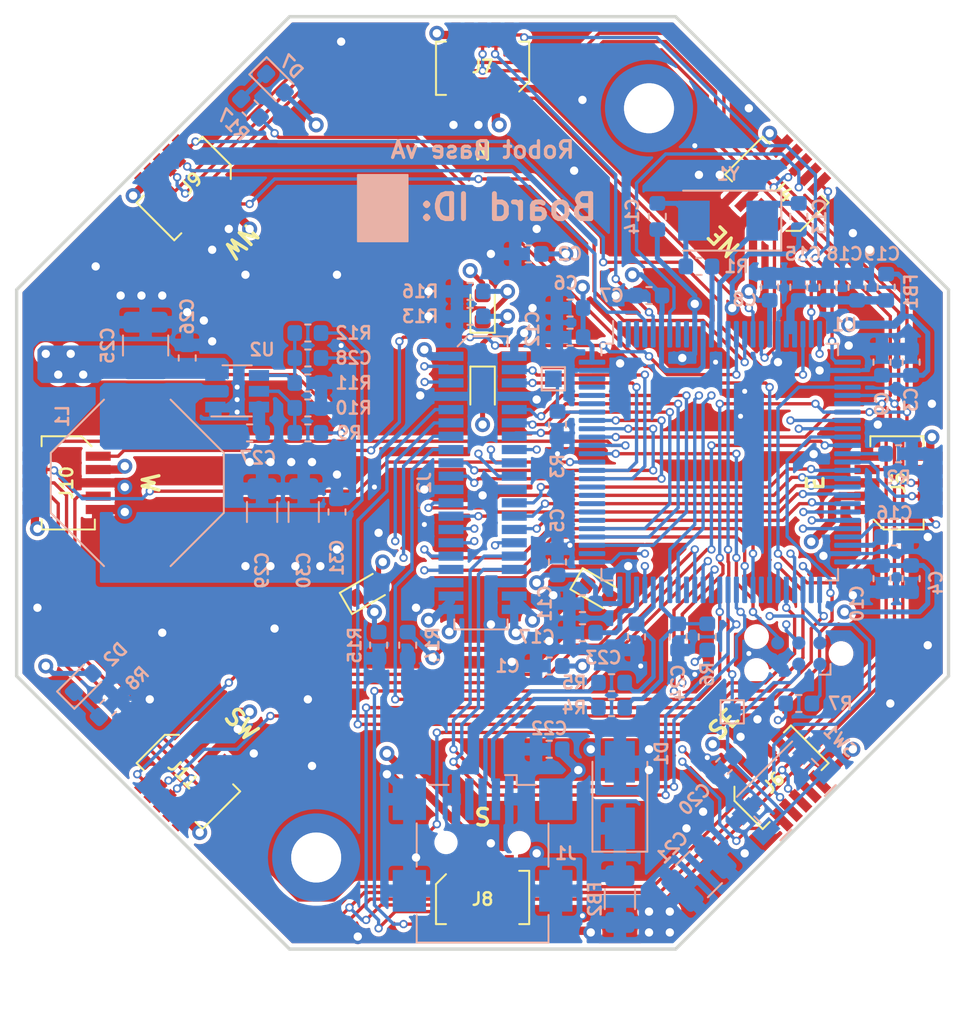
<source format=kicad_pcb>
(kicad_pcb (version 20171130) (host pcbnew "(5.1.7)-1")
  (title_block (title "Robot Base") (date 2021-04-10) (rev vB) (comment 1 "Matthew Jackson"))
  (layers (0 F.Cu signal) (1 In1.Cu signal) (2 In2.Cu signal) (31 B.Cu signal) (34 B.Paste user) (35 F.Paste user) (36 B.SilkS user) (37 F.SilkS user) (38 B.Mask user) (39 F.Mask user) (44 Edge.Cuts user))
  (net 0 "")
  (net 1 GND)
  (net 2 /Processor/VREF+)
  (net 3 "Net-(C17-Pad2)")
  (net 4 /Processor/NRST)
  (net 5 +12V)
  (net 6 /Processor/STM_USB-)
  (net 7 /Processor/STM_USB+)
  (net 8 "Net-(C28-Pad2)")
  (net 9 +3V3)
  (net 10 "Net-(D2-Pad1)")
  (net 11 "Net-(D3-Pad1)")
  (net 12 "Net-(D4-Pad1)")
  (net 13 "Net-(D5-Pad1)")
  (net 14 "Net-(D6-Pad1)")
  (net 15 "Net-(D7-Pad1)")
  (net 16 /Processor/USB-)
  (net 17 /Processor/USB+)
  (net 18 /Processor/PD15)
  (net 19 /Processor/PD12)
  (net 20 /Processor/PD14)
  (net 21 /Processor/PD13)
  (net 22 /Processor/PE11)
  (net 23 /Processor/PE12)
  (net 24 /Processor/PE13)
  (net 25 /Processor/PE10)
  (net 26 /Processor/PE15)
  (net 27 /Processor/PE14)
  (net 28 /Processor/PE8)
  (net 29 /Processor/PE9)
  (net 30 /Processor/PC6)
  (net 31 /Processor/PC4)
  (net 32 /Processor/PB6)
  (net 33 /Processor/PA2)
  (net 34 /Processor/PC5)
  (net 35 /Processor/PB7)
  (net 36 /Processor/PC12)
  (net 37 /Processor/PB13)
  (net 38 /Processor/PC11)
  (net 39 /Processor/PB15)
  (net 40 /Processor/PD5)
  (net 41 /Processor/PB12)
  (net 42 /Processor/PC10)
  (net 43 /Processor/PD6)
  (net 44 /Processor/PA9)
  (net 45 /Processor/PA10)
  (net 46 /Processor/SWO)
  (net 47 /Processor/SWCLK)
  (net 48 /Processor/SWDIO)
  (net 49 "Net-(J3-Pad1)")
  (net 50 "/Peripheral Connectors/PC3")
  (net 51 "/Peripheral Connectors/PA3")
  (net 52 "/Peripheral Connectors/SPI_SCK")
  (net 53 "/Peripheral Connectors/SPI_MISO")
  (net 54 "/Peripheral Connectors/SPI_MOSI")
  (net 55 "/Peripheral Connectors/PA4")
  (net 56 "/Peripheral Connectors/PB10")
  (net 57 "/Peripheral Connectors/PE7")
  (net 58 "/Peripheral Connectors/PA7")
  (net 59 "/Peripheral Connectors/PC7")
  (net 60 "/Peripheral Connectors/PB14")
  (net 61 "/Peripheral Connectors/PC2")
  (net 62 "/Peripheral Connectors/PA1")
  (net 63 "/Peripheral Connectors/PE6")
  (net 64 "/Peripheral Connectors/PB0")
  (net 65 "/Peripheral Connectors/PC8")
  (net 66 "/Peripheral Connectors/PD8")
  (net 67 "/Peripheral Connectors/PC1")
  (net 68 "/Peripheral Connectors/PA0")
  (net 69 "/Peripheral Connectors/PE5")
  (net 70 "/Peripheral Connectors/PC0")
  (net 71 "/Peripheral Connectors/PB4")
  (net 72 "/Peripheral Connectors/PD7")
  (net 73 "/Peripheral Connectors/PB1")
  (net 74 "/Peripheral Connectors/PC9")
  (net 75 "/Peripheral Connectors/PD9")
  (net 76 "Net-(R1-Pad2)")
  (net 77 "Net-(R2-Pad1)")
  (net 78 /Processor/BOOT0)
  (net 79 "Net-(R10-Pad1)")
  (net 80 "/Peripheral Connectors/PD10")
  (net 81 "Net-(C13-Pad1)")
  (net 82 "Net-(C14-Pad2)")
  (net 83 "Net-(C16-Pad2)")
  (net 84 "Net-(C22-Pad2)")
  (net 85 "Net-(C27-Pad2)")
  (net 86 "Net-(C27-Pad1)")
  (net 87 "/Peripheral Connectors/PC13")
  (net 88 "Net-(J1-Pad4)")
  (net 89 /Processor/PE1)
  (net 90 /Processor/PE0)
  (net 91 /Processor/PB9)
  (net 92 /Processor/PB8)
  (net 93 /Processor/PD4)
  (net 94 /Processor/PD3)
  (net 95 /Processor/PD2)
  (net 96 /Processor/PD1)
  (net 97 /Processor/PD0)
  (net 98 /Processor/PA15)
  (net 99 /Processor/PA8)
  (net 100 /Processor/PD11)
  (net 101 /Processor/PC15)
  (net 102 /Processor/PC14)
  (net 103 /Processor/PE4)
  (net 104 /Processor/PE3)
  (net 105 /Processor/PE2)
  (module USER_Package_QFP:LQFP-100_14x14mm_P0.5mm (layer B.Cu) (at 164.25 98.75 270)
    (fp_text reference U1 (at -8.25 -7.5) (layer B.SilkS) (effects (font (size 0.75 0.75)) (justify mirror)))
    (fp_text value STM32F401VCT6)
    (pad 100 smd roundrect (at -6 7.675 270) (size 0.3 1.6) (layers B.Cu B.Paste B.Mask) (net 9 +3V3))
    (pad 99 smd roundrect (at -5.5 7.675 270) (size 0.3 1.6) (layers B.Cu B.Paste B.Mask) (net 1 GND))
    (pad 98 smd roundrect (at -5 7.675 270) (size 0.3 1.6) (layers B.Cu B.Paste B.Mask) (net 89 /Processor/PE1))
    (pad 97 smd roundrect (at -4.5 7.675 270) (size 0.3 1.6) (layers B.Cu B.Paste B.Mask) (net 90 /Processor/PE0))
    (pad 96 smd roundrect (at -4 7.675 270) (size 0.3 1.6) (layers B.Cu B.Paste B.Mask) (net 91 /Processor/PB9))
    (pad 95 smd roundrect (at -3.5 7.675 270) (size 0.3 1.6) (layers B.Cu B.Paste B.Mask) (net 92 /Processor/PB8))
    (pad 94 smd roundrect (at -3 7.675 270) (size 0.3 1.6) (layers B.Cu B.Paste B.Mask) (net 78 /Processor/BOOT0))
    (pad 93 smd roundrect (at -2.5 7.675 270) (size 0.3 1.6) (layers B.Cu B.Paste B.Mask) (net 35 /Processor/PB7))
    (pad 92 smd roundrect (at -2 7.675 270) (size 0.3 1.6) (layers B.Cu B.Paste B.Mask) (net 32 /Processor/PB6))
    (pad 91 smd roundrect (at -1.5 7.675 270) (size 0.3 1.6) (layers B.Cu B.Paste B.Mask) (net 54 "/Peripheral Connectors/SPI_MOSI"))
    (pad 90 smd roundrect (at -1 7.675 270) (size 0.3 1.6) (layers B.Cu B.Paste B.Mask) (net 71 "/Peripheral Connectors/PB4"))
    (pad 89 smd roundrect (at -0.5 7.675 270) (size 0.3 1.6) (layers B.Cu B.Paste B.Mask) (net 46 /Processor/SWO))
    (pad 88 smd roundrect (at 0 7.675 270) (size 0.3 1.6) (layers B.Cu B.Paste B.Mask) (net 72 "/Peripheral Connectors/PD7"))
    (pad 87 smd roundrect (at 0.5 7.675 270) (size 0.3 1.6) (layers B.Cu B.Paste B.Mask) (net 43 /Processor/PD6))
    (pad 86 smd roundrect (at 1 7.675 270) (size 0.3 1.6) (layers B.Cu B.Paste B.Mask) (net 40 /Processor/PD5))
    (pad 85 smd roundrect (at 1.5 7.675 270) (size 0.3 1.6) (layers B.Cu B.Paste B.Mask) (net 93 /Processor/PD4))
    (pad 84 smd roundrect (at 2 7.675 270) (size 0.3 1.6) (layers B.Cu B.Paste B.Mask) (net 94 /Processor/PD3))
    (pad 83 smd roundrect (at 2.5 7.675 270) (size 0.3 1.6) (layers B.Cu B.Paste B.Mask) (net 95 /Processor/PD2))
    (pad 82 smd roundrect (at 3 7.675 270) (size 0.3 1.6) (layers B.Cu B.Paste B.Mask) (net 96 /Processor/PD1))
    (pad 81 smd roundrect (at 3.5 7.675 270) (size 0.3 1.6) (layers B.Cu B.Paste B.Mask) (net 97 /Processor/PD0))
    (pad 80 smd roundrect (at 4 7.675 270) (size 0.3 1.6) (layers B.Cu B.Paste B.Mask) (net 36 /Processor/PC12))
    (pad 79 smd roundrect (at 4.5 7.675 270) (size 0.3 1.6) (layers B.Cu B.Paste B.Mask) (net 38 /Processor/PC11))
    (pad 78 smd roundrect (at 5 7.675 270) (size 0.3 1.6) (layers B.Cu B.Paste B.Mask) (net 42 /Processor/PC10))
    (pad 77 smd roundrect (at 5.5 7.675 270) (size 0.3 1.6) (layers B.Cu B.Paste B.Mask) (net 98 /Processor/PA15))
    (pad 76 smd roundrect (at 6 7.675 270) (size 0.3 1.6) (layers B.Cu B.Paste B.Mask) (net 47 /Processor/SWCLK))
    (pad 75 smd roundrect (at 7.675 6 270) (size 1.6 0.3) (layers B.Cu B.Paste B.Mask) (net 9 +3V3))
    (pad 74 smd roundrect (at 7.675 5.5 270) (size 1.6 0.3) (layers B.Cu B.Paste B.Mask) (net 1 GND))
    (pad 73 smd roundrect (at 7.675 5 270) (size 1.6 0.3) (layers B.Cu B.Paste B.Mask) (net 3 "Net-(C17-Pad2)"))
    (pad 72 smd roundrect (at 7.675 4.5 270) (size 1.6 0.3) (layers B.Cu B.Paste B.Mask) (net 48 /Processor/SWDIO))
    (pad 71 smd roundrect (at 7.675 4 270) (size 1.6 0.3) (layers B.Cu B.Paste B.Mask) (net 7 /Processor/STM_USB+))
    (pad 70 smd roundrect (at 7.675 3.5 270) (size 1.6 0.3) (layers B.Cu B.Paste B.Mask) (net 6 /Processor/STM_USB-))
    (pad 69 smd roundrect (at 7.675 3 270) (size 1.6 0.3) (layers B.Cu B.Paste B.Mask) (net 45 /Processor/PA10))
    (pad 68 smd roundrect (at 7.675 2.5 270) (size 1.6 0.3) (layers B.Cu B.Paste B.Mask) (net 44 /Processor/PA9))
    (pad 67 smd roundrect (at 7.675 2 270) (size 1.6 0.3) (layers B.Cu B.Paste B.Mask) (net 99 /Processor/PA8))
    (pad 66 smd roundrect (at 7.675 1.5 270) (size 1.6 0.3) (layers B.Cu B.Paste B.Mask) (net 74 "/Peripheral Connectors/PC9"))
    (pad 65 smd roundrect (at 7.675 1 270) (size 1.6 0.3) (layers B.Cu B.Paste B.Mask) (net 65 "/Peripheral Connectors/PC8"))
    (pad 64 smd roundrect (at 7.675 0.5 270) (size 1.6 0.3) (layers B.Cu B.Paste B.Mask) (net 59 "/Peripheral Connectors/PC7"))
    (pad 63 smd roundrect (at 7.675 0 270) (size 1.6 0.3) (layers B.Cu B.Paste B.Mask) (net 30 /Processor/PC6))
    (pad 62 smd roundrect (at 7.675 -0.5 270) (size 1.6 0.3) (layers B.Cu B.Paste B.Mask) (net 18 /Processor/PD15))
    (pad 61 smd roundrect (at 7.675 -1 270) (size 1.6 0.3) (layers B.Cu B.Paste B.Mask) (net 20 /Processor/PD14))
    (pad 60 smd roundrect (at 7.675 -1.5 270) (size 1.6 0.3) (layers B.Cu B.Paste B.Mask) (net 21 /Processor/PD13))
    (pad 59 smd roundrect (at 7.675 -2 270) (size 1.6 0.3) (layers B.Cu B.Paste B.Mask) (net 19 /Processor/PD12))
    (pad 58 smd roundrect (at 7.675 -2.5 270) (size 1.6 0.3) (layers B.Cu B.Paste B.Mask) (net 100 /Processor/PD11))
    (pad 57 smd roundrect (at 7.675 -3 270) (size 1.6 0.3) (layers B.Cu B.Paste B.Mask) (net 80 "/Peripheral Connectors/PD10"))
    (pad 56 smd roundrect (at 7.675 -3.5 270) (size 1.6 0.3) (layers B.Cu B.Paste B.Mask) (net 75 "/Peripheral Connectors/PD9"))
    (pad 55 smd roundrect (at 7.675 -4 270) (size 1.6 0.3) (layers B.Cu B.Paste B.Mask) (net 66 "/Peripheral Connectors/PD8"))
    (pad 54 smd roundrect (at 7.675 -4.5 270) (size 1.6 0.3) (layers B.Cu B.Paste B.Mask) (net 39 /Processor/PB15))
    (pad 53 smd roundrect (at 7.675 -5 270) (size 1.6 0.3) (layers B.Cu B.Paste B.Mask) (net 60 "/Peripheral Connectors/PB14"))
    (pad 52 smd roundrect (at 7.675 -5.5 270) (size 1.6 0.3) (layers B.Cu B.Paste B.Mask) (net 37 /Processor/PB13))
    (pad 51 smd roundrect (at 7.675 -6 270) (size 1.6 0.3) (layers B.Cu B.Paste B.Mask) (net 41 /Processor/PB12))
    (pad 50 smd roundrect (at 6 -7.675 270) (size 0.3 1.6) (layers B.Cu B.Paste B.Mask) (net 9 +3V3))
    (pad 49 smd roundrect (at 5.5 -7.675 270) (size 0.3 1.6) (layers B.Cu B.Paste B.Mask) (net 1 GND))
    (pad 48 smd roundrect (at 5 -7.675 270) (size 0.3 1.6) (layers B.Cu B.Paste B.Mask) (net 83 "Net-(C16-Pad2)"))
    (pad 47 smd roundrect (at 4.5 -7.675 270) (size 0.3 1.6) (layers B.Cu B.Paste B.Mask) (net 56 "/Peripheral Connectors/PB10"))
    (pad 46 smd roundrect (at 4 -7.675 270) (size 0.3 1.6) (layers B.Cu B.Paste B.Mask) (net 26 /Processor/PE15))
    (pad 45 smd roundrect (at 3.5 -7.675 270) (size 0.3 1.6) (layers B.Cu B.Paste B.Mask) (net 27 /Processor/PE14))
    (pad 44 smd roundrect (at 3 -7.675 270) (size 0.3 1.6) (layers B.Cu B.Paste B.Mask) (net 24 /Processor/PE13))
    (pad 43 smd roundrect (at 2.5 -7.675 270) (size 0.3 1.6) (layers B.Cu B.Paste B.Mask) (net 23 /Processor/PE12))
    (pad 42 smd roundrect (at 2 -7.675 270) (size 0.3 1.6) (layers B.Cu B.Paste B.Mask) (net 22 /Processor/PE11))
    (pad 41 smd roundrect (at 1.5 -7.675 270) (size 0.3 1.6) (layers B.Cu B.Paste B.Mask) (net 25 /Processor/PE10))
    (pad 40 smd roundrect (at 1 -7.675 270) (size 0.3 1.6) (layers B.Cu B.Paste B.Mask) (net 29 /Processor/PE9))
    (pad 39 smd roundrect (at 0.5 -7.675 270) (size 0.3 1.6) (layers B.Cu B.Paste B.Mask) (net 28 /Processor/PE8))
    (pad 38 smd roundrect (at 0 -7.675 270) (size 0.3 1.6) (layers B.Cu B.Paste B.Mask) (net 57 "/Peripheral Connectors/PE7"))
    (pad 37 smd roundrect (at -0.5 -7.675 270) (size 0.3 1.6) (layers B.Cu B.Paste B.Mask) (net 77 "Net-(R2-Pad1)"))
    (pad 36 smd roundrect (at -1 -7.675 270) (size 0.3 1.6) (layers B.Cu B.Paste B.Mask) (net 73 "/Peripheral Connectors/PB1"))
    (pad 35 smd roundrect (at -1.5 -7.675 270) (size 0.3 1.6) (layers B.Cu B.Paste B.Mask) (net 64 "/Peripheral Connectors/PB0"))
    (pad 34 smd roundrect (at -2 -7.675 270) (size 0.3 1.6) (layers B.Cu B.Paste B.Mask) (net 34 /Processor/PC5))
    (pad 33 smd roundrect (at -2.5 -7.675 270) (size 0.3 1.6) (layers B.Cu B.Paste B.Mask) (net 31 /Processor/PC4))
    (pad 32 smd roundrect (at -3 -7.675 270) (size 0.3 1.6) (layers B.Cu B.Paste B.Mask) (net 58 "/Peripheral Connectors/PA7"))
    (pad 31 smd roundrect (at -3.5 -7.675 270) (size 0.3 1.6) (layers B.Cu B.Paste B.Mask) (net 53 "/Peripheral Connectors/SPI_MISO"))
    (pad 30 smd roundrect (at -4 -7.675 270) (size 0.3 1.6) (layers B.Cu B.Paste B.Mask) (net 52 "/Peripheral Connectors/SPI_SCK"))
    (pad 29 smd roundrect (at -4.5 -7.675 270) (size 0.3 1.6) (layers B.Cu B.Paste B.Mask) (net 55 "/Peripheral Connectors/PA4"))
    (pad 28 smd roundrect (at -5 -7.675 270) (size 0.3 1.6) (layers B.Cu B.Paste B.Mask) (net 9 +3V3))
    (pad 27 smd roundrect (at -5.5 -7.675 270) (size 0.3 1.6) (layers B.Cu B.Paste B.Mask) (net 1 GND))
    (pad 26 smd roundrect (at -6 -7.675 270) (size 0.3 1.6) (layers B.Cu B.Paste B.Mask) (net 51 "/Peripheral Connectors/PA3"))
    (pad 25 smd roundrect (at -7.675 -6 270) (size 1.6 0.3) (layers B.Cu B.Paste B.Mask) (net 33 /Processor/PA2))
    (pad 24 smd roundrect (at -7.675 -5.5 270) (size 1.6 0.3) (layers B.Cu B.Paste B.Mask) (net 62 "/Peripheral Connectors/PA1"))
    (pad 23 smd roundrect (at -7.675 -5 270) (size 1.6 0.3) (layers B.Cu B.Paste B.Mask) (net 68 "/Peripheral Connectors/PA0"))
    (pad 22 smd roundrect (at -7.675 -4.5 270) (size 1.6 0.3) (layers B.Cu B.Paste B.Mask) (net 2 /Processor/VREF+))
    (pad 21 smd roundrect (at -7.675 -4 270) (size 1.6 0.3) (layers B.Cu B.Paste B.Mask) (net 2 /Processor/VREF+))
    (pad 20 smd roundrect (at -7.675 -3.5 270) (size 1.6 0.3) (layers B.Cu B.Paste B.Mask) (net 1 GND))
    (pad 19 smd roundrect (at -7.675 -3 270) (size 1.6 0.3) (layers B.Cu B.Paste B.Mask) (net 9 +3V3))
    (pad 18 smd roundrect (at -7.675 -2.5 270) (size 1.6 0.3) (layers B.Cu B.Paste B.Mask) (net 50 "/Peripheral Connectors/PC3"))
    (pad 17 smd roundrect (at -7.675 -2 270) (size 1.6 0.3) (layers B.Cu B.Paste B.Mask) (net 61 "/Peripheral Connectors/PC2"))
    (pad 16 smd roundrect (at -7.675 -1.5 270) (size 1.6 0.3) (layers B.Cu B.Paste B.Mask) (net 67 "/Peripheral Connectors/PC1"))
    (pad 15 smd roundrect (at -7.675 -1 270) (size 1.6 0.3) (layers B.Cu B.Paste B.Mask) (net 70 "/Peripheral Connectors/PC0"))
    (pad 14 smd roundrect (at -7.675 -0.5 270) (size 1.6 0.3) (layers B.Cu B.Paste B.Mask) (net 4 /Processor/NRST))
    (pad 13 smd roundrect (at -7.675 0 270) (size 1.6 0.3) (layers B.Cu B.Paste B.Mask) (net 81 "Net-(C13-Pad1)"))
    (pad 12 smd roundrect (at -7.675 0.5 270) (size 1.6 0.3) (layers B.Cu B.Paste B.Mask) (net 76 "Net-(R1-Pad2)"))
    (pad 11 smd roundrect (at -7.675 1 270) (size 1.6 0.3) (layers B.Cu B.Paste B.Mask) (net 9 +3V3))
    (pad 10 smd roundrect (at -7.675 1.5 270) (size 1.6 0.3) (layers B.Cu B.Paste B.Mask) (net 1 GND))
    (pad 9 smd roundrect (at -7.675 2 270) (size 1.6 0.3) (layers B.Cu B.Paste B.Mask) (net 101 /Processor/PC15))
    (pad 8 smd roundrect (at -7.675 2.5 270) (size 1.6 0.3) (layers B.Cu B.Paste B.Mask) (net 102 /Processor/PC14))
    (pad 7 smd roundrect (at -7.675 3 270) (size 1.6 0.3) (layers B.Cu B.Paste B.Mask) (net 87 "/Peripheral Connectors/PC13"))
    (pad 6 smd roundrect (at -7.675 3.5 270) (size 1.6 0.3) (layers B.Cu B.Paste B.Mask) (net 9 +3V3))
    (pad 5 smd roundrect (at -7.675 4 270) (size 1.6 0.3) (layers B.Cu B.Paste B.Mask) (net 63 "/Peripheral Connectors/PE6"))
    (pad 4 smd roundrect (at -7.675 4.5 270) (size 1.6 0.3) (layers B.Cu B.Paste B.Mask) (net 69 "/Peripheral Connectors/PE5"))
    (pad 3 smd roundrect (at -7.675 5 270) (size 1.6 0.3) (layers B.Cu B.Paste B.Mask) (net 103 /Processor/PE4))
    (pad 2 smd roundrect (at -7.675 5.5 270) (size 1.6 0.3) (layers B.Cu B.Paste B.Mask) (net 104 /Processor/PE3))
    (pad 1 smd roundrect (at -7.675 6 270) (size 1.6 0.3) (layers B.Cu B.Paste B.Mask) (net 105 /Processor/PE2))
  )
  (module USER_LED_SMD:LED_0603_1608Metric (layer B.Cu) (at 137.55 76 315)
    (fp_text reference D7 (at -0.035355 -1.378858 315) (layer B.SilkS) (effects (font (size 0.75 0.75)) (justify mirror)))
    (fp_text value "Red LED")
    (pad 2 smd roundrect (at 0.7875 0 315) (size 0.875 0.95) (layers B.Cu B.Paste B.Mask) (net 9 +3V3))
    (pad 1 smd roundrect (at -0.7875 0 315) (size 0.875 0.95) (layers B.Cu B.Paste B.Mask) (net 15 "Net-(D7-Pad1)"))
  )
  (module USER_PCB_Texts:Board_Number (layer B.Cu) (at 142 83.5)
    (fp_text reference T2)
    (fp_text value "Board ID")
    (fp_text user "Board ID:" (at 15.05 -0.050001) (layer B.SilkS) (effects (font (size 1.5 1.5) (thickness 0.3)) (justify left mirror)))
  )
  (module USER_PCB_Texts:PCB_Title_&_Version (layer F.Cu) (at 169.5 132.25)
    (fp_text reference T1)
    (fp_text value "Robot Base vA" (at -19.5 -52.25) (layer B.SilkS) (effects (font (thickness 0.2)) (justify mirror)))
  )
  (module USER_LED_SMD:LED_0603_1608Metric (layer F.Cu) (at 150 89.5 90)
    (fp_text reference D6)
    (fp_text value "Red LED")
    (pad 2 smd roundrect (at 0.7875 0 90) (size 0.875 0.95) (layers F.Cu F.Paste F.Mask) (net 9 +3V3))
    (pad 1 smd roundrect (at -0.7875 0 90) (size 0.875 0.95) (layers F.Cu F.Paste F.Mask) (net 14 "Net-(D6-Pad1)"))
  )
  (module USER_LED_SMD:LED_0603_1608Metric (layer F.Cu) (at 143.07 106.5 30)
    (fp_text reference D5)
    (fp_text value "Red LED")
    (pad 2 smd roundrect (at 0.7875 0 30) (size 0.875 0.95) (layers F.Cu F.Paste F.Mask) (net 9 +3V3))
    (pad 1 smd roundrect (at -0.7875 0 30) (size 0.875 0.95) (layers F.Cu F.Paste F.Mask) (net 13 "Net-(D5-Pad1)"))
  )
  (module USER_LED_SMD:LED_0603_1608Metric (layer F.Cu) (at 156.93 106.5 330)
    (fp_text reference D4)
    (fp_text value "Red LED")
    (pad 2 smd roundrect (at 0.7875 0 330) (size 0.875 0.95) (layers F.Cu F.Paste F.Mask) (net 9 +3V3))
    (pad 1 smd roundrect (at -0.7875 0 330) (size 0.875 0.95) (layers F.Cu F.Paste F.Mask) (net 12 "Net-(D4-Pad1)"))
  )
  (module USER_LED_SMD:LED_0603_1608Metric (layer F.Cu) (at 150 94.5 270)
    (fp_text reference D3)
    (fp_text value "Red LED")
    (pad 2 smd roundrect (at 0.7875 0 270) (size 0.875 0.95) (layers F.Cu F.Paste F.Mask) (net 9 +3V3))
    (pad 1 smd roundrect (at -0.7875 0 270) (size 0.875 0.95) (layers F.Cu F.Paste F.Mask) (net 11 "Net-(D3-Pad1)"))
  )
  (module USER_LED_SMD:LED_0603_1608Metric (layer B.Cu) (at 126 112 45)
    (fp_text reference D2 (at 2.571257 0.176777 45) (layer B.SilkS) (effects (font (size 0.75 0.75)) (justify mirror)))
    (fp_text value "Green LED")
    (pad 2 smd roundrect (at 0.7875 0 45) (size 0.875 0.95) (layers B.Cu B.Paste B.Mask) (net 5 +12V))
    (pad 1 smd roundrect (at -0.7875 0 45) (size 0.875 0.95) (layers B.Cu B.Paste B.Mask) (net 10 "Net-(D2-Pad1)"))
  )
  (module USER_Inductor_SMD:L_Bourns-SRU1028_10.0x10.0mm (layer B.Cu) (at 129.25 100 270)
    (fp_text reference L1 (at -4 4.5 90) (layer B.SilkS) (effects (font (size 0.75 0.75)) (justify mirror)))
    (fp_text value "10uH, 3.6A")
    (pad 2 smd rect (at 4.5 0 270) (size 1.8 3.6) (layers B.Cu B.Paste B.Mask) (net 9 +3V3))
    (pad 1 smd rect (at -4.5 0 270) (size 1.8 3.6) (layers B.Cu B.Paste B.Mask) (net 85 "Net-(C27-Pad2)"))
  )
  (module USER_Button_Switch_SMD:Panasonic_EVQPUK_EVQPUB (layer B.Cu) (at 168.25 118.5 45)
    (fp_text reference SW1 (at 4.419417 0.176777 315) (layer B.SilkS) (effects (font (size 0.75 0.75)) (justify mirror)))
    (fp_text value SW_Push)
    (pad 1 smd rect (at 2.575 0.85 225) (size 1.45 1) (layers B.Cu B.Paste B.Mask) (net 4 /Processor/NRST))
    (pad 1 smd rect (at -2.575 0.85 225) (size 1.45 1) (layers B.Cu B.Paste B.Mask) (net 4 /Processor/NRST))
    (pad 2 smd rect (at -2.575 -0.85 225) (size 1.45 1) (layers B.Cu B.Paste B.Mask) (net 1 GND))
    (pad 2 smd rect (at 2.575 -0.85 225) (size 1.45 1) (layers B.Cu B.Paste B.Mask) (net 1 GND))
  )
  (module USER_Connector_USB:USB_Mini-B_Wuerth_65100516121_Horizontal (layer B.Cu) (at 150 121.6 180)
    (fp_text reference J1 (at -5 -0.65) (layer B.SilkS) (effects (font (size 0.75 0.75)) (justify mirror)))
    (fp_text value Conn_01x05_Shielded)
    (pad "" np_thru_hole circle (at 2.2 0 180) (size 0.9 0.9) (drill 0.9) (layers *.Cu *.Mask))
    (pad "" np_thru_hole circle (at -2.2 0 180) (size 0.9 0.9) (drill 0.9) (layers *.Cu *.Mask))
    (pad 5 smd rect (at 1.6 2.6 180) (size 0.5 2.5) (layers B.Cu B.Paste B.Mask) (net 1 GND))
    (pad 4 smd rect (at 0.8 2.6 180) (size 0.5 2.5) (layers B.Cu B.Paste B.Mask) (net 88 "Net-(J1-Pad4)"))
    (pad 3 smd rect (at 0 2.6 180) (size 0.5 2.5) (layers B.Cu B.Paste B.Mask) (net 17 /Processor/USB+))
    (pad 2 smd rect (at -0.8 2.6 180) (size 0.5 2.5) (layers B.Cu B.Paste B.Mask) (net 16 /Processor/USB-))
    (pad 1 smd rect (at -1.6 2.6 180) (size 0.5 2.5) (layers B.Cu B.Paste B.Mask) (net 84 "Net-(C22-Pad2)"))
    (pad 6 smd rect (at 4.4 2.6 180) (size 2 2.5) (layers B.Cu B.Paste B.Mask) (net 1 GND))
    (pad 6 smd rect (at -4.4 2.6 180) (size 2 2.5) (layers B.Cu B.Paste B.Mask) (net 1 GND))
    (pad 6 smd rect (at 4.4 -2.9 180) (size 2 2.5) (layers B.Cu B.Paste B.Mask) (net 1 GND))
    (pad 6 smd rect (at -4.4 -2.9 180) (size 2 2.5) (layers B.Cu B.Paste B.Mask) (net 1 GND))
  )
  (module USER_Mounting_Wuerth:Mounting_Wuerth_WA-SMSI-M2_H4.5mm_9774045243 (layer B.Cu) (at 160 77.5)
    (fp_text reference H2)
    (fp_text value MountingHole)
    (pad "" np_thru_hole circle (at 0 0) (size 3 3) (drill 3) (layers *.Cu *.Mask))
    (pad 1 smd circle (at 0 2.075) (size 0.75 0.75) (layers B.Cu))
    (pad 1 smd circle (at -2.075 0) (size 0.75 0.75) (layers B.Cu))
    (pad 1 smd circle (at 0 -2.075) (size 0.75 0.75) (layers B.Cu))
    (pad 1 smd custom (at 2.075 0) (size 0.75 0.75) (layers B.Cu B.Mask) (options (clearance outline) (anchor circle)) (primitives (gr_circle (center -2.075 0) (end 0 0) (width 1.15))))
  )
  (module USER_Mounting_Wuerth:Mounting_Wuerth_WA-SMSI-M2_H4.5mm_9774045243 (layer B.Cu) (at 140 122.5)
    (fp_text reference H1)
    (fp_text value MountingHole)
    (pad "" np_thru_hole circle (at 0 0) (size 3 3) (drill 3) (layers *.Cu *.Mask))
    (pad 1 smd circle (at 0 2.075) (size 0.75 0.75) (layers B.Cu))
    (pad 1 smd circle (at -2.075 0) (size 0.75 0.75) (layers B.Cu))
    (pad 1 smd circle (at 0 -2.075) (size 0.75 0.75) (layers B.Cu))
    (pad 1 smd custom (at 2.075 0) (size 0.75 0.75) (layers B.Cu B.Mask) (options (clearance outline) (anchor circle)) (primitives (gr_circle (center -2.075 0) (end 0 0) (width 1.15))))
  )
  (module USER_Crystal:Crystal_SMD_Abracon_ABM3-2Pin_5.0x3.2mm (layer B.Cu) (at 164.75 84.25 180)
    (fp_text reference Y1 (at 0 2.8) (layer B.SilkS) (effects (font (size 0.75 0.75)) (justify mirror)))
    (fp_text value 25MHz)
    (pad 2 smd rect (at 2.05 0 180) (size 1.9 2.4) (layers B.Cu B.Paste B.Mask) (net 82 "Net-(C14-Pad2)"))
    (pad 1 smd rect (at -2.05 0 180) (size 1.9 2.4) (layers B.Cu B.Paste B.Mask) (net 81 "Net-(C13-Pad1)"))
  )
  (module USER_Package_TO_SOT_SMD:TSOT-23-6 (layer B.Cu) (at 135.25 94.5)
    (fp_text reference U2 (at 1.5 -2.5) (layer B.SilkS) (effects (font (size 0.75 0.75)) (justify mirror)))
    (fp_text value TPS54202)
    (pad 6 smd rect (at 1.31 0.95) (size 1.22 0.65) (layers B.Cu B.Paste B.Mask) (net 86 "Net-(C27-Pad1)"))
    (pad 5 smd rect (at 1.31 0) (size 1.22 0.65) (layers B.Cu B.Paste B.Mask) (net 79 "Net-(R10-Pad1)"))
    (pad 4 smd rect (at 1.31 -0.95) (size 1.22 0.65) (layers B.Cu B.Paste B.Mask) (net 8 "Net-(C28-Pad2)"))
    (pad 3 smd rect (at -1.31 -0.95) (size 1.22 0.65) (layers B.Cu B.Paste B.Mask) (net 5 +12V))
    (pad 2 smd rect (at -1.31 0) (size 1.22 0.65) (layers B.Cu B.Paste B.Mask) (net 85 "Net-(C27-Pad2)"))
    (pad 1 smd rect (at -1.31 0.95) (size 1.22 0.65) (layers B.Cu B.Paste B.Mask) (net 1 GND))
  )
  (module USER_TestPoint:TestPoint_Pad_1.0x1.0mm (layer B.Cu) (at 154.25 93.75)
    (fp_text reference TP2)
    (fp_text value BOOT0)
    (pad 1 smd rect (at 0 0) (size 1 1) (layers B.Cu B.Mask) (net 78 /Processor/BOOT0))
  )
  (module USER_TestPoint:TestPoint_Pad_1.0x1.0mm (layer B.Cu) (at 165 113.75)
    (fp_text reference TP1)
    (fp_text value NRST)
    (pad 1 smd rect (at 0 0) (size 1 1) (layers B.Cu B.Mask) (net 4 /Processor/NRST))
  )
  (module USER_Resistor_SMD:R_0603_1608Metric (layer B.Cu) (at 136.05 77.5 315)
    (fp_text reference R17 (at -0.035355 1.449569 135) (layer B.SilkS) (effects (font (size 0.75 0.75)) (justify mirror)))
    (fp_text value 220R)
    (pad 2 smd roundrect (at 0.7875 0 315) (size 0.875 0.95) (layers B.Cu B.Paste B.Mask) (net 80 "/Peripheral Connectors/PD10"))
    (pad 1 smd roundrect (at -0.7875 0 315) (size 0.875 0.95) (layers B.Cu B.Paste B.Mask) (net 15 "Net-(D7-Pad1)"))
  )
  (module USER_Resistor_SMD:R_0603_1608Metric (layer B.Cu) (at 149.25 88.5 180)
    (fp_text reference R16 (at 3 0) (layer B.SilkS) (effects (font (size 0.75 0.75)) (justify mirror)))
    (fp_text value 220R)
    (pad 2 smd roundrect (at 0.7875 0 180) (size 0.875 0.95) (layers B.Cu B.Paste B.Mask) (net 1 GND))
    (pad 1 smd roundrect (at -0.7875 0 180) (size 0.875 0.95) (layers B.Cu B.Paste B.Mask) (net 14 "Net-(D6-Pad1)"))
  )
  (module USER_Resistor_SMD:R_0603_1608Metric (layer B.Cu) (at 143.75 109.75 270)
    (fp_text reference R15 (at 0 1.43 90) (layer B.SilkS) (effects (font (size 0.75 0.75)) (justify mirror)))
    (fp_text value 220R)
    (pad 2 smd roundrect (at 0.7875 0 270) (size 0.875 0.95) (layers B.Cu B.Paste B.Mask) (net 1 GND))
    (pad 1 smd roundrect (at -0.7875 0 270) (size 0.875 0.95) (layers B.Cu B.Paste B.Mask) (net 13 "Net-(D5-Pad1)"))
  )
  (module USER_Resistor_SMD:R_0603_1608Metric (layer B.Cu) (at 145.5 109.75 270)
    (fp_text reference R14 (at 0 -1.5 90) (layer B.SilkS) (effects (font (size 0.75 0.75)) (justify mirror)))
    (fp_text value 220R)
    (pad 2 smd roundrect (at 0.7875 0 270) (size 0.875 0.95) (layers B.Cu B.Paste B.Mask) (net 1 GND))
    (pad 1 smd roundrect (at -0.7875 0 270) (size 0.875 0.95) (layers B.Cu B.Paste B.Mask) (net 12 "Net-(D4-Pad1)"))
  )
  (module USER_Resistor_SMD:R_0603_1608Metric (layer B.Cu) (at 149.25 90 180)
    (fp_text reference R13 (at 3 0) (layer B.SilkS) (effects (font (size 0.75 0.75)) (justify mirror)))
    (fp_text value 220R)
    (pad 2 smd roundrect (at 0.7875 0 180) (size 0.875 0.95) (layers B.Cu B.Paste B.Mask) (net 1 GND))
    (pad 1 smd roundrect (at -0.7875 0 180) (size 0.875 0.95) (layers B.Cu B.Paste B.Mask) (net 11 "Net-(D3-Pad1)"))
  )
  (module USER_Resistor_SMD:R_0603_1608Metric (layer B.Cu) (at 139.5 91)
    (fp_text reference R12 (at 2.75 0) (layer B.SilkS) (effects (font (size 0.75 0.75)) (justify mirror)))
    (fp_text value 100k)
    (pad 2 smd roundrect (at 0.7875 0) (size 0.875 0.95) (layers B.Cu B.Paste B.Mask) (net 9 +3V3))
    (pad 1 smd roundrect (at -0.7875 0) (size 0.875 0.95) (layers B.Cu B.Paste B.Mask) (net 8 "Net-(C28-Pad2)"))
  )
  (module USER_Resistor_SMD:R_0603_1608Metric (layer B.Cu) (at 139.5 94)
    (fp_text reference R11 (at 2.75 0) (layer B.SilkS) (effects (font (size 0.75 0.75)) (justify mirror)))
    (fp_text value 22k)
    (pad 2 smd roundrect (at 0.7875 0) (size 0.875 0.95) (layers B.Cu B.Paste B.Mask) (net 1 GND))
    (pad 1 smd roundrect (at -0.7875 0) (size 0.875 0.95) (layers B.Cu B.Paste B.Mask) (net 8 "Net-(C28-Pad2)"))
  )
  (module USER_Resistor_SMD:R_0603_1608Metric (layer B.Cu) (at 139.5 95.5)
    (fp_text reference R10 (at 2.75 0) (layer B.SilkS) (effects (font (size 0.75 0.75)) (justify mirror)))
    (fp_text value 68k)
    (pad 2 smd roundrect (at 0.7875 0) (size 0.875 0.95) (layers B.Cu B.Paste B.Mask) (net 1 GND))
    (pad 1 smd roundrect (at -0.7875 0) (size 0.875 0.95) (layers B.Cu B.Paste B.Mask) (net 79 "Net-(R10-Pad1)"))
  )
  (module USER_Resistor_SMD:R_0603_1608Metric (layer B.Cu) (at 139.5 97 180)
    (fp_text reference R9 (at -2.5 0) (layer B.SilkS) (effects (font (size 0.75 0.75)) (justify mirror)))
    (fp_text value 470k)
    (pad 2 smd roundrect (at 0.7875 0 180) (size 0.875 0.95) (layers B.Cu B.Paste B.Mask) (net 79 "Net-(R10-Pad1)"))
    (pad 1 smd roundrect (at -0.7875 0 180) (size 0.875 0.95) (layers B.Cu B.Paste B.Mask) (net 5 +12V))
  )
  (module USER_Resistor_SMD:R_0603_1608Metric (layer B.Cu) (at 127.5 113.5 45)
    (fp_text reference R8 (at 2.474874 0 45) (layer B.SilkS) (effects (font (size 0.75 0.75)) (justify mirror)))
    (fp_text value 10k)
    (pad 2 smd roundrect (at 0.7875 0 45) (size 0.875 0.95) (layers B.Cu B.Paste B.Mask) (net 1 GND))
    (pad 1 smd roundrect (at -0.7875 0 45) (size 0.875 0.95) (layers B.Cu B.Paste B.Mask) (net 10 "Net-(D2-Pad1)"))
  )
  (module USER_Resistor_SMD:R_0603_1608Metric (layer B.Cu) (at 169 113.25 180)
    (fp_text reference R7 (at -2.5 0) (layer B.SilkS) (effects (font (size 0.75 0.75)) (justify mirror)))
    (fp_text value 0R)
    (pad 2 smd roundrect (at 0.7875 0 180) (size 0.875 0.95) (layers B.Cu B.Paste B.Mask) (net 9 +3V3))
    (pad 1 smd roundrect (at -0.7875 0 180) (size 0.875 0.95) (layers B.Cu B.Paste B.Mask) (net 49 "Net-(J3-Pad1)"))
  )
  (module USER_Resistor_SMD:R_0603_1608Metric (layer B.Cu) (at 163.5 109.25 90)
    (fp_text reference R6 (at -2.25 0 90) (layer B.SilkS) (effects (font (size 0.75 0.75)) (justify mirror)))
    (fp_text value 1k5)
    (pad 2 smd roundrect (at 0.7875 0 90) (size 0.875 0.95) (layers B.Cu B.Paste B.Mask) (net 6 /Processor/STM_USB-))
    (pad 1 smd roundrect (at -0.7875 0 90) (size 0.875 0.95) (layers B.Cu B.Paste B.Mask) (net 9 +3V3))
  )
  (module USER_Resistor_SMD:R_0603_1608Metric (layer B.Cu) (at 157.75 112)
    (fp_text reference R5 (at -2.25 0) (layer B.SilkS) (effects (font (size 0.75 0.75)) (justify mirror)))
    (fp_text value 27R)
    (pad 2 smd roundrect (at 0.7875 0) (size 0.875 0.95) (layers B.Cu B.Paste B.Mask) (net 7 /Processor/STM_USB+))
    (pad 1 smd roundrect (at -0.7875 0) (size 0.875 0.95) (layers B.Cu B.Paste B.Mask) (net 17 /Processor/USB+))
  )
  (module USER_Resistor_SMD:R_0603_1608Metric (layer B.Cu) (at 157.75 113.5 180)
    (fp_text reference R4 (at 2.25 0) (layer B.SilkS) (effects (font (size 0.75 0.75)) (justify mirror)))
    (fp_text value 27R)
    (pad 1 smd roundrect (at -0.7875 0 180) (size 0.875 0.95) (layers B.Cu B.Paste B.Mask) (net 6 /Processor/STM_USB-))
    (pad 2 smd roundrect (at 0.7875 0 180) (size 0.875 0.95) (layers B.Cu B.Paste B.Mask) (net 16 /Processor/USB-))
  )
  (module USER_Resistor_SMD:R_0603_1608Metric (layer B.Cu) (at 154.5 96.5 90)
    (fp_text reference R3 (at -2.5 0 90) (layer B.SilkS) (effects (font (size 0.75 0.75)) (justify mirror)))
    (fp_text value 10k)
    (pad 2 smd roundrect (at 0.7875 0 90) (size 0.875 0.95) (layers B.Cu B.Paste B.Mask) (net 78 /Processor/BOOT0))
    (pad 1 smd roundrect (at -0.7875 0 90) (size 0.875 0.95) (layers B.Cu B.Paste B.Mask) (net 1 GND))
  )
  (module USER_Resistor_SMD:R_0603_1608Metric (layer B.Cu) (at 175 98.25)
    (fp_text reference R2 (at 0 1.43) (layer B.SilkS) (effects (font (size 0.75 0.75)) (justify mirror)))
    (fp_text value 10k)
    (pad 2 smd roundrect (at 0.7875 0) (size 0.875 0.95) (layers B.Cu B.Paste B.Mask) (net 1 GND))
    (pad 1 smd roundrect (at -0.7875 0) (size 0.875 0.95) (layers B.Cu B.Paste B.Mask) (net 77 "Net-(R2-Pad1)"))
  )
  (module USER_Resistor_SMD:R_0603_1608Metric (layer B.Cu) (at 163 87)
    (fp_text reference R1 (at 2.25 0) (layer B.SilkS) (effects (font (size 0.75 0.75)) (justify mirror)))
    (fp_text value 0R)
    (pad 2 smd roundrect (at 0.7875 0) (size 0.875 0.95) (layers B.Cu B.Paste B.Mask) (net 76 "Net-(R1-Pad2)"))
    (pad 1 smd roundrect (at -0.7875 0) (size 0.875 0.95) (layers B.Cu B.Paste B.Mask) (net 82 "Net-(C14-Pad2)"))
  )
  (module USER_Connector_Molex:Molex_SlimStack_524651071_2x05_P0.8mm_Vertical (layer F.Cu) (at 132.25 117.75 315)
    (fp_text reference J11 (at -0.353553 0 135) (layer F.SilkS) (effects (font (size 0.75 0.75))))
    (fp_text value "SlimStack 0.8mm 2x05")
    (pad 10 smd rect (at 1.6 1.9 315) (size 0.55 1.5) (layers F.Cu F.Paste F.Mask) (net 5 +12V))
    (pad 9 smd rect (at 1.6 -1.9 315) (size 0.55 1.5) (layers F.Cu F.Paste F.Mask) (net 1 GND))
    (pad 7 smd rect (at 0.8 -1.9 315) (size 0.55 1.5) (layers F.Cu F.Paste F.Mask) (net 53 "/Peripheral Connectors/SPI_MISO"))
    (pad 8 smd rect (at 0.8 1.9 315) (size 0.55 1.5) (layers F.Cu F.Paste F.Mask) (net 54 "/Peripheral Connectors/SPI_MOSI"))
    (pad 6 smd rect (at 0 1.9 315) (size 0.55 1.5) (layers F.Cu F.Paste F.Mask) (net 52 "/Peripheral Connectors/SPI_SCK"))
    (pad 5 smd rect (at 0 -1.9 315) (size 0.55 1.5) (layers F.Cu F.Paste F.Mask) (net 1 GND))
    (pad 4 smd rect (at -0.8 1.9 315) (size 0.55 1.5) (layers F.Cu F.Paste F.Mask) (net 75 "/Peripheral Connectors/PD9"))
    (pad 3 smd rect (at -0.8 -1.9 315) (size 0.55 1.5) (layers F.Cu F.Paste F.Mask) (net 9 +3V3))
    (pad 2 smd rect (at -1.6 1.9 315) (size 0.55 1.5) (layers F.Cu F.Paste F.Mask) (net 74 "/Peripheral Connectors/PC9"))
    (pad 1 smd rect (at -1.6 -1.9 315) (size 0.55 1.5) (layers F.Cu F.Paste F.Mask) (net 73 "/Peripheral Connectors/PB1"))
  )
  (module USER_Connector_Molex:Molex_SlimStack_524651071_2x05_P0.8mm_Vertical (layer F.Cu) (at 125 100 270)
    (fp_text reference J10 (at 0 0 90) (layer F.SilkS) (effects (font (size 0.75 0.75))))
    (fp_text value "SlimStack 0.8mm 2x05")
    (pad 10 smd rect (at 1.6 1.9 270) (size 0.55 1.5) (layers F.Cu F.Paste F.Mask) (net 5 +12V))
    (pad 9 smd rect (at 1.6 -1.9 270) (size 0.55 1.5) (layers F.Cu F.Paste F.Mask) (net 1 GND))
    (pad 7 smd rect (at 0.8 -1.9 270) (size 0.55 1.5) (layers F.Cu F.Paste F.Mask) (net 53 "/Peripheral Connectors/SPI_MISO"))
    (pad 8 smd rect (at 0.8 1.9 270) (size 0.55 1.5) (layers F.Cu F.Paste F.Mask) (net 54 "/Peripheral Connectors/SPI_MOSI"))
    (pad 6 smd rect (at 0 1.9 270) (size 0.55 1.5) (layers F.Cu F.Paste F.Mask) (net 52 "/Peripheral Connectors/SPI_SCK"))
    (pad 5 smd rect (at 0 -1.9 270) (size 0.55 1.5) (layers F.Cu F.Paste F.Mask) (net 1 GND))
    (pad 4 smd rect (at -0.8 1.9 270) (size 0.55 1.5) (layers F.Cu F.Paste F.Mask) (net 72 "/Peripheral Connectors/PD7"))
    (pad 3 smd rect (at -0.8 -1.9 270) (size 0.55 1.5) (layers F.Cu F.Paste F.Mask) (net 9 +3V3))
    (pad 2 smd rect (at -1.6 1.9 270) (size 0.55 1.5) (layers F.Cu F.Paste F.Mask) (net 71 "/Peripheral Connectors/PB4"))
    (pad 1 smd rect (at -1.6 -1.9 270) (size 0.55 1.5) (layers F.Cu F.Paste F.Mask) (net 70 "/Peripheral Connectors/PC0"))
  )
  (module USER_Connector_Molex:Molex_SlimStack_524651071_2x05_P0.8mm_Vertical (layer F.Cu) (at 132.25 82.25 225)
    (fp_text reference J9 (at -0.353553 0 45) (layer F.SilkS) (effects (font (size 0.75 0.75))))
    (fp_text value "SlimStack 0.8mm 2x05")
    (pad 10 smd rect (at 1.6 1.9 225) (size 0.55 1.5) (layers F.Cu F.Paste F.Mask) (net 5 +12V))
    (pad 9 smd rect (at 1.6 -1.9 225) (size 0.55 1.5) (layers F.Cu F.Paste F.Mask) (net 1 GND))
    (pad 7 smd rect (at 0.8 -1.9 225) (size 0.55 1.5) (layers F.Cu F.Paste F.Mask) (net 53 "/Peripheral Connectors/SPI_MISO"))
    (pad 8 smd rect (at 0.8 1.9 225) (size 0.55 1.5) (layers F.Cu F.Paste F.Mask) (net 54 "/Peripheral Connectors/SPI_MOSI"))
    (pad 6 smd rect (at 0 1.9 225) (size 0.55 1.5) (layers F.Cu F.Paste F.Mask) (net 52 "/Peripheral Connectors/SPI_SCK"))
    (pad 5 smd rect (at 0 -1.9 225) (size 0.55 1.5) (layers F.Cu F.Paste F.Mask) (net 1 GND))
    (pad 4 smd rect (at -0.8 1.9 225) (size 0.55 1.5) (layers F.Cu F.Paste F.Mask) (net 69 "/Peripheral Connectors/PE5"))
    (pad 3 smd rect (at -0.8 -1.9 225) (size 0.55 1.5) (layers F.Cu F.Paste F.Mask) (net 9 +3V3))
    (pad 2 smd rect (at -1.6 1.9 225) (size 0.55 1.5) (layers F.Cu F.Paste F.Mask) (net 68 "/Peripheral Connectors/PA0"))
    (pad 1 smd rect (at -1.6 -1.9 225) (size 0.55 1.5) (layers F.Cu F.Paste F.Mask) (net 67 "/Peripheral Connectors/PC1"))
  )
  (module USER_Connector_Molex:Molex_SlimStack_524651071_2x05_P0.8mm_Vertical (layer F.Cu) (at 150 125)
    (fp_text reference J8 (at 0 0) (layer F.SilkS) (effects (font (size 0.75 0.75))))
    (fp_text value "SlimStack 0.8mm 2x05")
    (pad 10 smd rect (at 1.6 1.9) (size 0.55 1.5) (layers F.Cu F.Paste F.Mask) (net 5 +12V))
    (pad 9 smd rect (at 1.6 -1.9) (size 0.55 1.5) (layers F.Cu F.Paste F.Mask) (net 1 GND))
    (pad 7 smd rect (at 0.8 -1.9) (size 0.55 1.5) (layers F.Cu F.Paste F.Mask) (net 53 "/Peripheral Connectors/SPI_MISO"))
    (pad 8 smd rect (at 0.8 1.9) (size 0.55 1.5) (layers F.Cu F.Paste F.Mask) (net 54 "/Peripheral Connectors/SPI_MOSI"))
    (pad 6 smd rect (at 0 1.9) (size 0.55 1.5) (layers F.Cu F.Paste F.Mask) (net 52 "/Peripheral Connectors/SPI_SCK"))
    (pad 5 smd rect (at 0 -1.9) (size 0.55 1.5) (layers F.Cu F.Paste F.Mask) (net 1 GND))
    (pad 4 smd rect (at -0.8 1.9) (size 0.55 1.5) (layers F.Cu F.Paste F.Mask) (net 66 "/Peripheral Connectors/PD8"))
    (pad 3 smd rect (at -0.8 -1.9) (size 0.55 1.5) (layers F.Cu F.Paste F.Mask) (net 9 +3V3))
    (pad 2 smd rect (at -1.6 1.9) (size 0.55 1.5) (layers F.Cu F.Paste F.Mask) (net 65 "/Peripheral Connectors/PC8"))
    (pad 1 smd rect (at -1.6 -1.9) (size 0.55 1.5) (layers F.Cu F.Paste F.Mask) (net 64 "/Peripheral Connectors/PB0"))
  )
  (module USER_Connector_Molex:Molex_SlimStack_524651071_2x05_P0.8mm_Vertical (layer F.Cu) (at 150 75 180)
    (fp_text reference J7 (at 0 0) (layer F.SilkS) (effects (font (size 0.75 0.75))))
    (fp_text value "SlimStack 0.8mm 2x05")
    (pad 10 smd rect (at 1.6 1.9 180) (size 0.55 1.5) (layers F.Cu F.Paste F.Mask) (net 5 +12V))
    (pad 9 smd rect (at 1.6 -1.9 180) (size 0.55 1.5) (layers F.Cu F.Paste F.Mask) (net 1 GND))
    (pad 7 smd rect (at 0.8 -1.9 180) (size 0.55 1.5) (layers F.Cu F.Paste F.Mask) (net 53 "/Peripheral Connectors/SPI_MISO"))
    (pad 8 smd rect (at 0.8 1.9 180) (size 0.55 1.5) (layers F.Cu F.Paste F.Mask) (net 54 "/Peripheral Connectors/SPI_MOSI"))
    (pad 6 smd rect (at 0 1.9 180) (size 0.55 1.5) (layers F.Cu F.Paste F.Mask) (net 52 "/Peripheral Connectors/SPI_SCK"))
    (pad 5 smd rect (at 0 -1.9 180) (size 0.55 1.5) (layers F.Cu F.Paste F.Mask) (net 1 GND))
    (pad 4 smd rect (at -0.8 1.9 180) (size 0.55 1.5) (layers F.Cu F.Paste F.Mask) (net 63 "/Peripheral Connectors/PE6"))
    (pad 3 smd rect (at -0.8 -1.9 180) (size 0.55 1.5) (layers F.Cu F.Paste F.Mask) (net 9 +3V3))
    (pad 2 smd rect (at -1.6 1.9 180) (size 0.55 1.5) (layers F.Cu F.Paste F.Mask) (net 62 "/Peripheral Connectors/PA1"))
    (pad 1 smd rect (at -1.6 -1.9 180) (size 0.55 1.5) (layers F.Cu F.Paste F.Mask) (net 61 "/Peripheral Connectors/PC2"))
  )
  (module USER_Connector_Molex:Molex_SlimStack_524651071_2x05_P0.8mm_Vertical (layer F.Cu) (at 167.75 117.75 45)
    (fp_text reference J6 (at -0.353553 0 45) (layer F.SilkS) (effects (font (size 0.75 0.75))))
    (fp_text value "SlimStack 0.8mm 2x05")
    (pad 10 smd rect (at 1.6 1.9 45) (size 0.55 1.5) (layers F.Cu F.Paste F.Mask) (net 5 +12V))
    (pad 9 smd rect (at 1.6 -1.9 45) (size 0.55 1.5) (layers F.Cu F.Paste F.Mask) (net 1 GND))
    (pad 7 smd rect (at 0.8 -1.9 45) (size 0.55 1.5) (layers F.Cu F.Paste F.Mask) (net 53 "/Peripheral Connectors/SPI_MISO"))
    (pad 8 smd rect (at 0.8 1.9 45) (size 0.55 1.5) (layers F.Cu F.Paste F.Mask) (net 54 "/Peripheral Connectors/SPI_MOSI"))
    (pad 6 smd rect (at 0 1.9 45) (size 0.55 1.5) (layers F.Cu F.Paste F.Mask) (net 52 "/Peripheral Connectors/SPI_SCK"))
    (pad 5 smd rect (at 0 -1.9 45) (size 0.55 1.5) (layers F.Cu F.Paste F.Mask) (net 1 GND))
    (pad 4 smd rect (at -0.8 1.9 45) (size 0.55 1.5) (layers F.Cu F.Paste F.Mask) (net 60 "/Peripheral Connectors/PB14"))
    (pad 3 smd rect (at -0.8 -1.9 45) (size 0.55 1.5) (layers F.Cu F.Paste F.Mask) (net 9 +3V3))
    (pad 2 smd rect (at -1.6 1.9 45) (size 0.55 1.5) (layers F.Cu F.Paste F.Mask) (net 59 "/Peripheral Connectors/PC7"))
    (pad 1 smd rect (at -1.6 -1.9 45) (size 0.55 1.5) (layers F.Cu F.Paste F.Mask) (net 58 "/Peripheral Connectors/PA7"))
  )
  (module USER_Connector_Molex:Molex_SlimStack_524651071_2x05_P0.8mm_Vertical (layer F.Cu) (at 175 100 90)
    (fp_text reference J5 (at 0 0 90) (layer F.SilkS) (effects (font (size 0.75 0.75))))
    (fp_text value "SlimStack 0.8mm 2x05")
    (pad 1 smd rect (at -1.6 -1.9 90) (size 0.55 1.5) (layers F.Cu F.Paste F.Mask) (net 55 "/Peripheral Connectors/PA4"))
    (pad 2 smd rect (at -1.6 1.9 90) (size 0.55 1.5) (layers F.Cu F.Paste F.Mask) (net 56 "/Peripheral Connectors/PB10"))
    (pad 3 smd rect (at -0.8 -1.9 90) (size 0.55 1.5) (layers F.Cu F.Paste F.Mask) (net 9 +3V3))
    (pad 4 smd rect (at -0.8 1.9 90) (size 0.55 1.5) (layers F.Cu F.Paste F.Mask) (net 57 "/Peripheral Connectors/PE7"))
    (pad 5 smd rect (at 0 -1.9 90) (size 0.55 1.5) (layers F.Cu F.Paste F.Mask) (net 1 GND))
    (pad 6 smd rect (at 0 1.9 90) (size 0.55 1.5) (layers F.Cu F.Paste F.Mask) (net 52 "/Peripheral Connectors/SPI_SCK"))
    (pad 8 smd rect (at 0.8 1.9 90) (size 0.55 1.5) (layers F.Cu F.Paste F.Mask) (net 54 "/Peripheral Connectors/SPI_MOSI"))
    (pad 7 smd rect (at 0.8 -1.9 90) (size 0.55 1.5) (layers F.Cu F.Paste F.Mask) (net 53 "/Peripheral Connectors/SPI_MISO"))
    (pad 9 smd rect (at 1.6 -1.9 90) (size 0.55 1.5) (layers F.Cu F.Paste F.Mask) (net 1 GND))
    (pad 10 smd rect (at 1.6 1.9 90) (size 0.55 1.5) (layers F.Cu F.Paste F.Mask) (net 5 +12V))
  )
  (module USER_Connector_Molex:Molex_SlimStack_524651071_2x05_P0.8mm_Vertical (layer F.Cu) (at 167.75 82.25 135)
    (fp_text reference J4 (at -0.353553 0 135) (layer F.SilkS) (effects (font (size 0.75 0.75))))
    (fp_text value "SlimStack 0.8mm 2x05")
    (pad 1 smd rect (at -1.6 -1.9 135) (size 0.55 1.5) (layers F.Cu F.Paste F.Mask) (net 50 "/Peripheral Connectors/PC3"))
    (pad 2 smd rect (at -1.6 1.9 135) (size 0.55 1.5) (layers F.Cu F.Paste F.Mask) (net 51 "/Peripheral Connectors/PA3"))
    (pad 3 smd rect (at -0.8 -1.9 135) (size 0.55 1.5) (layers F.Cu F.Paste F.Mask) (net 9 +3V3))
    (pad 4 smd rect (at -0.8 1.9 135) (size 0.55 1.5) (layers F.Cu F.Paste F.Mask) (net 87 "/Peripheral Connectors/PC13"))
    (pad 5 smd rect (at 0 -1.9 135) (size 0.55 1.5) (layers F.Cu F.Paste F.Mask) (net 1 GND))
    (pad 6 smd rect (at 0 1.9 135) (size 0.55 1.5) (layers F.Cu F.Paste F.Mask) (net 52 "/Peripheral Connectors/SPI_SCK"))
    (pad 8 smd rect (at 0.8 1.9 135) (size 0.55 1.5) (layers F.Cu F.Paste F.Mask) (net 54 "/Peripheral Connectors/SPI_MOSI"))
    (pad 7 smd rect (at 0.8 -1.9 135) (size 0.55 1.5) (layers F.Cu F.Paste F.Mask) (net 53 "/Peripheral Connectors/SPI_MISO"))
    (pad 9 smd rect (at 1.6 -1.9 135) (size 0.55 1.5) (layers F.Cu F.Paste F.Mask) (net 1 GND))
    (pad 10 smd rect (at 1.6 1.9 135) (size 0.55 1.5) (layers F.Cu F.Paste F.Mask) (net 5 +12V))
  )
  (module USER_Connector:Tag-Connect_TC2030-IDC-NL_2x03_P1.27mm_Vertical (layer B.Cu) (at 169 110.25 180)
    (fp_text reference J3)
    (fp_text value "Tag Connect")
    (pad 6 connect circle (at 1.27 0.635 180) (size 0.7874 0.7874) (layers B.Cu B.Mask) (net 46 /Processor/SWO))
    (pad 5 connect circle (at 1.27 -0.635 180) (size 0.7874 0.7874) (layers B.Cu B.Mask) (net 1 GND))
    (pad 4 connect circle (at 0 0.635 180) (size 0.7874 0.7874) (layers B.Cu B.Mask) (net 47 /Processor/SWCLK))
    (pad 3 connect circle (at 0 -0.635 180) (size 0.7874 0.7874) (layers B.Cu B.Mask) (net 4 /Processor/NRST))
    (pad 2 connect circle (at -1.27 0.635 180) (size 0.7874 0.7874) (layers B.Cu B.Mask) (net 48 /Processor/SWDIO))
    (pad 1 connect circle (at -1.27 -0.635 180) (size 0.7874 0.7874) (layers B.Cu B.Mask) (net 49 "Net-(J3-Pad1)"))
    (pad "" np_thru_hole circle (at -2.54 0 180) (size 0.9906 0.9906) (drill 0.9906) (layers *.Cu *.Mask))
    (pad "" np_thru_hole circle (at 2.54 -1.016 180) (size 0.9906 0.9906) (drill 0.9906) (layers *.Cu *.Mask))
    (pad "" np_thru_hole circle (at 2.54 1.016 180) (size 0.9906 0.9906) (drill 0.9906) (layers *.Cu *.Mask))
  )
  (module USER_Connector_Molex:Molex_SlimStack_524654071_2x20_P0.8mm_Vertical (layer B.Cu) (at 150 100 270)
    (fp_text reference J2 (at 0 3.5 90) (layer B.SilkS) (effects (font (size 0.75 0.75)) (justify mirror)))
    (fp_text value "SlimStack 0.8mm 2x20")
    (pad 35 smd rect (at 6 1.9 270) (size 0.55 1.5) (layers B.Cu B.Paste B.Mask) (net 1 GND))
    (pad 38 smd rect (at 6.8 -1.9 270) (size 0.55 1.5) (layers B.Cu B.Paste B.Mask) (net 5 +12V))
    (pad 37 smd rect (at 6.8 1.9 270) (size 0.55 1.5) (layers B.Cu B.Paste B.Mask) (net 5 +12V))
    (pad 36 smd rect (at 6 -1.9 270) (size 0.55 1.5) (layers B.Cu B.Paste B.Mask) (net 1 GND))
    (pad 40 smd rect (at 7.6 -1.9 270) (size 0.55 1.5) (layers B.Cu B.Paste B.Mask) (net 5 +12V))
    (pad 39 smd rect (at 7.6 1.9 270) (size 0.55 1.5) (layers B.Cu B.Paste B.Mask) (net 5 +12V))
    (pad 34 smd rect (at 5.2 -1.9 270) (size 0.55 1.5) (layers B.Cu B.Paste B.Mask) (net 18 /Processor/PD15))
    (pad 31 smd rect (at 4.4 1.9 270) (size 0.55 1.5) (layers B.Cu B.Paste B.Mask) (net 19 /Processor/PD12))
    (pad 32 smd rect (at 4.4 -1.9 270) (size 0.55 1.5) (layers B.Cu B.Paste B.Mask) (net 20 /Processor/PD14))
    (pad 33 smd rect (at 5.2 1.9 270) (size 0.55 1.5) (layers B.Cu B.Paste B.Mask) (net 21 /Processor/PD13))
    (pad 25 smd rect (at 2 1.9 270) (size 0.55 1.5) (layers B.Cu B.Paste B.Mask) (net 22 /Processor/PE11))
    (pad 28 smd rect (at 2.8 -1.9 270) (size 0.55 1.5) (layers B.Cu B.Paste B.Mask) (net 23 /Processor/PE12))
    (pad 27 smd rect (at 2.8 1.9 270) (size 0.55 1.5) (layers B.Cu B.Paste B.Mask) (net 24 /Processor/PE13))
    (pad 26 smd rect (at 2 -1.9 270) (size 0.55 1.5) (layers B.Cu B.Paste B.Mask) (net 25 /Processor/PE10))
    (pad 30 smd rect (at 3.6 -1.9 270) (size 0.55 1.5) (layers B.Cu B.Paste B.Mask) (net 26 /Processor/PE15))
    (pad 29 smd rect (at 3.6 1.9 270) (size 0.55 1.5) (layers B.Cu B.Paste B.Mask) (net 27 /Processor/PE14))
    (pad 24 smd rect (at 1.2 -1.9 270) (size 0.55 1.5) (layers B.Cu B.Paste B.Mask) (net 28 /Processor/PE8))
    (pad 21 smd rect (at 0.4 1.9 270) (size 0.55 1.5) (layers B.Cu B.Paste B.Mask) (net 1 GND))
    (pad 22 smd rect (at 0.4 -1.9 270) (size 0.55 1.5) (layers B.Cu B.Paste B.Mask) (net 1 GND))
    (pad 23 smd rect (at 1.2 1.9 270) (size 0.55 1.5) (layers B.Cu B.Paste B.Mask) (net 29 /Processor/PE9))
    (pad 15 smd rect (at -2 1.9 270) (size 0.55 1.5) (layers B.Cu B.Paste B.Mask) (net 30 /Processor/PC6))
    (pad 18 smd rect (at -1.2 -1.9 270) (size 0.55 1.5) (layers B.Cu B.Paste B.Mask) (net 31 /Processor/PC4))
    (pad 17 smd rect (at -1.2 1.9 270) (size 0.55 1.5) (layers B.Cu B.Paste B.Mask) (net 32 /Processor/PB6))
    (pad 16 smd rect (at -2 -1.9 270) (size 0.55 1.5) (layers B.Cu B.Paste B.Mask) (net 33 /Processor/PA2))
    (pad 20 smd rect (at -0.4 -1.9 270) (size 0.55 1.5) (layers B.Cu B.Paste B.Mask) (net 34 /Processor/PC5))
    (pad 19 smd rect (at -0.4 1.9 270) (size 0.55 1.5) (layers B.Cu B.Paste B.Mask) (net 35 /Processor/PB7))
    (pad 14 smd rect (at -2.8 -1.9 270) (size 0.55 1.5) (layers B.Cu B.Paste B.Mask) (net 36 /Processor/PC12))
    (pad 11 smd rect (at -3.6 1.9 270) (size 0.55 1.5) (layers B.Cu B.Paste B.Mask) (net 37 /Processor/PB13))
    (pad 12 smd rect (at -3.6 -1.9 270) (size 0.55 1.5) (layers B.Cu B.Paste B.Mask) (net 38 /Processor/PC11))
    (pad 13 smd rect (at -2.8 1.9 270) (size 0.55 1.5) (layers B.Cu B.Paste B.Mask) (net 39 /Processor/PB15))
    (pad 2 smd rect (at -7.6 -1.9 270) (size 0.55 1.5) (layers B.Cu B.Paste B.Mask) (net 9 +3V3))
    (pad 4 smd rect (at -6.8 -1.9 270) (size 0.55 1.5) (layers B.Cu B.Paste B.Mask) (net 40 /Processor/PD5))
    (pad 9 smd rect (at -4.4 1.9 270) (size 0.55 1.5) (layers B.Cu B.Paste B.Mask) (net 41 /Processor/PB12))
    (pad 10 smd rect (at -4.4 -1.9 270) (size 0.55 1.5) (layers B.Cu B.Paste B.Mask) (net 42 /Processor/PC10))
    (pad 6 smd rect (at -6 -1.9 270) (size 0.55 1.5) (layers B.Cu B.Paste B.Mask) (net 43 /Processor/PD6))
    (pad 7 smd rect (at -5.2 1.9 270) (size 0.55 1.5) (layers B.Cu B.Paste B.Mask) (net 1 GND))
    (pad 8 smd rect (at -5.2 -1.9 270) (size 0.55 1.5) (layers B.Cu B.Paste B.Mask) (net 1 GND))
    (pad 1 smd rect (at -7.6 1.9 270) (size 0.55 1.5) (layers B.Cu B.Paste B.Mask) (net 9 +3V3))
    (pad 3 smd rect (at -6.8 1.9 270) (size 0.55 1.5) (layers B.Cu B.Paste B.Mask) (net 44 /Processor/PA9))
    (pad 5 smd rect (at -6 1.9 270) (size 0.55 1.5) (layers B.Cu B.Paste B.Mask) (net 45 /Processor/PA10))
  )
  (module USER_Inductor_SMD:L_1206_3216Metric (layer B.Cu) (at 158.25 125 90)
    (fp_text reference FB2 (at 0 -1.5 270) (layer B.SilkS) (effects (font (size 0.75 0.75)) (justify mirror)))
    (fp_text value 600R)
    (pad 2 smd roundrect (at 1.4 0 90) (size 1.25 1.75) (layers B.Cu B.Paste B.Mask) (roundrect_rratio 0.2) (net 84 "Net-(C22-Pad2)"))
    (pad 1 smd roundrect (at -1.4 0 90) (size 1.25 1.75) (layers B.Cu B.Paste B.Mask) (roundrect_rratio 0.2) (net 5 +12V))
  )
  (module USER_Inductor_SMD:L_0603_1608Metric (layer B.Cu) (at 174.25 88.25 270)
    (fp_text reference FB1 (at 0.25 -1.5 90) (layer B.SilkS) (effects (font (size 0.75 0.75)) (justify mirror)))
    (fp_text value "1k, 600mA")
    (pad 2 smd roundrect (at 0.7875 0 270) (size 0.875 0.95) (layers B.Cu B.Paste B.Mask) (net 2 /Processor/VREF+))
    (pad 1 smd roundrect (at -0.7875 0 270) (size 0.875 0.95) (layers B.Cu B.Paste B.Mask) (net 9 +3V3))
  )
  (module USER_Diode_SMD:D_SMA (layer B.Cu) (at 158.25 118.75 90)
    (fp_text reference D1 (at 2.5 2.5 90) (layer B.SilkS) (effects (font (size 0.75 0.75)) (justify mirror)))
    (fp_text value "26V, 9.5A")
    (pad 2 smd rect (at 2 0 90) (size 2.5 1.8) (layers B.Cu B.Paste B.Mask) (net 1 GND))
    (pad 1 smd rect (at -2 0 90) (size 2.5 1.8) (layers B.Cu B.Paste B.Mask) (net 84 "Net-(C22-Pad2)"))
  )
  (module USER_Capacitor_SMD:C_0603_1608Metric (layer B.Cu) (at 141.25 101.75 270)
    (fp_text reference C31 (at 2.75 0 90) (layer B.SilkS) (effects (font (size 0.75 0.75)) (justify mirror)))
    (fp_text value 100nF)
    (pad 2 smd roundrect (at 0.7875 0 270) (size 0.875 0.95) (layers B.Cu B.Paste B.Mask) (net 9 +3V3))
    (pad 1 smd roundrect (at -0.7875 0 270) (size 0.875 0.95) (layers B.Cu B.Paste B.Mask) (net 1 GND))
  )
  (module USER_Capacitor_SMD:C_1206_3216Metric (layer B.Cu) (at 139.25 101.75 270)
    (fp_text reference C30 (at 3.5 0 90) (layer B.SilkS) (effects (font (size 0.75 0.75)) (justify mirror)))
    (fp_text value 22uF)
    (pad 2 smd roundrect (at 1.4 0 270) (size 1.25 1.75) (layers B.Cu B.Paste B.Mask) (roundrect_rratio 0.2) (net 9 +3V3))
    (pad 1 smd roundrect (at -1.4 0 270) (size 1.25 1.75) (layers B.Cu B.Paste B.Mask) (roundrect_rratio 0.2) (net 1 GND))
  )
  (module USER_Capacitor_SMD:C_1206_3216Metric (layer B.Cu) (at 136.75 101.75 270)
    (fp_text reference C29 (at 3.5 0 90) (layer B.SilkS) (effects (font (size 0.75 0.75)) (justify mirror)))
    (fp_text value 22uF)
    (pad 2 smd roundrect (at 1.4 0 270) (size 1.25 1.75) (layers B.Cu B.Paste B.Mask) (roundrect_rratio 0.2) (net 9 +3V3))
    (pad 1 smd roundrect (at -1.4 0 270) (size 1.25 1.75) (layers B.Cu B.Paste B.Mask) (roundrect_rratio 0.2) (net 1 GND))
  )
  (module USER_Resistor_SMD:R_0603_1608Metric (layer B.Cu) (at 139.5 92.5 180)
    (fp_text reference C28 (at -2.75 0) (layer B.SilkS) (effects (font (size 0.75 0.75)) (justify mirror)))
    (fp_text value 56pF)
    (pad 2 smd roundrect (at 0.7875 0 180) (size 0.875 0.95) (layers B.Cu B.Paste B.Mask) (net 8 "Net-(C28-Pad2)"))
    (pad 1 smd roundrect (at -0.7875 0 180) (size 0.875 0.95) (layers B.Cu B.Paste B.Mask) (net 9 +3V3))
  )
  (module USER_Capacitor_SMD:C_0603_1608Metric (layer B.Cu) (at 136 97 180)
    (fp_text reference C27 (at -0.5 -1.5) (layer B.SilkS) (effects (font (size 0.75 0.75)) (justify mirror)))
    (fp_text value 100nF)
    (pad 2 smd roundrect (at 0.7875 0 180) (size 0.875 0.95) (layers B.Cu B.Paste B.Mask) (net 85 "Net-(C27-Pad2)"))
    (pad 1 smd roundrect (at -0.7875 0 180) (size 0.875 0.95) (layers B.Cu B.Paste B.Mask) (net 86 "Net-(C27-Pad1)"))
  )
  (module USER_Capacitor_SMD:C_0603_1608Metric (layer B.Cu) (at 132.25 92.5 270)
    (fp_text reference C26 (at -2.5 0 90) (layer B.SilkS) (effects (font (size 0.75 0.75)) (justify mirror)))
    (fp_text value 100nF)
    (pad 2 smd roundrect (at 0.7875 0 270) (size 0.875 0.95) (layers B.Cu B.Paste B.Mask) (net 5 +12V))
    (pad 1 smd roundrect (at -0.7875 0 270) (size 0.875 0.95) (layers B.Cu B.Paste B.Mask) (net 1 GND))
  )
  (module USER_Capacitor_SMD:C_1210_3225Metric (layer B.Cu) (at 129.75 91.75 270)
    (fp_text reference C25 (at 0 2.28 90) (layer B.SilkS) (effects (font (size 0.75 0.75)) (justify mirror)))
    (fp_text value 10uF)
    (pad 2 smd roundrect (at 1.4 0 270) (size 1.25 2.65) (layers B.Cu B.Paste B.Mask) (roundrect_rratio 0.2) (net 5 +12V))
    (pad 1 smd roundrect (at -1.4 0 270) (size 1.25 2.65) (layers B.Cu B.Paste B.Mask) (roundrect_rratio 0.2) (net 1 GND))
  )
  (module USER_Capacitor_SMD:C_0603_1608Metric (layer B.Cu) (at 161.75 109.25 90)
    (fp_text reference C24 (at -2.75 0 90) (layer B.SilkS) (effects (font (size 0.75 0.75)) (justify mirror)))
    (fp_text value 33pF)
    (pad 2 smd roundrect (at 0.7875 0 90) (size 0.875 0.95) (layers B.Cu B.Paste B.Mask) (net 6 /Processor/STM_USB-))
    (pad 1 smd roundrect (at -0.7875 0 90) (size 0.875 0.95) (layers B.Cu B.Paste B.Mask) (net 1 GND))
  )
  (module USER_Capacitor_SMD:C_0603_1608Metric (layer B.Cu) (at 159.25 109.25 90)
    (fp_text reference C23 (at -1.25 -2 180) (layer B.SilkS) (effects (font (size 0.75 0.75)) (justify mirror)))
    (fp_text value 33pF)
    (pad 2 smd roundrect (at 0.7875 0 90) (size 0.875 0.95) (layers B.Cu B.Paste B.Mask) (net 7 /Processor/STM_USB+))
    (pad 1 smd roundrect (at -0.7875 0 90) (size 0.875 0.95) (layers B.Cu B.Paste B.Mask) (net 1 GND))
  )
  (module USER_Capacitor_SMD:C_0603_1608Metric (layer B.Cu) (at 154 116 180)
    (fp_text reference C22 (at 0 1.25) (layer B.SilkS) (effects (font (size 0.75 0.75)) (justify mirror)))
    (fp_text value 100nF)
    (pad 2 smd roundrect (at 0.7875 0 180) (size 0.875 0.95) (layers B.Cu B.Paste B.Mask) (net 84 "Net-(C22-Pad2)"))
    (pad 1 smd roundrect (at -0.7875 0 180) (size 0.875 0.95) (layers B.Cu B.Paste B.Mask) (net 1 GND))
  )
  (module USER_Capacitor_SMD:C_1210_3225Metric (layer B.Cu) (at 163 123.5 225)
    (fp_text reference C21 (at 0 2.28 45) (layer B.SilkS) (effects (font (size 0.75 0.75)) (justify mirror)))
    (fp_text value 10uF)
    (pad 2 smd roundrect (at 1.4 0 225) (size 1.25 2.65) (layers B.Cu B.Paste B.Mask) (roundrect_rratio 0.2) (net 5 +12V))
    (pad 1 smd roundrect (at -1.4 0 225) (size 1.25 2.65) (layers B.Cu B.Paste B.Mask) (roundrect_rratio 0.2) (net 1 GND))
  )
  (module USER_Capacitor_SMD:C_0603_1608Metric (layer B.Cu) (at 164.5 117 45)
    (fp_text reference C20 (at -2.65165 0.176777 45) (layer B.SilkS) (effects (font (size 0.75 0.75)) (justify mirror)))
    (fp_text value 100nF)
    (pad 2 smd roundrect (at 0.7875 0 45) (size 0.875 0.95) (layers B.Cu B.Paste B.Mask) (net 4 /Processor/NRST))
    (pad 1 smd roundrect (at -0.7875 0 45) (size 0.875 0.95) (layers B.Cu B.Paste B.Mask) (net 1 GND))
  )
  (module USER_Capacitor_SMD:C_0603_1608Metric (layer B.Cu) (at 172.5 88.25 90)
    (fp_text reference C19 (at 2 1.5 180) (layer B.SilkS) (effects (font (size 0.75 0.75)) (justify mirror)))
    (fp_text value 1uF)
    (pad 2 smd roundrect (at 0.7875 0 90) (size 0.875 0.95) (layers B.Cu B.Paste B.Mask) (net 1 GND))
    (pad 1 smd roundrect (at -0.7875 0 90) (size 0.875 0.95) (layers B.Cu B.Paste B.Mask) (net 2 /Processor/VREF+))
  )
  (module USER_Capacitor_SMD:C_0603_1608Metric (layer B.Cu) (at 170.75 88.25 90)
    (fp_text reference C18 (at 2 1 180) (layer B.SilkS) (effects (font (size 0.75 0.75)) (justify mirror)))
    (fp_text value 100nF)
    (pad 2 smd roundrect (at 0.7875 0 90) (size 0.875 0.95) (layers B.Cu B.Paste B.Mask) (net 1 GND))
    (pad 1 smd roundrect (at -0.7875 0 90) (size 0.875 0.95) (layers B.Cu B.Paste B.Mask) (net 2 /Processor/VREF+))
  )
  (module USER_Capacitor_SMD:C_0603_1608Metric (layer B.Cu) (at 156 109)
    (fp_text reference C17 (at -2.75 0.25) (layer B.SilkS) (effects (font (size 0.75 0.75)) (justify mirror)))
    (fp_text value 2u2F)
    (pad 2 smd roundrect (at 0.7875 0) (size 0.875 0.95) (layers B.Cu B.Paste B.Mask) (net 3 "Net-(C17-Pad2)"))
    (pad 1 smd roundrect (at -0.7875 0) (size 0.875 0.95) (layers B.Cu B.Paste B.Mask) (net 1 GND))
  )
  (module USER_Capacitor_SMD:C_0603_1608Metric (layer B.Cu) (at 174.75 103.25 180)
    (fp_text reference C16 (at 0 1.43) (layer B.SilkS) (effects (font (size 0.75 0.75)) (justify mirror)))
    (fp_text value 2u2F)
    (pad 2 smd roundrect (at 0.7875 0 180) (size 0.875 0.95) (layers B.Cu B.Paste B.Mask) (net 83 "Net-(C16-Pad2)"))
    (pad 1 smd roundrect (at -0.7875 0 180) (size 0.875 0.95) (layers B.Cu B.Paste B.Mask) (net 1 GND))
  )
  (module USER_Capacitor_SMD:C_0603_1608Metric (layer B.Cu) (at 169 88.25 90)
    (fp_text reference C15 (at 2 0.25 180) (layer B.SilkS) (effects (font (size 0.75 0.75)) (justify mirror)))
    (fp_text value 10nF)
    (pad 2 smd roundrect (at 0.7875 0 90) (size 0.875 0.95) (layers B.Cu B.Paste B.Mask) (net 1 GND))
    (pad 1 smd roundrect (at -0.7875 0 90) (size 0.875 0.95) (layers B.Cu B.Paste B.Mask) (net 2 /Processor/VREF+))
  )
  (module USER_Capacitor_SMD:C_0603_1608Metric (layer B.Cu) (at 160.5 84 90)
    (fp_text reference C14 (at 0 -1.5 90) (layer B.SilkS) (effects (font (size 0.75 0.75)) (justify mirror)))
    (fp_text value 33pF)
    (pad 2 smd roundrect (at 0.7875 0 90) (size 0.875 0.95) (layers B.Cu B.Paste B.Mask) (net 82 "Net-(C14-Pad2)"))
    (pad 1 smd roundrect (at -0.7875 0 90) (size 0.875 0.95) (layers B.Cu B.Paste B.Mask) (net 1 GND))
  )
  (module USER_Capacitor_SMD:C_0603_1608Metric (layer B.Cu) (at 169 84 270)
    (fp_text reference C13 (at 0 -1.25 90) (layer B.SilkS) (effects (font (size 0.75 0.75)) (justify mirror)))
    (fp_text value 33pF)
    (pad 2 smd roundrect (at 0.7875 0 270) (size 0.875 0.95) (layers B.Cu B.Paste B.Mask) (net 1 GND))
    (pad 1 smd roundrect (at -0.7875 0 270) (size 0.875 0.95) (layers B.Cu B.Paste B.Mask) (net 81 "Net-(C13-Pad1)"))
  )
  (module USER_Capacitor_SMD:C_0603_1608Metric (layer B.Cu) (at 155.25 91.25 180)
    (fp_text reference C12 (at 2.25 0.5 90) (layer B.SilkS) (effects (font (size 0.75 0.75)) (justify mirror)))
    (fp_text value 100nF)
    (pad 2 smd roundrect (at 0.7875 0 180) (size 0.875 0.95) (layers B.Cu B.Paste B.Mask) (net 1 GND))
    (pad 1 smd roundrect (at -0.7875 0 180) (size 0.875 0.95) (layers B.Cu B.Paste B.Mask) (net 9 +3V3))
  )
  (module USER_Capacitor_SMD:C_0603_1608Metric (layer B.Cu) (at 156 107.25 180)
    (fp_text reference C11 (at 2.25 0 90) (layer B.SilkS) (effects (font (size 0.75 0.75)) (justify mirror)))
    (fp_text value 100nF)
    (pad 2 smd roundrect (at 0.7875 0 180) (size 0.875 0.95) (layers B.Cu B.Paste B.Mask) (net 1 GND))
    (pad 1 smd roundrect (at -0.7875 0 180) (size 0.875 0.95) (layers B.Cu B.Paste B.Mask) (net 9 +3V3))
  )
  (module USER_Capacitor_SMD:C_0603_1608Metric (layer B.Cu) (at 174 105.75 270)
    (fp_text reference C10 (at 1.5 1.5 90) (layer B.SilkS) (effects (font (size 0.75 0.75)) (justify mirror)))
    (fp_text value 100nF)
    (pad 2 smd roundrect (at 0.7875 0 270) (size 0.875 0.95) (layers B.Cu B.Paste B.Mask) (net 1 GND))
    (pad 1 smd roundrect (at -0.7875 0 270) (size 0.875 0.95) (layers B.Cu B.Paste B.Mask) (net 9 +3V3))
  )
  (module USER_Capacitor_SMD:C_0603_1608Metric (layer B.Cu) (at 174 92.75 90)
    (fp_text reference C9 (at -2.5 0 90) (layer B.SilkS) (effects (font (size 0.75 0.75)) (justify mirror)))
    (fp_text value 100nF)
    (pad 2 smd roundrect (at 0.7875 0 90) (size 0.875 0.95) (layers B.Cu B.Paste B.Mask) (net 1 GND))
    (pad 1 smd roundrect (at -0.7875 0 90) (size 0.875 0.95) (layers B.Cu B.Paste B.Mask) (net 9 +3V3))
  )
  (module USER_Capacitor_SMD:C_0603_1608Metric (layer B.Cu) (at 167.25 88.25 90)
    (fp_text reference C8 (at -0.75 -1.5 180) (layer B.SilkS) (effects (font (size 0.75 0.75)) (justify mirror)))
    (fp_text value 100nF)
    (pad 2 smd roundrect (at 0.7875 0 90) (size 0.875 0.95) (layers B.Cu B.Paste B.Mask) (net 1 GND))
    (pad 1 smd roundrect (at -0.7875 0 90) (size 0.875 0.95) (layers B.Cu B.Paste B.Mask) (net 9 +3V3))
  )
  (module USER_Capacitor_SMD:C_0603_1608Metric (layer B.Cu) (at 160 88.75 180)
    (fp_text reference C7 (at 2.25 0) (layer B.SilkS) (effects (font (size 0.75 0.75)) (justify mirror)))
    (fp_text value 100nF)
    (pad 2 smd roundrect (at 0.7875 0 180) (size 0.875 0.95) (layers B.Cu B.Paste B.Mask) (net 1 GND))
    (pad 1 smd roundrect (at -0.7875 0 180) (size 0.875 0.95) (layers B.Cu B.Paste B.Mask) (net 9 +3V3))
  )
  (module USER_Capacitor_SMD:C_0603_1608Metric (layer B.Cu) (at 155.25 89.5 180)
    (fp_text reference C6 (at 0.25 1.5) (layer B.SilkS) (effects (font (size 0.75 0.75)) (justify mirror)))
    (fp_text value 1uF)
    (pad 2 smd roundrect (at 0.7875 0 180) (size 0.875 0.95) (layers B.Cu B.Paste B.Mask) (net 1 GND))
    (pad 1 smd roundrect (at -0.7875 0 180) (size 0.875 0.95) (layers B.Cu B.Paste B.Mask) (net 9 +3V3))
  )
  (module USER_Capacitor_SMD:C_0603_1608Metric (layer B.Cu) (at 154.5 104.75 90)
    (fp_text reference C5 (at 2.5 0 90) (layer B.SilkS) (effects (font (size 0.75 0.75)) (justify mirror)))
    (fp_text value 1uF)
    (pad 2 smd roundrect (at 0.7875 0 90) (size 0.875 0.95) (layers B.Cu B.Paste B.Mask) (net 1 GND))
    (pad 1 smd roundrect (at -0.7875 0 90) (size 0.875 0.95) (layers B.Cu B.Paste B.Mask) (net 9 +3V3))
  )
  (module USER_Capacitor_SMD:C_0603_1608Metric (layer B.Cu) (at 175.75 105.75 270)
    (fp_text reference C4 (at 0.25 -1.5 90) (layer B.SilkS) (effects (font (size 0.75 0.75)) (justify mirror)))
    (fp_text value 1uF)
    (pad 2 smd roundrect (at 0.7875 0 270) (size 0.875 0.95) (layers B.Cu B.Paste B.Mask) (net 1 GND))
    (pad 1 smd roundrect (at -0.7875 0 270) (size 0.875 0.95) (layers B.Cu B.Paste B.Mask) (net 9 +3V3))
  )
  (module USER_Capacitor_SMD:C_0603_1608Metric (layer B.Cu) (at 175.75 92.75 90)
    (fp_text reference C3 (at -2.25 0 90) (layer B.SilkS) (effects (font (size 0.75 0.75)) (justify mirror)))
    (fp_text value 1uF)
    (pad 2 smd roundrect (at 0.7875 0 90) (size 0.875 0.95) (layers B.Cu B.Paste B.Mask) (net 1 GND))
    (pad 1 smd roundrect (at -0.7875 0 90) (size 0.875 0.95) (layers B.Cu B.Paste B.Mask) (net 9 +3V3))
  )
  (module USER_Capacitor_SMD:C_0603_1608Metric (layer B.Cu) (at 152.75 86.25 180)
    (fp_text reference C2 (at -2.5 0) (layer B.SilkS) (effects (font (size 0.75 0.75)) (justify mirror)))
    (fp_text value 2u2F)
    (pad 2 smd roundrect (at 0.7875 0 180) (size 0.875 0.95) (layers B.Cu B.Paste B.Mask) (net 1 GND))
    (pad 1 smd roundrect (at -0.7875 0 180) (size 0.875 0.95) (layers B.Cu B.Paste B.Mask) (net 9 +3V3))
  )
  (module USER_Capacitor_SMD:C_0603_1608Metric (layer B.Cu) (at 154 111 180)
    (fp_text reference C1 (at 2.5 0) (layer B.SilkS) (effects (font (size 0.75 0.75)) (justify mirror)))
    (fp_text value 2u2F)
    (pad 2 smd roundrect (at 0.7875 0 180) (size 0.875 0.95) (layers B.Cu B.Paste B.Mask) (net 1 GND))
    (pad 1 smd roundrect (at -0.7875 0 180) (size 0.875 0.95) (layers B.Cu B.Paste B.Mask) (net 9 +3V3))
  )
  (gr_text SE (at 164.5 114.5 45) (layer F.SilkS) (effects (font (size 1 1) (thickness 0.2))))
  (gr_text SW (at 135.5 114.5 315) (layer F.SilkS) (effects (font (size 1 1) (thickness 0.2))))
  (gr_text NE (at 164.5 85.5 135) (layer F.SilkS) (effects (font (size 1 1) (thickness 0.2))))
  (gr_text NW (at 135.5 85.5 225) (layer F.SilkS) (effects (font (size 1 1) (thickness 0.2))))
  (gr_text E (at 170 100 90) (layer F.SilkS) (effects (font (size 1 1) (thickness 0.2))))
  (gr_text W (at 130 100 270) (layer F.SilkS) (effects (font (size 1 1) (thickness 0.2))))
  (gr_text S (at 150 120 180) (layer F.SilkS) (effects (font (size 1 1) (thickness 0.2))))
  (gr_text N (at 150 80 180) (layer F.SilkS) (effects (font (size 1 1) (thickness 0.2))))
  (gr_line (start 138.4 72) (end 161.6 72) (layer Edge.Cuts) (width 0.2))
  (gr_line (start 122 88.4) (end 138.4 72) (layer Edge.Cuts) (width 0.2))
  (gr_line (start 122 111.6) (end 122 88.4) (layer Edge.Cuts) (width 0.2))
  (gr_line (start 138.4 128) (end 122 111.6) (layer Edge.Cuts) (width 0.2))
  (gr_line (start 161.6 128) (end 138.4 128) (layer Edge.Cuts) (width 0.2))
  (gr_line (start 178 111.6) (end 161.6 128) (layer Edge.Cuts) (width 0.2))
  (gr_line (start 178 88.4) (end 178 111.6) (layer Edge.Cuts) (width 0.2))
  (gr_line (start 161.6 72) (end 178 88.4) (layer Edge.Cuts) (width 0.2))
  (via (at 165.75 122.25) (size 0.9) (drill 0.5) (layers F.Cu B.Cu) (net 1))
  (via (at 128.5 101.75) (size 0.9) (drill 0.5) (layers F.Cu B.Cu) (net 1))
  (segment (start 126.9 101.6) (end 128.35 101.6) (width 0.5) (layer F.Cu) (net 1))
  (segment (start 128.35 101.6) (end 128.5 101.75) (width 0.5) (layer F.Cu) (net 1))
  (segment (start 126.9 100) (end 128.25 100) (width 0.5) (layer F.Cu) (net 1))
  (via (at 128.5 100.25) (size 0.9) (drill 0.5) (layers F.Cu B.Cu) (net 1))
  (segment (start 128.25 100) (end 128.5 100.25) (width 0.5) (layer F.Cu) (net 1))
  (segment (start 132.462132 84.724874) (end 132.474874 84.724874) (width 0.5) (layer F.Cu) (net 1))
  (via (at 133.75 86) (size 0.9) (drill 0.5) (layers F.Cu B.Cu) (net 1))
  (segment (start 132.474874 84.724874) (end 133.75 86) (width 0.5) (layer F.Cu) (net 1))
  (via (at 134.75 84.75) (size 0.9) (drill 0.5) (layers F.Cu B.Cu) (net 1))
  (segment (start 133.593503 83.593503) (end 134.75 84.75) (width 0.5) (layer F.Cu) (net 1))
  (via (at 148.25 78.5) (size 0.9) (drill 0.5) (layers F.Cu B.Cu) (net 1))
  (segment (start 148.4 76.9) (end 148.4 78.35) (width 0.5) (layer F.Cu) (net 1))
  (segment (start 148.4 78.35) (end 148.25 78.5) (width 0.5) (layer F.Cu) (net 1))
  (via (at 149.75 78.5) (size 0.9) (drill 0.5) (layers F.Cu B.Cu) (net 1))
  (segment (start 150 76.9) (end 150 78.25) (width 0.5) (layer F.Cu) (net 1))
  (segment (start 150 78.25) (end 149.75 78.5) (width 0.5) (layer F.Cu) (net 1))
  (via (at 164.25 81.5) (size 0.9) (drill 0.5) (layers F.Cu B.Cu) (net 1))
  (segment (start 165.275126 82.462132) (end 165.212132 82.462132) (width 0.5) (layer F.Cu) (net 1))
  (segment (start 165.212132 82.462132) (end 164.25 81.5) (width 0.5) (layer F.Cu) (net 1))
  (segment (start 166.300446 83.593503) (end 165.393949 84.5) (width 0.5) (layer F.Cu) (net 1))
  (segment (start 166.406497 83.593503) (end 166.300446 83.593503) (width 0.5) (layer F.Cu) (net 1))
  (segment (start 165.393949 84.5) (end 165 84.5) (width 0.5) (layer F.Cu) (net 1))
  (segment (start 165 84.5) (end 163 82.5) (width 0.5) (layer F.Cu) (net 1))
  (via (at 163 81.5) (size 0.9) (drill 0.5) (layers F.Cu B.Cu) (net 1))
  (segment (start 163 82.5) (end 163 81.5) (width 0.5) (layer F.Cu) (net 1))
  (via (at 173.75 96.5) (size 0.9) (drill 0.5) (layers F.Cu B.Cu) (net 1))
  (segment (start 173.1 98.4) (end 173.1 97.15) (width 0.5) (layer F.Cu) (net 1))
  (segment (start 173.1 97.15) (end 173.75 96.5) (width 0.5) (layer F.Cu) (net 1))
  (via (at 165.5 115.25) (size 0.9) (drill 0.5) (layers F.Cu B.Cu) (net 1))
  (segment (start 166.406497 116.406497) (end 165.5 115.5) (width 0.5) (layer F.Cu) (net 1))
  (segment (start 165.5 115.5) (end 165.5 115.25) (width 0.5) (layer F.Cu) (net 1))
  (segment (start 151.6 123.1) (end 152.4 123.1) (width 0.5) (layer F.Cu) (net 1))
  (via (at 153.25 122.25) (size 0.9) (drill 0.5) (layers F.Cu B.Cu) (net 1))
  (segment (start 152.4 123.1) (end 153.25 122.25) (width 0.5) (layer F.Cu) (net 1))
  (segment (start 134.724874 117.537868) (end 134.724874 117.525126) (width 0.5) (layer F.Cu) (net 1))
  (via (at 136.25 116.25) (size 0.9) (drill 0.5) (layers F.Cu B.Cu) (net 1))
  (segment (start 134.724874 117.525126) (end 136 116.25) (width 0.5) (layer F.Cu) (net 1))
  (segment (start 136 116.25) (end 136.25 116.25) (width 0.5) (layer F.Cu) (net 1))
  (via (at 133.75 91.5) (size 0.9) (drill 0.5) (layers F.Cu B.Cu) (net 1))
  (via (at 133.25 90.25) (size 0.9) (drill 0.5) (layers F.Cu B.Cu) (net 1))
  (via (at 132.25 89.75) (size 0.9) (drill 0.5) (layers F.Cu B.Cu) (net 1))
  (via (at 130.75 88.75) (size 0.9) (drill 0.5) (layers F.Cu B.Cu) (net 1))
  (via (at 128.25 88.75) (size 0.9) (drill 0.5) (layers F.Cu B.Cu) (net 1))
  (via (at 129.5 88.75) (size 0.9) (drill 0.5) (layers F.Cu B.Cu) (net 1))
  (via (at 135.25 95.75) (size 0.5) (drill 0.3) (layers F.Cu B.Cu) (net 1))
  (via (at 135.25 95) (size 0.5) (drill 0.3) (layers F.Cu B.Cu) (net 1))
  (via (at 135.25 94.25) (size 0.5) (drill 0.3) (layers F.Cu B.Cu) (net 1))
  (via (at 139.75 98.75) (size 0.9) (drill 0.5) (layers F.Cu B.Cu) (net 1))
  (via (at 138.5 98.75) (size 0.9) (drill 0.5) (layers F.Cu B.Cu) (net 1))
  (via (at 137.25 98.75) (size 0.9) (drill 0.5) (layers F.Cu B.Cu) (net 1))
  (via (at 136 98.75) (size 0.9) (drill 0.5) (layers F.Cu B.Cu) (net 1))
  (via (at 141.25 99.5) (size 0.9) (drill 0.5) (layers F.Cu B.Cu) (net 1))
  (via (at 155.75 117.25) (size 0.9) (drill 0.5) (layers F.Cu B.Cu) (net 1))
  (segment (start 154.4 119) (end 154.4 118.6) (width 0.5) (layer B.Cu) (net 1))
  (segment (start 154.4 118.6) (end 155.75 117.25) (width 0.5) (layer B.Cu) (net 1))
  (via (at 144.25 117.5) (size 0.9) (drill 0.5) (layers F.Cu B.Cu) (net 1))
  (segment (start 145.6 119) (end 145.6 118.85) (width 0.5) (layer B.Cu) (net 1))
  (segment (start 145.6 118.85) (end 144.25 117.5) (width 0.5) (layer B.Cu) (net 1))
  (segment (start 154.7875 116.2875) (end 155.75 117.25) (width 0.5) (layer B.Cu) (net 1))
  (segment (start 154.7875 116) (end 154.7875 116.2875) (width 0.5) (layer B.Cu) (net 1))
  (via (at 160 116) (size 0.9) (drill 0.5) (layers F.Cu B.Cu) (net 1))
  (via (at 156.5 116) (size 0.9) (drill 0.5) (layers F.Cu B.Cu) (net 1))
  (via (at 160 117.25) (size 0.9) (drill 0.5) (layers F.Cu B.Cu) (net 1))
  (via (at 163.25 119.75) (size 0.9) (drill 0.5) (layers F.Cu B.Cu) (net 1))
  (via (at 162.25 120.75) (size 0.9) (drill 0.5) (layers F.Cu B.Cu) (net 1))
  (via (at 146.25 94.75) (size 0.9) (drill 0.5) (layers F.Cu B.Cu) (net 1))
  (segment (start 148.1 94.8) (end 146.3 94.8) (width 0.5) (layer B.Cu) (net 1))
  (segment (start 146.3 94.8) (end 146.25 94.75) (width 0.5) (layer B.Cu) (net 1))
  (via (at 158 88.75) (size 0.9) (drill 0.5) (layers F.Cu B.Cu) (net 1))
  (segment (start 159.2125 88.75) (end 158 88.75) (width 0.3) (layer B.Cu) (net 1))
  (segment (start 160.5 84.7875) (end 160.5 86.5) (width 0.3) (layer B.Cu) (net 1))
  (segment (start 160.5 86.5) (end 162.75 88.75) (width 0.3) (layer B.Cu) (net 1))
  (via (at 162.75 89.25) (size 0.9) (drill 0.5) (layers F.Cu B.Cu) (net 1))
  (segment (start 162.75 88.75) (end 162.75 89.25) (width 0.3) (layer B.Cu) (net 1))
  (segment (start 162.75 89.25) (end 162.75 91.075) (width 0.3) (layer B.Cu) (net 1))
  (segment (start 169 84.7875) (end 169 85.75) (width 0.3) (layer B.Cu) (net 1))
  (segment (start 169 85.75) (end 168.5 86.25) (width 0.3) (layer B.Cu) (net 1))
  (segment (start 168.5 86.25) (end 166 86.25) (width 0.3) (layer B.Cu) (net 1))
  (segment (start 165.45001 86.79999) (end 165.45001 87.54999) (width 0.3) (layer B.Cu) (net 1))
  (segment (start 166 86.25) (end 165.45001 86.79999) (width 0.3) (layer B.Cu) (net 1))
  (via (at 165 89.5) (size 0.9) (drill 0.5) (layers F.Cu B.Cu) (net 1))
  (segment (start 165.45001 87.54999) (end 165 88) (width 0.3) (layer B.Cu) (net 1))
  (segment (start 165 88) (end 165 89.5) (width 0.3) (layer B.Cu) (net 1))
  (via (at 173.25 86) (size 0.9) (drill 0.5) (layers F.Cu B.Cu) (net 1))
  (via (at 172.25 85) (size 0.9) (drill 0.5) (layers F.Cu B.Cu) (net 1))
  (segment (start 154.4625 91.25) (end 154.4625 89.5) (width 0.3) (layer B.Cu) (net 1))
  (via (at 153 89.5) (size 0.9) (drill 0.5) (layers F.Cu B.Cu) (net 1))
  (segment (start 154.4625 89.5) (end 153 89.5) (width 0.3) (layer B.Cu) (net 1))
  (via (at 150.5 86.25) (size 0.9) (drill 0.5) (layers F.Cu B.Cu) (net 1))
  (segment (start 151.9625 86.25) (end 150.5 86.25) (width 0.3) (layer B.Cu) (net 1))
  (via (at 146.75 88.5) (size 0.9) (drill 0.5) (layers F.Cu B.Cu) (net 1))
  (via (at 146.75 90) (size 0.9) (drill 0.5) (layers F.Cu B.Cu) (net 1))
  (via (at 154.5 98.25) (size 0.5) (drill 0.3) (layers F.Cu B.Cu) (net 1))
  (segment (start 154.5 97.2875) (end 154.5 98.25) (width 0.2) (layer B.Cu) (net 1))
  (segment (start 175.75 106.5375) (end 174 106.5375) (width 0.3) (layer B.Cu) (net 1))
  (via (at 172.25 106.75) (size 0.9) (drill 0.5) (layers F.Cu B.Cu) (net 1))
  (segment (start 174 106.5375) (end 172.4625 106.5375) (width 0.3) (layer B.Cu) (net 1))
  (segment (start 172.4625 106.5375) (end 172.25 106.75) (width 0.3) (layer B.Cu) (net 1))
  (via (at 158.75 105) (size 0.9) (drill 0.5) (layers F.Cu B.Cu) (net 1))
  (segment (start 158.75 106.425) (end 158.75 105) (width 0.3) (layer B.Cu) (net 1))
  (segment (start 162.75 91.075) (end 162.75 92.25) (width 0.3) (layer B.Cu) (net 1))
  (via (at 162 92.5) (size 0.9) (drill 0.5) (layers F.Cu B.Cu) (net 1))
  (segment (start 162.75 92.25) (end 162.5 92.5) (width 0.3) (layer B.Cu) (net 1))
  (segment (start 162.5 92.5) (end 162 92.5) (width 0.3) (layer B.Cu) (net 1))
  (via (at 167.75 92.75) (size 0.9) (drill 0.5) (layers F.Cu B.Cu) (net 1))
  (segment (start 167.75 91.075) (end 167.75 92.75) (width 0.3) (layer B.Cu) (net 1))
  (via (at 170.25 93.25) (size 0.9) (drill 0.5) (layers F.Cu B.Cu) (net 1))
  (segment (start 171.925 93.25) (end 170.25 93.25) (width 0.3) (layer B.Cu) (net 1))
  (via (at 172 91.75) (size 0.9) (drill 0.5) (layers F.Cu B.Cu) (net 1))
  (segment (start 174 91.9625) (end 172.2125 91.9625) (width 0.3) (layer B.Cu) (net 1))
  (segment (start 172.2125 91.9625) (end 172 91.75) (width 0.3) (layer B.Cu) (net 1))
  (segment (start 174 91.9625) (end 175.75 91.9625) (width 0.3) (layer B.Cu) (net 1))
  (via (at 176.75 103.25) (size 0.9) (drill 0.5) (layers F.Cu B.Cu) (net 1))
  (segment (start 175.5375 103.25) (end 176.75 103.25) (width 0.3) (layer B.Cu) (net 1))
  (via (at 154 109.5) (size 0.9) (drill 0.5) (layers F.Cu B.Cu) (net 1))
  (segment (start 155.2125 109) (end 154.5 109) (width 0.3) (layer B.Cu) (net 1))
  (segment (start 154.5 109) (end 154 109.5) (width 0.3) (layer B.Cu) (net 1))
  (via (at 154.25 106.75) (size 0.9) (drill 0.5) (layers F.Cu B.Cu) (net 1))
  (via (at 130 113) (size 0.9) (drill 0.5) (layers F.Cu B.Cu) (net 1))
  (segment (start 128.056847 112.943153) (end 129.943153 112.943153) (width 0.3) (layer B.Cu) (net 1))
  (segment (start 129.943153 112.943153) (end 130 113) (width 0.3) (layer B.Cu) (net 1))
  (via (at 146 122.5) (size 0.9) (drill 0.5) (layers F.Cu B.Cu) (net 1))
  (segment (start 150 122.144094) (end 150.497047 121.647047) (width 0.5) (layer F.Cu) (net 1))
  (via (at 150.497047 121.647047) (size 0.9) (drill 0.5) (layers F.Cu B.Cu) (net 1))
  (segment (start 150 123.1) (end 150 122.144094) (width 0.5) (layer F.Cu) (net 1))
  (via (at 135.285363 114.785363) (size 0.9) (drill 0.5) (layers F.Cu B.Cu) (net 1))
  (segment (start 135.214637 114.785363) (end 135.285363 114.785363) (width 0.5) (layer F.Cu) (net 1))
  (segment (start 133.593503 116.406497) (end 135.214637 114.785363) (width 0.5) (layer F.Cu) (net 1))
  (segment (start 171.619721 100) (end 169.893349 98.273628) (width 0.5) (layer F.Cu) (net 1))
  (via (at 169.893349 98.273628) (size 0.9) (drill 0.5) (layers F.Cu B.Cu) (net 1))
  (segment (start 173.1 100) (end 171.619721 100) (width 0.5) (layer F.Cu) (net 1))
  (segment (start 151.9 100.4) (end 150.35 100.4) (width 0.5) (layer B.Cu) (net 1))
  (segment (start 150.35 100.4) (end 150 100.75) (width 0.5) (layer B.Cu) (net 1))
  (via (at 150 100.75) (size 0.9) (drill 0.5) (layers F.Cu B.Cu) (net 1))
  (segment (start 153.053799 94.8) (end 153.248293 94.994494) (width 0.5) (layer B.Cu) (net 1))
  (segment (start 151.9 94.8) (end 153.053799 94.8) (width 0.5) (layer B.Cu) (net 1))
  (via (at 153.248293 94.994494) (size 0.9) (drill 0.5) (layers F.Cu B.Cu) (net 1))
  (segment (start 157.837998 93.25) (end 158.262976 92.825022) (width 0.3) (layer B.Cu) (net 1))
  (via (at 158.262976 92.825022) (size 0.9) (drill 0.5) (layers F.Cu B.Cu) (net 1))
  (segment (start 156.575 93.25) (end 157.837998 93.25) (width 0.3) (layer B.Cu) (net 1))
  (segment (start 171.925 104.25) (end 170.615781 104.25) (width 0.3) (layer B.Cu) (net 1))
  (segment (start 170.615781 104.25) (end 170.480536 104.385245) (width 0.3) (layer B.Cu) (net 1))
  (via (at 170.480536 104.385245) (size 0.9) (drill 0.5) (layers F.Cu B.Cu) (net 1))
  (via (at 155.25 103.75) (size 0.5) (drill 0.3) (layers F.Cu B.Cu) (net 1))
  (segment (start 167.537868 115.275126) (end 167.537868 115.221868) (width 0.5) (layer F.Cu) (net 1))
  (segment (start 167.537868 115.221868) (end 166.51601 114.20001) (width 0.5) (layer F.Cu) (net 1))
  (via (at 166.51601 114.20001) (size 0.9) (drill 0.5) (layers F.Cu B.Cu) (net 1))
  (segment (start 163.5 117.113694) (end 163.5 116.5) (width 0.2) (layer B.Cu) (net 1))
  (segment (start 163.943153 117.556847) (end 163.5 117.113694) (width 0.2) (layer B.Cu) (net 1))
  (via (at 163.5 116.5) (size 0.5) (drill 0.3) (layers F.Cu B.Cu) (net 1))
  (segment (start 153.2125 111) (end 152 111) (width 0.3) (layer B.Cu) (net 1))
  (segment (start 152 111) (end 151.75 110.75) (width 0.3) (layer B.Cu) (net 1))
  (segment (start 151.75 110.75) (end 151.749996 110.75) (width 0.3) (layer B.Cu) (net 1))
  (via (at 151.749996 110.75) (size 0.9) (drill 0.5) (layers F.Cu B.Cu) (net 1))
  (via (at 146.5 100.399987) (size 0.9) (drill 0.5) (layers F.Cu B.Cu) (net 1))
  (segment (start 148.1 100.4) (end 146.500013 100.4) (width 0.5) (layer B.Cu) (net 1))
  (segment (start 146.500013 100.4) (end 146.5 100.399987) (width 0.5) (layer B.Cu) (net 1))
  (segment (start 167.095 110.25) (end 166 110.25) (width 0.2) (layer B.Cu) (net 1))
  (segment (start 167.73 110.885) (end 167.095 110.25) (width 0.2) (layer B.Cu) (net 1))
  (via (at 166 110.25) (size 0.5) (drill 0.3) (layers F.Cu B.Cu) (net 1))
  (via (at 162.75 111.5) (size 0.5) (drill 0.3) (layers F.Cu B.Cu) (net 1))
  (via (at 159.5 111) (size 0.5) (drill 0.3) (layers F.Cu B.Cu) (net 1))
  (via (at 143.75 103) (size 0.9) (drill 0.5) (layers F.Cu B.Cu) (net 1))
  (via (at 123.25 107.5) (size 0.9) (drill 0.5) (layers F.Cu B.Cu) (net 1))
  (via (at 126.75 87) (size 0.9) (drill 0.5) (layers F.Cu B.Cu) (net 1))
  (via (at 141.5 73.5) (size 0.9) (drill 0.5) (layers F.Cu B.Cu) (net 1))
  (via (at 166 77.5) (size 0.9) (drill 0.5) (layers F.Cu B.Cu) (net 1))
  (via (at 177 95.25) (size 0.9) (drill 0.5) (layers F.Cu B.Cu) (net 1))
  (via (at 176.75 109.75) (size 0.9) (drill 0.5) (layers F.Cu B.Cu) (net 1))
  (via (at 174.5 113.25) (size 0.9) (drill 0.5) (layers F.Cu B.Cu) (net 1))
  (via (at 142.5 127.25) (size 0.9) (drill 0.5) (layers F.Cu B.Cu) (net 1))
  (via (at 139.75 117) (size 0.9) (drill 0.5) (layers F.Cu B.Cu) (net 1))
  (via (at 137.5 108.75) (size 0.9) (drill 0.5) (layers F.Cu B.Cu) (net 1))
  (via (at 139.5 113) (size 0.9) (drill 0.5) (layers F.Cu B.Cu) (net 1))
  (via (at 130.75 109) (size 0.9) (drill 0.5) (layers F.Cu B.Cu) (net 1))
  (via (at 141.25 87.5) (size 0.9) (drill 0.5) (layers F.Cu B.Cu) (net 1))
  (via (at 135.75 87.5) (size 0.9) (drill 0.5) (layers F.Cu B.Cu) (net 1))
  (via (at 155.5 81.25) (size 0.9) (drill 0.5) (layers F.Cu B.Cu) (net 1))
  (via (at 141.5 91.75) (size 0.5) (drill 0.3) (layers F.Cu B.Cu) (net 1))
  (via (at 156 126) (size 0.5) (drill 0.3) (layers F.Cu B.Cu) (net 1))
  (via (at 153.25 84.75) (size 0.9) (drill 0.5) (layers F.Cu B.Cu) (net 1))
  (via (at 156 77) (size 0.9) (drill 0.5) (layers F.Cu B.Cu) (net 1))
  (via (at 164 92.75) (size 0.5) (drill 0.3) (layers F.Cu B.Cu) (net 1))
  (via (at 165.75 94.5) (size 0.5) (drill 0.3) (layers F.Cu B.Cu) (net 1))
  (via (at 165.5 96) (size 0.5) (drill 0.3) (layers F.Cu B.Cu) (net 1))
  (via (at 146.5 102.5) (size 0.5) (drill 0.3) (layers F.Cu B.Cu) (net 1))
  (via (at 143.5 100.25) (size 0.5) (drill 0.3) (layers F.Cu B.Cu) (net 1))
  (via (at 162.75 79.75) (size 0.5) (drill 0.3) (layers F.Cu B.Cu) (net 1))
  (segment (start 151.9 106) (end 150.75 106) (width 0.5) (layer B.Cu) (net 1))
  (via (at 150.5 108.5) (size 0.9) (drill 0.5) (layers F.Cu B.Cu) (net 1))
  (segment (start 150.75 106) (end 150.5 106.25) (width 0.5) (layer B.Cu) (net 1))
  (segment (start 150.5 106.25) (end 150.5 108.5) (width 0.5) (layer B.Cu) (net 1))
  (segment (start 146.85 106) (end 146 106.85) (width 0.5) (layer B.Cu) (net 1))
  (via (at 146 107.5) (size 0.9) (drill 0.5) (layers F.Cu B.Cu) (net 1))
  (segment (start 148.1 106) (end 146.85 106) (width 0.5) (layer B.Cu) (net 1))
  (segment (start 146 106.85) (end 146 107.5) (width 0.5) (layer B.Cu) (net 1))
  (segment (start 169 89.0375) (end 174.25 89.0375) (width 0.5) (layer B.Cu) (net 2))
  (segment (start 169 89.0375) (end 168.5 89.5375) (width 0.5) (layer B.Cu) (net 2))
  (segment (start 168.5 89.5375) (end 168.5 90.825) (width 0.5) (layer B.Cu) (net 2))
  (segment (start 168.5 90.825) (end 168.25 91.075) (width 0.2) (layer B.Cu) (net 2))
  (segment (start 168.5 90.825) (end 168.75 91.075) (width 0.2) (layer B.Cu) (net 2))
  (segment (start 159.25 106.425) (end 159.25 107.5) (width 0.3) (layer B.Cu) (net 3))
  (segment (start 159.25 107.5) (end 159.07501 107.67499) (width 0.3) (layer B.Cu) (net 3))
  (segment (start 158.46142 107.67499) (end 158.25 107.88641) (width 0.3) (layer B.Cu) (net 3))
  (segment (start 159.07501 107.67499) (end 158.46142 107.67499) (width 0.3) (layer B.Cu) (net 3))
  (segment (start 158.25 107.88641) (end 158.25 108.75) (width 0.3) (layer B.Cu) (net 3))
  (segment (start 158 109) (end 156.7875 109) (width 0.3) (layer B.Cu) (net 3))
  (segment (start 158.25 108.75) (end 158 109) (width 0.3) (layer B.Cu) (net 3))
  (segment (start 167.5 112) (end 168.5 112) (width 0.2) (layer B.Cu) (net 4))
  (segment (start 165 113.75) (end 165.75 113.75) (width 0.2) (layer B.Cu) (net 4))
  (segment (start 169 111.5) (end 169 110.885) (width 0.2) (layer B.Cu) (net 4))
  (segment (start 168.5 112) (end 169 111.5) (width 0.2) (layer B.Cu) (net 4))
  (segment (start 165.75 113.75) (end 167.5 112) (width 0.2) (layer B.Cu) (net 4))
  (segment (start 165.056847 116.443153) (end 165.056847 116.806847) (width 0.2) (layer B.Cu) (net 4))
  (segment (start 167.030241 120.921841) (end 168.101041 119.851041) (width 0.2) (layer B.Cu) (net 4))
  (segment (start 165.056847 116.806847) (end 168.101041 119.851041) (width 0.2) (layer B.Cu) (net 4))
  (segment (start 168.101041 119.851041) (end 170.671841 117.280241) (width 0.2) (layer B.Cu) (net 4))
  (via (at 164.75 104) (size 0.5) (drill 0.3) (layers F.Cu B.Cu) (net 4))
  (segment (start 164.75 91.075) (end 164.75 104) (width 0.2) (layer B.Cu) (net 4))
  (segment (start 165 113.75) (end 164.720971 114.029029) (width 0.2) (layer B.Cu) (net 4))
  (segment (start 164.720971 114.029029) (end 164.720971 116.107277) (width 0.2) (layer B.Cu) (net 4))
  (segment (start 164.720971 116.107277) (end 165.056847 116.443153) (width 0.2) (layer B.Cu) (net 4))
  (segment (start 164.792351 104.782353) (end 164.792351 105.590369) (width 0.2) (layer F.Cu) (net 4))
  (segment (start 164.75 104.740002) (end 164.792351 104.782353) (width 0.2) (layer F.Cu) (net 4))
  (segment (start 164.75 104) (end 164.75 104.740002) (width 0.2) (layer F.Cu) (net 4))
  (segment (start 165 113.75) (end 165 111.5) (width 0.2) (layer B.Cu) (net 4))
  (segment (start 164.749995 105.632725) (end 164.749995 111.249995) (width 0.2) (layer F.Cu) (net 4))
  (segment (start 165 111.5) (end 164.999989 111.499989) (width 0.2) (layer B.Cu) (net 4))
  (segment (start 164.749995 111.249995) (end 164.999989 111.499989) (width 0.2) (layer F.Cu) (net 4))
  (segment (start 164.792351 105.590369) (end 164.749995 105.632725) (width 0.2) (layer F.Cu) (net 4))
  (via (at 164.999989 111.499989) (size 0.5) (drill 0.3) (layers F.Cu B.Cu) (net 4))
  (via (at 126 93.5) (size 0.9) (drill 0.5) (layers F.Cu B.Cu) (net 5))
  (via (at 123.25 102.75) (size 0.9) (drill 0.5) (layers F.Cu B.Cu) (net 5))
  (segment (start 123.1 101.6) (end 123.1 102.6) (width 0.5) (layer F.Cu) (net 5))
  (segment (start 123.1 102.6) (end 123.25 102.75) (width 0.5) (layer F.Cu) (net 5))
  (via (at 129 82.75) (size 0.9) (drill 0.5) (layers F.Cu B.Cu) (net 5))
  (segment (start 129.775126 82.037868) (end 129.712132 82.037868) (width 0.5) (layer F.Cu) (net 5))
  (segment (start 129.712132 82.037868) (end 129 82.75) (width 0.5) (layer F.Cu) (net 5))
  (via (at 147.25 73) (size 0.9) (drill 0.5) (layers F.Cu B.Cu) (net 5))
  (segment (start 148.4 73.1) (end 147.35 73.1) (width 0.5) (layer F.Cu) (net 5))
  (segment (start 147.35 73.1) (end 147.25 73) (width 0.5) (layer F.Cu) (net 5))
  (via (at 167.25 79) (size 0.9) (drill 0.5) (layers F.Cu B.Cu) (net 5))
  (segment (start 167.962132 79.775126) (end 167.962132 79.712132) (width 0.5) (layer F.Cu) (net 5))
  (segment (start 167.962132 79.712132) (end 167.25 79) (width 0.5) (layer F.Cu) (net 5))
  (segment (start 176.9 98.4) (end 176.9 97.35) (width 0.5) (layer F.Cu) (net 5))
  (via (at 177 97.25) (size 0.9) (drill 0.5) (layers F.Cu B.Cu) (net 5))
  (segment (start 176.9 97.35) (end 177 97.25) (width 0.5) (layer F.Cu) (net 5))
  (via (at 172.25 116) (size 0.9) (drill 0.5) (layers F.Cu B.Cu) (net 5))
  (segment (start 170.224874 117.962132) (end 170.287868 117.962132) (width 0.5) (layer F.Cu) (net 5))
  (segment (start 170.287868 117.962132) (end 172.25 116) (width 0.5) (layer F.Cu) (net 5))
  (via (at 133 121) (size 0.9) (drill 0.5) (layers F.Cu B.Cu) (net 5))
  (segment (start 132.037868 120.224874) (end 132.224874 120.224874) (width 0.5) (layer F.Cu) (net 5))
  (segment (start 132.224874 120.224874) (end 133 121) (width 0.5) (layer F.Cu) (net 5))
  (via (at 123.75 92.25) (size 0.9) (drill 0.5) (layers F.Cu B.Cu) (net 5))
  (via (at 125.25 92.25) (size 0.9) (drill 0.5) (layers F.Cu B.Cu) (net 5))
  (via (at 124.5 93.5) (size 0.9) (drill 0.5) (layers F.Cu B.Cu) (net 5))
  (via (at 160 125.75) (size 0.9) (drill 0.5) (layers F.Cu B.Cu) (net 5))
  (via (at 161.25 125.75) (size 0.9) (drill 0.5) (layers F.Cu B.Cu) (net 5))
  (via (at 160 127) (size 0.9) (drill 0.5) (layers F.Cu B.Cu) (net 5))
  (via (at 161.25 127) (size 0.9) (drill 0.5) (layers F.Cu B.Cu) (net 5))
  (via (at 156.5 127) (size 0.9) (drill 0.5) (layers F.Cu B.Cu) (net 5))
  (segment (start 156.4 126.9) (end 156.5 127) (width 0.5) (layer F.Cu) (net 5))
  (segment (start 151.6 126.9) (end 156.4 126.9) (width 0.5) (layer F.Cu) (net 5))
  (via (at 141.5 97) (size 0.5) (drill 0.3) (layers F.Cu B.Cu) (net 5))
  (segment (start 140.2875 97) (end 141.5 97) (width 0.2) (layer B.Cu) (net 5))
  (segment (start 141.5 97) (end 141.5 96.25) (width 0.2) (layer F.Cu) (net 5))
  (segment (start 138.75 93.5) (end 126 93.5) (width 0.2) (layer F.Cu) (net 5))
  (segment (start 141.5 96.25) (end 138.75 93.5) (width 0.2) (layer F.Cu) (net 5))
  (via (at 123.75 111) (size 0.9) (drill 0.5) (layers F.Cu B.Cu) (net 5))
  (segment (start 126.556847 111.443153) (end 124.193153 111.443153) (width 0.3) (layer B.Cu) (net 5))
  (segment (start 124.193153 111.443153) (end 123.75 111) (width 0.3) (layer B.Cu) (net 5))
  (segment (start 151.9 108.899989) (end 152 108.999989) (width 0.5) (layer B.Cu) (net 5))
  (via (at 152 108.999989) (size 0.9) (drill 0.5) (layers F.Cu B.Cu) (net 5))
  (segment (start 151.9 107.6) (end 151.9 108.899989) (width 0.5) (layer B.Cu) (net 5))
  (segment (start 151.9 106.8) (end 151.9 107.6) (width 0.5) (layer B.Cu) (net 5))
  (via (at 147.995192 108.949999) (size 0.9) (drill 0.5) (layers F.Cu B.Cu) (net 5))
  (segment (start 148.1 107.6) (end 148.1 108.845191) (width 0.5) (layer B.Cu) (net 5))
  (segment (start 148.1 108.845191) (end 147.995192 108.949999) (width 0.5) (layer B.Cu) (net 5))
  (via (at 153 108.25) (size 0.9) (drill 0.5) (layers F.Cu B.Cu) (net 5))
  (segment (start 153 108) (end 153 108.25) (width 0.5) (layer B.Cu) (net 5))
  (segment (start 152 107) (end 153 108) (width 0.5) (layer B.Cu) (net 5))
  (via (at 146.75 108.25) (size 0.9) (drill 0.5) (layers F.Cu B.Cu) (net 5))
  (segment (start 146.95 108.25) (end 146.75 108.25) (width 0.5) (layer B.Cu) (net 5))
  (segment (start 148.1 106.8) (end 148.1 107.1) (width 0.5) (layer B.Cu) (net 5))
  (segment (start 148.1 107.1) (end 146.95 108.25) (width 0.5) (layer B.Cu) (net 5))
  (segment (start 158.5375 113.5) (end 159.0575 112.98) (width 0.26) (layer B.Cu) (net 6))
  (segment (start 159.0575 112.98) (end 159.59527 112.98) (width 0.26) (layer B.Cu) (net 6))
  (segment (start 159.59527 112.98) (end 160.73 111.84527) (width 0.26) (layer B.Cu) (net 6))
  (segment (start 160.73 109.4825) (end 161.75 108.4625) (width 0.26) (layer B.Cu) (net 6))
  (segment (start 160.73 111.84527) (end 160.73 109.4825) (width 0.26) (layer B.Cu) (net 6))
  (segment (start 160.73 107.4425) (end 161.75 108.4625) (width 0.26) (layer B.Cu) (net 6))
  (segment (start 160.75 106.425) (end 160.73 106.445) (width 0.26) (layer B.Cu) (net 6))
  (segment (start 160.73 106.445) (end 160.73 107.4425) (width 0.26) (layer B.Cu) (net 6))
  (segment (start 163.5 108.4625) (end 161.75 108.4625) (width 0.2) (layer B.Cu) (net 6))
  (segment (start 158.5375 112) (end 159.0575 112.52) (width 0.26) (layer B.Cu) (net 7))
  (segment (start 159.0575 112.52) (end 159.40473 112.52) (width 0.26) (layer B.Cu) (net 7))
  (segment (start 159.40473 112.52) (end 160.27 111.65473) (width 0.26) (layer B.Cu) (net 7))
  (segment (start 160.27 111.65473) (end 160.27 109.4825) (width 0.26) (layer B.Cu) (net 7))
  (segment (start 160.27 109.4825) (end 159.25 108.4625) (width 0.26) (layer B.Cu) (net 7))
  (segment (start 160.27 106.445) (end 160.27 107.4425) (width 0.26) (layer B.Cu) (net 7))
  (segment (start 160.27 107.4425) (end 159.25 108.4625) (width 0.26) (layer B.Cu) (net 7))
  (segment (start 160.25 106.425) (end 160.27 106.445) (width 0.26) (layer B.Cu) (net 7))
  (segment (start 138.7125 91) (end 138.7125 94) (width 0.2) (layer B.Cu) (net 8))
  (segment (start 138.2625 93.55) (end 138.7125 94) (width 0.2) (layer B.Cu) (net 8))
  (segment (start 136.56 93.55) (end 138.2625 93.55) (width 0.2) (layer B.Cu) (net 8))
  (via (at 128.5 99) (size 0.9) (drill 0.5) (layers F.Cu B.Cu) (net 9))
  (segment (start 126.9 99.2) (end 128.3 99.2) (width 0.5) (layer F.Cu) (net 9))
  (segment (start 128.3 99.2) (end 128.5 99) (width 0.5) (layer F.Cu) (net 9))
  (via (at 136 84.75) (size 0.9) (drill 0.5) (layers F.Cu B.Cu) (net 9))
  (segment (start 136 84.667998) (end 136 84.75) (width 0.5) (layer F.Cu) (net 9))
  (segment (start 135.182001 83.849999) (end 136 84.667998) (width 0.5) (layer F.Cu) (net 9))
  (segment (start 134.159188 83.027817) (end 134.98137 83.849999) (width 0.5) (layer F.Cu) (net 9))
  (segment (start 134.98137 83.849999) (end 135.182001 83.849999) (width 0.5) (layer F.Cu) (net 9))
  (via (at 151 78.5) (size 0.9) (drill 0.5) (layers F.Cu B.Cu) (net 9))
  (segment (start 150.8 76.9) (end 150.8 78.3) (width 0.5) (layer F.Cu) (net 9))
  (segment (start 150.8 78.3) (end 151 78.5) (width 0.5) (layer F.Cu) (net 9))
  (segment (start 166.972183 84.159188) (end 166.25 84.881371) (width 0.5) (layer F.Cu) (net 9))
  (segment (start 166.25 84.881371) (end 166.25 88.25) (width 0.5) (layer F.Cu) (net 9))
  (via (at 166 88.5) (size 0.9) (drill 0.5) (layers F.Cu B.Cu) (net 9))
  (segment (start 166.25 88.25) (end 166 88.5) (width 0.5) (layer F.Cu) (net 9))
  (via (at 136 113.75) (size 0.9) (drill 0.5) (layers F.Cu B.Cu) (net 9))
  (via (at 141.25 104) (size 0.9) (drill 0.5) (layers F.Cu B.Cu) (net 9))
  (via (at 140.25 105) (size 0.9) (drill 0.5) (layers F.Cu B.Cu) (net 9))
  (via (at 138.75 105) (size 0.9) (drill 0.5) (layers F.Cu B.Cu) (net 9))
  (via (at 137.25 105) (size 0.9) (drill 0.5) (layers F.Cu B.Cu) (net 9))
  (via (at 135.75 105) (size 0.9) (drill 0.5) (layers F.Cu B.Cu) (net 9))
  (segment (start 140.2875 91) (end 141.5 91) (width 0.2) (layer B.Cu) (net 9))
  (segment (start 141.5 91) (end 142.75 92.25) (width 0.2) (layer B.Cu) (net 9))
  (segment (start 142.75 101.0375) (end 141.25 102.5375) (width 0.2) (layer B.Cu) (net 9))
  (segment (start 142.75 92.25) (end 142.75 92.5) (width 0.2) (layer B.Cu) (net 9))
  (segment (start 140.2875 92.5) (end 142.75 92.5) (width 0.2) (layer B.Cu) (net 9))
  (segment (start 142.75 92.5) (end 142.75 101.0375) (width 0.2) (layer B.Cu) (net 9))
  (via (at 146.5 92) (size 0.9) (drill 0.5) (layers F.Cu B.Cu) (net 9))
  (segment (start 148.1 92.4) (end 146.9 92.4) (width 0.5) (layer B.Cu) (net 9))
  (segment (start 146.9 92.4) (end 146.5 92) (width 0.5) (layer B.Cu) (net 9))
  (via (at 152.5 91) (size 0.9) (drill 0.5) (layers F.Cu B.Cu) (net 9))
  (segment (start 151.9 92.4) (end 151.9 91.6) (width 0.5) (layer B.Cu) (net 9))
  (segment (start 151.9 91.6) (end 152.5 91) (width 0.5) (layer B.Cu) (net 9))
  (segment (start 167.25 89.0375) (end 167.25 91.075) (width 0.3) (layer B.Cu) (net 9))
  (segment (start 166.5375 89.0375) (end 166 88.5) (width 0.3) (layer B.Cu) (net 9))
  (segment (start 167.25 89.0375) (end 166.5375 89.0375) (width 0.3) (layer B.Cu) (net 9))
  (via (at 172 90.5) (size 0.9) (drill 0.5) (layers F.Cu B.Cu) (net 9))
  (segment (start 174 93.5375) (end 175.75 93.5375) (width 0.3) (layer B.Cu) (net 9))
  (segment (start 173.7875 93.75) (end 171.925 93.75) (width 0.3) (layer B.Cu) (net 9))
  (segment (start 174 93.5375) (end 173.7875 93.75) (width 0.3) (layer B.Cu) (net 9))
  (segment (start 174.75 90.5) (end 175.25 90) (width 0.5) (layer B.Cu) (net 9))
  (segment (start 172 90.5) (end 174.75 90.5) (width 0.5) (layer B.Cu) (net 9))
  (segment (start 176.4625 93.5375) (end 175.75 93.5375) (width 0.3) (layer B.Cu) (net 9))
  (segment (start 175.25 90) (end 175.75 90) (width 0.3) (layer B.Cu) (net 9))
  (segment (start 176.75 93.25) (end 176.4625 93.5375) (width 0.3) (layer B.Cu) (net 9))
  (segment (start 176.75 91) (end 176.75 93.25) (width 0.3) (layer B.Cu) (net 9))
  (segment (start 175.75 90) (end 176.75 91) (width 0.3) (layer B.Cu) (net 9))
  (segment (start 175.25 87.75) (end 175.25 90) (width 0.3) (layer B.Cu) (net 9))
  (segment (start 174.25 87.4625) (end 174.9625 87.4625) (width 0.3) (layer B.Cu) (net 9))
  (segment (start 174.9625 87.4625) (end 175.25 87.75) (width 0.3) (layer B.Cu) (net 9))
  (segment (start 160.75 91.075) (end 160.75 89.7875) (width 0.3) (layer B.Cu) (net 9))
  (segment (start 163.25 91.075) (end 163.25 93) (width 0.3) (layer B.Cu) (net 9))
  (segment (start 163.25 93) (end 163 93.25) (width 0.3) (layer B.Cu) (net 9))
  (segment (start 163 93.25) (end 161 93.25) (width 0.3) (layer B.Cu) (net 9))
  (segment (start 161 93.25) (end 160.75 93) (width 0.3) (layer B.Cu) (net 9))
  (segment (start 160.75 93) (end 160.75 91.075) (width 0.3) (layer B.Cu) (net 9))
  (segment (start 160.7875 89.75) (end 160.75 89.7875) (width 0.3) (layer B.Cu) (net 9))
  (segment (start 160.7875 88.75) (end 160.7875 89.75) (width 0.3) (layer B.Cu) (net 9))
  (segment (start 156.0375 89.5) (end 156.0375 91.25) (width 0.3) (layer B.Cu) (net 9))
  (segment (start 156.575 91.7875) (end 156.0375 91.25) (width 0.3) (layer B.Cu) (net 9))
  (segment (start 156.575 92.75) (end 156.575 91.7875) (width 0.3) (layer B.Cu) (net 9))
  (via (at 156 88.25) (size 0.9) (drill 0.5) (layers F.Cu B.Cu) (net 9))
  (segment (start 156.0375 89.5) (end 156.0375 88.2875) (width 0.3) (layer B.Cu) (net 9))
  (segment (start 156.0375 88.2875) (end 156 88.25) (width 0.3) (layer B.Cu) (net 9))
  (via (at 155 86.25) (size 0.9) (drill 0.5) (layers F.Cu B.Cu) (net 9))
  (segment (start 153.5375 86.25) (end 155 86.25) (width 0.3) (layer B.Cu) (net 9))
  (segment (start 154.5 105.5375) (end 156.0375 105.5375) (width 0.3) (layer B.Cu) (net 9))
  (segment (start 156.7875 106.2875) (end 156.7875 107.25) (width 0.3) (layer B.Cu) (net 9))
  (segment (start 156.0375 105.5375) (end 156.7875 106.2875) (width 0.3) (layer B.Cu) (net 9))
  (segment (start 156.7875 107.25) (end 158.25 107.25) (width 0.3) (layer B.Cu) (net 9))
  (segment (start 158.25 107.25) (end 158.25 106.425) (width 0.3) (layer B.Cu) (net 9))
  (segment (start 175.75 104.9625) (end 175.75 105) (width 0.3) (layer B.Cu) (net 9))
  (segment (start 175.7125 104.9625) (end 174 104.9625) (width 0.3) (layer B.Cu) (net 9))
  (segment (start 175.75 105) (end 175.7125 104.9625) (width 0.3) (layer B.Cu) (net 9))
  (segment (start 175.75 104.9625) (end 176.4625 104.9625) (width 0.3) (layer B.Cu) (net 9))
  (segment (start 176.4625 104.9625) (end 176.75 105.25) (width 0.3) (layer B.Cu) (net 9))
  (segment (start 176.75 105.25) (end 176.75 107.25) (width 0.3) (layer B.Cu) (net 9))
  (via (at 171.75 107.75) (size 0.9) (drill 0.5) (layers F.Cu B.Cu) (net 9))
  (segment (start 176.75 107.25) (end 176.25 107.75) (width 0.3) (layer B.Cu) (net 9))
  (segment (start 176.25 107.75) (end 171.75 107.75) (width 0.3) (layer B.Cu) (net 9))
  (segment (start 173.7875 104.75) (end 174 104.9625) (width 0.3) (layer B.Cu) (net 9))
  (segment (start 171.925 104.75) (end 173.7875 104.75) (width 0.3) (layer B.Cu) (net 9))
  (via (at 156 111) (size 0.9) (drill 0.5) (layers F.Cu B.Cu) (net 9))
  (segment (start 154.7875 111) (end 156 111) (width 0.3) (layer B.Cu) (net 9))
  (via (at 140 78.5) (size 0.9) (drill 0.5) (layers F.Cu B.Cu) (net 9))
  (segment (start 138.106847 76.556847) (end 138.106847 76.606847) (width 0.3) (layer B.Cu) (net 9))
  (segment (start 138.106847 76.606847) (end 140 78.5) (width 0.3) (layer B.Cu) (net 9))
  (via (at 150 96.5) (size 0.9) (drill 0.5) (layers F.Cu B.Cu) (net 9))
  (segment (start 150 95.2875) (end 150 96.5) (width 0.3) (layer F.Cu) (net 9))
  (via (at 149.25 87.25) (size 0.9) (drill 0.5) (layers F.Cu B.Cu) (net 9))
  (segment (start 150 88.7125) (end 150 88) (width 0.3) (layer F.Cu) (net 9))
  (segment (start 150 88) (end 149.25 87.25) (width 0.3) (layer F.Cu) (net 9))
  (via (at 144 104.75) (size 0.9) (drill 0.5) (layers F.Cu B.Cu) (net 9))
  (segment (start 143.751995 106.10625) (end 143.751995 104.998005) (width 0.3) (layer F.Cu) (net 9))
  (segment (start 143.751995 104.998005) (end 144 104.75) (width 0.3) (layer F.Cu) (net 9))
  (segment (start 160.7875 88.75) (end 159.5375 87.5) (width 0.3) (layer B.Cu) (net 9))
  (via (at 159 87.5) (size 0.9) (drill 0.5) (layers F.Cu B.Cu) (net 9))
  (segment (start 159.5375 87.5) (end 159 87.5) (width 0.3) (layer B.Cu) (net 9))
  (segment (start 149.2 121.2) (end 144.25 116.25) (width 0.5) (layer F.Cu) (net 9))
  (segment (start 149.2 123.1) (end 149.2 121.2) (width 0.5) (layer F.Cu) (net 9))
  (via (at 144.25 116.25) (size 0.9) (drill 0.5) (layers F.Cu B.Cu) (net 9))
  (via (at 167.75 114.25) (size 0.5) (drill 0.3) (layers F.Cu B.Cu) (net 9))
  (segment (start 168 114.25) (end 167.75 114.25) (width 0.2) (layer B.Cu) (net 9))
  (segment (start 168.2125 113.25) (end 168.2125 114.0375) (width 0.2) (layer B.Cu) (net 9))
  (segment (start 168.2125 114.0375) (end 168 114.25) (width 0.2) (layer B.Cu) (net 9))
  (segment (start 135.118629 113.75) (end 136 113.75) (width 0.5) (layer F.Cu) (net 9))
  (segment (start 133.027817 115.840812) (end 135.118629 113.75) (width 0.5) (layer F.Cu) (net 9))
  (segment (start 173.1 100.8) (end 171.45 100.8) (width 0.5) (layer F.Cu) (net 9))
  (segment (start 171 102.286341) (end 169.751106 103.535235) (width 0.5) (layer F.Cu) (net 9))
  (segment (start 171 101.25) (end 171 102.286341) (width 0.5) (layer F.Cu) (net 9))
  (segment (start 171.45 100.8) (end 171 101.25) (width 0.5) (layer F.Cu) (net 9))
  (via (at 169.751106 103.535235) (size 0.9) (drill 0.5) (layers F.Cu B.Cu) (net 9))
  (via (at 153.25 106) (size 0.9) (drill 0.5) (layers F.Cu B.Cu) (net 9))
  (segment (start 154.5 105.5375) (end 153.7125 105.5375) (width 0.3) (layer B.Cu) (net 9))
  (segment (start 157.300001 105.050001) (end 154.199999 105.050001) (width 0.3) (layer F.Cu) (net 9))
  (segment (start 154.199999 105.050001) (end 153.25 106) (width 0.3) (layer F.Cu) (net 9))
  (segment (start 157.611995 105.361995) (end 157.300001 105.050001) (width 0.3) (layer F.Cu) (net 9))
  (segment (start 157.611995 106.89375) (end 157.611995 105.361995) (width 0.3) (layer F.Cu) (net 9))
  (segment (start 153.7125 105.5375) (end 153.25 106) (width 0.3) (layer B.Cu) (net 9))
  (segment (start 164.558896 115.690267) (end 163.826677 115.690267) (width 0.5) (layer F.Cu) (net 9))
  (segment (start 165.840812 116.972183) (end 164.558896 115.690267) (width 0.5) (layer F.Cu) (net 9))
  (via (at 163.826677 115.690267) (size 0.9) (drill 0.5) (layers F.Cu B.Cu) (net 9))
  (segment (start 163.5 110.0375) (end 162.7875 110.75) (width 0.2) (layer B.Cu) (net 9))
  (via (at 162.75 110.75) (size 0.5) (drill 0.3) (layers F.Cu B.Cu) (net 9))
  (segment (start 162.7875 110.75) (end 162.75 110.75) (width 0.2) (layer B.Cu) (net 9))
  (segment (start 125.443153 112.556847) (end 126.943153 114.056847) (width 0.3) (layer B.Cu) (net 10))
  (via (at 151.5 90) (size 0.9) (drill 0.5) (layers F.Cu B.Cu) (net 11))
  (segment (start 151.5 90) (end 150.0375 90) (width 0.3) (layer B.Cu) (net 11))
  (segment (start 150 93.7125) (end 150 91.62307) (width 0.3) (layer F.Cu) (net 11))
  (segment (start 151.5 90.12307) (end 151.5 90) (width 0.3) (layer F.Cu) (net 11))
  (segment (start 150 91.62307) (end 151.5 90.12307) (width 0.3) (layer F.Cu) (net 11))
  (segment (start 156.248005 106.10625) (end 152.354255 110) (width 0.3) (layer F.Cu) (net 12))
  (segment (start 147 110.4625) (end 147 110.5) (width 0.3) (layer B.Cu) (net 12))
  (segment (start 147.5 110) (end 147 110.5) (width 0.3) (layer F.Cu) (net 12))
  (segment (start 145.5 108.9625) (end 147 110.4625) (width 0.3) (layer B.Cu) (net 12))
  (via (at 147 110.5) (size 0.9) (drill 0.5) (layers F.Cu B.Cu) (net 12))
  (segment (start 152.354255 110) (end 147.5 110) (width 0.3) (layer F.Cu) (net 12))
  (via (at 143.5 107.75) (size 0.9) (drill 0.5) (layers F.Cu B.Cu) (net 13))
  (segment (start 142.388005 106.89375) (end 142.64375 106.89375) (width 0.3) (layer F.Cu) (net 13))
  (segment (start 142.64375 106.89375) (end 143.5 107.75) (width 0.3) (layer F.Cu) (net 13))
  (segment (start 143.5 108.7125) (end 143.75 108.9625) (width 0.3) (layer B.Cu) (net 13))
  (segment (start 143.5 107.75) (end 143.5 108.7125) (width 0.3) (layer B.Cu) (net 13))
  (via (at 151.5 88.5) (size 0.9) (drill 0.5) (layers F.Cu B.Cu) (net 14))
  (segment (start 150.0375 88.5) (end 151.5 88.5) (width 0.3) (layer B.Cu) (net 14))
  (segment (start 151.5 88.7875) (end 150 90.2875) (width 0.3) (layer F.Cu) (net 14))
  (segment (start 151.5 88.5) (end 151.5 88.7875) (width 0.3) (layer F.Cu) (net 14))
  (segment (start 136.993153 75.443153) (end 135.493153 76.943153) (width 0.3) (layer B.Cu) (net 15))
  (segment (start 150.8 118) (end 150.63 117.83) (width 0.26) (layer B.Cu) (net 16))
  (segment (start 150.8 119) (end 150.8 118) (width 0.26) (layer B.Cu) (net 16))
  (segment (start 150.63 117.83) (end 150.63 115.44527) (width 0.26) (layer B.Cu) (net 16))
  (segment (start 156.4425 112.98) (end 156.9625 113.5) (width 0.26) (layer B.Cu) (net 16))
  (segment (start 150.63 115.44527) (end 153.09527 112.98) (width 0.26) (layer B.Cu) (net 16))
  (segment (start 153.09527 112.98) (end 156.4425 112.98) (width 0.26) (layer B.Cu) (net 16))
  (segment (start 150 119) (end 150 118) (width 0.26) (layer B.Cu) (net 17))
  (segment (start 150 118) (end 150.17 117.83) (width 0.26) (layer B.Cu) (net 17))
  (segment (start 150.17 117.83) (end 150.17 115.25473) (width 0.26) (layer B.Cu) (net 17))
  (segment (start 152.90473 112.52) (end 156.4425 112.52) (width 0.26) (layer B.Cu) (net 17))
  (segment (start 150.17 115.25473) (end 152.90473 112.52) (width 0.26) (layer B.Cu) (net 17))
  (segment (start 156.4425 112.52) (end 156.9625 112) (width 0.26) (layer B.Cu) (net 17))
  (segment (start 164.75 106.425) (end 164.75 107.184636) (width 0.2) (layer B.Cu) (net 18))
  (via (at 165.25 108.5) (size 0.5) (drill 0.3) (layers F.Cu B.Cu) (net 18))
  (segment (start 164.75 108) (end 165.25 108.5) (width 0.2) (layer B.Cu) (net 18))
  (segment (start 164.75 106.425) (end 164.75 108) (width 0.2) (layer B.Cu) (net 18))
  (segment (start 165.25 108.5) (end 164.75 109) (width 0.2) (layer B.Cu) (net 18))
  (segment (start 164.75 109) (end 164.75 110.25) (width 0.2) (layer B.Cu) (net 18))
  (via (at 161 118.75) (size 0.5) (drill 0.3) (layers F.Cu B.Cu) (net 18))
  (segment (start 164.75 110.25) (end 161 114) (width 0.2) (layer B.Cu) (net 18))
  (segment (start 161 114) (end 161 118.75) (width 0.2) (layer B.Cu) (net 18))
  (segment (start 161 118.75) (end 150.25 118.75) (width 0.2) (layer F.Cu) (net 18))
  (segment (start 150.25 118.75) (end 148.25 116.75) (width 0.2) (layer F.Cu) (net 18))
  (via (at 148.25 116.75) (size 0.5) (drill 0.3) (layers F.Cu B.Cu) (net 18))
  (segment (start 151.9 105.2) (end 150.05 105.2) (width 0.2) (layer B.Cu) (net 18))
  (segment (start 148.25 116.75) (end 148.75 116.249998) (width 0.2) (layer B.Cu) (net 18))
  (segment (start 148.75 116.249998) (end 148.75 114.5) (width 0.2) (layer B.Cu) (net 18))
  (segment (start 148.75 114.5) (end 149.75 113.5) (width 0.2) (layer B.Cu) (net 18))
  (segment (start 149.75 105.5) (end 150.05 105.2) (width 0.2) (layer B.Cu) (net 18))
  (segment (start 149.75 113.5) (end 149.75 105.5) (width 0.2) (layer B.Cu) (net 18))
  (via (at 166.25 104.25) (size 0.5) (drill 0.3) (layers F.Cu B.Cu) (net 19))
  (segment (start 166.25 106.425) (end 166.25 104.25) (width 0.2) (layer B.Cu) (net 19))
  (segment (start 166.25 104.25) (end 166.25 103.5) (width 0.2) (layer F.Cu) (net 19))
  (segment (start 166.25 103.5) (end 165.5 102.75) (width 0.2) (layer F.Cu) (net 19))
  (segment (start 165.5 102.75) (end 154 102.75) (width 0.2) (layer F.Cu) (net 19))
  (segment (start 153.740002 103) (end 152.240002 104.5) (width 0.2) (layer F.Cu) (net 19))
  (segment (start 154 102.75) (end 153.75 103) (width 0.2) (layer F.Cu) (net 19))
  (segment (start 153.75 103) (end 153.740002 103) (width 0.2) (layer F.Cu) (net 19))
  (segment (start 152.240002 104.5) (end 147 104.5) (width 0.2) (layer F.Cu) (net 19))
  (via (at 146.5 104) (size 0.5) (drill 0.3) (layers F.Cu B.Cu) (net 19))
  (segment (start 147 104.5) (end 146.5 104) (width 0.2) (layer F.Cu) (net 19))
  (segment (start 146.9 104.4) (end 148.1 104.4) (width 0.2) (layer B.Cu) (net 19))
  (segment (start 146.5 104) (end 146.9 104.4) (width 0.2) (layer B.Cu) (net 19))
  (via (at 165.5 107.75) (size 0.5) (drill 0.3) (layers F.Cu B.Cu) (net 20))
  (segment (start 165.25 106.425) (end 165.25 107.5) (width 0.2) (layer B.Cu) (net 20))
  (segment (start 165.25 107.5) (end 165.5 107.75) (width 0.2) (layer B.Cu) (net 20))
  (segment (start 165.25 110.5) (end 161.5 114.25) (width 0.2) (layer B.Cu) (net 20))
  (segment (start 165.750001 108.000001) (end 165.750001 108.749999) (width 0.2) (layer B.Cu) (net 20))
  (via (at 161.5 118.25) (size 0.5) (drill 0.3) (layers F.Cu B.Cu) (net 20))
  (segment (start 161.5 114.25) (end 161.5 118.25) (width 0.2) (layer B.Cu) (net 20))
  (segment (start 165.25 109.25) (end 165.25 110.5) (width 0.2) (layer B.Cu) (net 20))
  (segment (start 165.750001 108.749999) (end 165.25 109.25) (width 0.2) (layer B.Cu) (net 20))
  (segment (start 165.5 107.75) (end 165.750001 108.000001) (width 0.2) (layer B.Cu) (net 20))
  (via (at 148.25 116) (size 0.5) (drill 0.3) (layers F.Cu B.Cu) (net 20))
  (segment (start 150.5 118.25) (end 148.25 116) (width 0.2) (layer F.Cu) (net 20))
  (segment (start 161.5 118.25) (end 150.5 118.25) (width 0.2) (layer F.Cu) (net 20))
  (segment (start 148.25 114.25) (end 148.25 116) (width 0.2) (layer B.Cu) (net 20))
  (segment (start 149.25 105.25) (end 149.25 113.25) (width 0.2) (layer B.Cu) (net 20))
  (segment (start 149.25 113.25) (end 148.25 114.25) (width 0.2) (layer B.Cu) (net 20))
  (segment (start 151.9 104.4) (end 150.1 104.4) (width 0.2) (layer B.Cu) (net 20))
  (segment (start 150.1 104.4) (end 149.25 105.25) (width 0.2) (layer B.Cu) (net 20))
  (via (at 165.75 105) (size 0.5) (drill 0.3) (layers F.Cu B.Cu) (net 21))
  (segment (start 165.75 106.425) (end 165.75 105) (width 0.2) (layer B.Cu) (net 21))
  (segment (start 165.25 103.25) (end 154.25 103.25) (width 0.2) (layer F.Cu) (net 21))
  (via (at 146.5 105.250008) (size 0.5) (drill 0.3) (layers F.Cu B.Cu) (net 21))
  (segment (start 154.25 103.25) (end 152.249992 105.250008) (width 0.2) (layer F.Cu) (net 21))
  (segment (start 152.249992 105.250008) (end 146.5 105.250008) (width 0.2) (layer F.Cu) (net 21))
  (segment (start 165.75 103.75) (end 165.25 103.25) (width 0.2) (layer F.Cu) (net 21))
  (segment (start 165.75 105) (end 165.75 103.75) (width 0.2) (layer F.Cu) (net 21))
  (segment (start 148.049992 105.250008) (end 148.1 105.2) (width 0.2) (layer B.Cu) (net 21))
  (segment (start 146.5 105.250008) (end 148.049992 105.250008) (width 0.2) (layer B.Cu) (net 21))
  (via (at 149.75 102) (size 0.5) (drill 0.3) (layers F.Cu B.Cu) (net 22))
  (segment (start 149.75 102) (end 148.1 102) (width 0.2) (layer B.Cu) (net 22))
  (segment (start 169.246675 100.66861) (end 169.246104 100.669181) (width 0.2) (layer B.Cu) (net 22))
  (segment (start 168.892551 100.669181) (end 169.246104 100.669181) (width 0.2) (layer F.Cu) (net 22))
  (segment (start 149.75 102) (end 150.25 102) (width 0.2) (layer F.Cu) (net 22))
  (segment (start 150.25 102) (end 150.5 101.75) (width 0.2) (layer F.Cu) (net 22))
  (segment (start 150.5 101.75) (end 167.811732 101.75) (width 0.2) (layer F.Cu) (net 22))
  (segment (start 171.925 100.75) (end 171.84361 100.66861) (width 0.2) (layer B.Cu) (net 22))
  (segment (start 167.811732 101.75) (end 168.892551 100.669181) (width 0.2) (layer F.Cu) (net 22))
  (segment (start 171.84361 100.66861) (end 169.246675 100.66861) (width 0.2) (layer B.Cu) (net 22))
  (via (at 169.246104 100.669181) (size 0.5) (drill 0.3) (layers F.Cu B.Cu) (net 22))
  (via (at 153.25 102.75) (size 0.5) (drill 0.3) (layers F.Cu B.Cu) (net 23))
  (segment (start 151.95 102.75) (end 151.9 102.8) (width 0.2) (layer B.Cu) (net 23))
  (segment (start 153.25 102.75) (end 151.95 102.75) (width 0.2) (layer B.Cu) (net 23))
  (segment (start 169.872083 101.25) (end 169.790694 101.168611) (width 0.2) (layer B.Cu) (net 23))
  (segment (start 171.925 101.25) (end 169.872083 101.25) (width 0.2) (layer B.Cu) (net 23))
  (via (at 169.790694 101.168611) (size 0.5) (drill 0.3) (layers F.Cu B.Cu) (net 23))
  (segment (start 169.709306 101.249999) (end 169.790694 101.168611) (width 0.2) (layer F.Cu) (net 23))
  (segment (start 168.037424 102.25) (end 169.037425 101.249999) (width 0.2) (layer F.Cu) (net 23))
  (segment (start 169.037425 101.249999) (end 169.709306 101.249999) (width 0.2) (layer F.Cu) (net 23))
  (segment (start 153.25 102.75) (end 153.75 102.25) (width 0.2) (layer F.Cu) (net 23))
  (segment (start 153.75 102.25) (end 168.037424 102.25) (width 0.2) (layer F.Cu) (net 23))
  (via (at 149.5 102.75) (size 0.5) (drill 0.3) (layers F.Cu B.Cu) (net 24))
  (segment (start 148.15 102.75) (end 148.1 102.8) (width 0.2) (layer B.Cu) (net 24))
  (segment (start 149.5 102.75) (end 148.15 102.75) (width 0.2) (layer B.Cu) (net 24))
  (via (at 169.277426 101.75) (size 0.5) (drill 0.3) (layers F.Cu B.Cu) (net 24))
  (segment (start 171.925 101.75) (end 169.277426 101.75) (width 0.2) (layer B.Cu) (net 24))
  (via (at 153.75 101.25) (size 0.5) (drill 0.3) (layers F.Cu B.Cu) (net 25))
  (segment (start 153 102) (end 151.9 102) (width 0.2) (layer B.Cu) (net 25))
  (segment (start 153.75 101.25) (end 153 102) (width 0.2) (layer B.Cu) (net 25))
  (segment (start 171.925 100.25) (end 169.8314 100.25) (width 0.2) (layer B.Cu) (net 25))
  (via (at 169.75 100.1686) (size 0.5) (drill 0.3) (layers F.Cu B.Cu) (net 25))
  (segment (start 153.75 101.25) (end 167.75 101.25) (width 0.2) (layer F.Cu) (net 25))
  (segment (start 169.8314 100.25) (end 169.75 100.1686) (width 0.2) (layer B.Cu) (net 25))
  (segment (start 168.8314 100.1686) (end 169.75 100.1686) (width 0.2) (layer F.Cu) (net 25))
  (segment (start 167.75 101.25) (end 168.8314 100.1686) (width 0.2) (layer F.Cu) (net 25))
  (segment (start 171.925 102.75) (end 169.249962 102.75) (width 0.2) (layer B.Cu) (net 26))
  (via (at 169.249729 102.750233) (size 0.5) (drill 0.3) (layers F.Cu B.Cu) (net 26))
  (segment (start 169.249962 102.75) (end 169.249729 102.750233) (width 0.2) (layer B.Cu) (net 26))
  (segment (start 150.9 103.6) (end 150.75 103.75) (width 0.2) (layer B.Cu) (net 26))
  (via (at 150.75 103.75) (size 0.5) (drill 0.3) (layers F.Cu B.Cu) (net 26))
  (segment (start 151.9 103.6) (end 150.9 103.6) (width 0.2) (layer B.Cu) (net 26))
  (segment (start 148.1 103.6) (end 149.4 103.6) (width 0.2) (layer B.Cu) (net 27))
  (segment (start 149.4 103.6) (end 149.5 103.5) (width 0.2) (layer B.Cu) (net 27))
  (segment (start 171.925 102.25) (end 169.782893 102.25) (width 0.2) (layer B.Cu) (net 27))
  (via (at 149.5 103.5) (size 0.5) (drill 0.3) (layers F.Cu B.Cu) (net 27))
  (via (at 169.782893 102.25) (size 0.5) (drill 0.3) (layers F.Cu B.Cu) (net 27))
  (via (at 153.5 100.25) (size 0.5) (drill 0.3) (layers F.Cu B.Cu) (net 28))
  (segment (start 153.5 100.25) (end 153.5 100.75) (width 0.2) (layer B.Cu) (net 28))
  (segment (start 153.05 101.2) (end 151.9 101.2) (width 0.2) (layer B.Cu) (net 28))
  (segment (start 153.5 100.75) (end 153.05 101.2) (width 0.2) (layer B.Cu) (net 28))
  (segment (start 168.331411 99.168589) (end 169.7413 99.168589) (width 0.2) (layer F.Cu) (net 28))
  (segment (start 169.822711 99.25) (end 169.7413 99.168589) (width 0.2) (layer B.Cu) (net 28))
  (segment (start 153.5 100.25) (end 167.25 100.25) (width 0.2) (layer F.Cu) (net 28))
  (segment (start 167.25 100.25) (end 168.331411 99.168589) (width 0.2) (layer F.Cu) (net 28))
  (segment (start 171.925 99.25) (end 169.822711 99.25) (width 0.2) (layer B.Cu) (net 28))
  (via (at 169.7413 99.168589) (size 0.5) (drill 0.3) (layers F.Cu B.Cu) (net 28))
  (segment (start 171.925 99.75) (end 171.84359 99.66859) (width 0.2) (layer B.Cu) (net 29))
  (via (at 169.203814 99.66859) (size 0.5) (drill 0.3) (layers F.Cu B.Cu) (net 29))
  (segment (start 171.84359 99.66859) (end 169.203814 99.66859) (width 0.2) (layer B.Cu) (net 29))
  (segment (start 151 100.75) (end 150.250003 101.499997) (width 0.2) (layer F.Cu) (net 29))
  (segment (start 168.58141 99.66859) (end 167.5 100.75) (width 0.2) (layer F.Cu) (net 29))
  (segment (start 167.5 100.75) (end 151 100.75) (width 0.2) (layer F.Cu) (net 29))
  (segment (start 150.250003 101.499997) (end 146.750001 101.499997) (width 0.2) (layer F.Cu) (net 29))
  (via (at 146.750001 101.499997) (size 0.5) (drill 0.3) (layers F.Cu B.Cu) (net 29))
  (segment (start 148.1 101.2) (end 147.049998 101.2) (width 0.2) (layer B.Cu) (net 29))
  (segment (start 169.203814 99.66859) (end 168.58141 99.66859) (width 0.2) (layer F.Cu) (net 29))
  (segment (start 147.049998 101.2) (end 146.750001 101.499997) (width 0.2) (layer B.Cu) (net 29))
  (segment (start 148.1 98) (end 147 98) (width 0.2) (layer B.Cu) (net 30))
  (segment (start 147 98) (end 145.755 99.245) (width 0.2) (layer B.Cu) (net 30))
  (segment (start 145.755 99.245) (end 145.755 105.208998) (width 0.2) (layer B.Cu) (net 30))
  (segment (start 144.75 106.213998) (end 144.75 113) (width 0.2) (layer B.Cu) (net 30))
  (via (at 144.75 113) (size 0.5) (drill 0.3) (layers F.Cu B.Cu) (net 30))
  (segment (start 145.755 105.208998) (end 144.75 106.213998) (width 0.2) (layer B.Cu) (net 30))
  (via (at 164.249995 107.75) (size 0.5) (drill 0.3) (layers F.Cu B.Cu) (net 30))
  (segment (start 164.25 106.425) (end 164.25 107.749995) (width 0.2) (layer B.Cu) (net 30))
  (segment (start 164.25 107.749995) (end 164.249995 107.75) (width 0.2) (layer B.Cu) (net 30))
  (segment (start 164.25 111.75) (end 163 113) (width 0.2) (layer F.Cu) (net 30))
  (segment (start 163 113) (end 144.75 113) (width 0.2) (layer F.Cu) (net 30))
  (segment (start 164.249995 107.75) (end 164.25 107.750005) (width 0.2) (layer F.Cu) (net 30))
  (segment (start 164.25 107.750005) (end 164.25 111.75) (width 0.2) (layer F.Cu) (net 30))
  (segment (start 151.9 98.8) (end 150.8 98.8) (width 0.2) (layer B.Cu) (net 31))
  (via (at 150.5 98) (size 0.5) (drill 0.3) (layers F.Cu B.Cu) (net 31))
  (segment (start 150.8 98.8) (end 150.5 98.5) (width 0.2) (layer B.Cu) (net 31))
  (segment (start 150.5 98.5) (end 150.5 98) (width 0.2) (layer B.Cu) (net 31))
  (via (at 168.5 96.25) (size 0.5) (drill 0.3) (layers F.Cu B.Cu) (net 31))
  (segment (start 172 96.25) (end 168.5 96.25) (width 0.2) (layer B.Cu) (net 31))
  (segment (start 171.925 96.25) (end 172 96.25) (width 0.2) (layer B.Cu) (net 31))
  (via (at 160.25 99.25) (size 0.5) (drill 0.3) (layers F.Cu B.Cu) (net 32))
  (via (at 149.5 99.25) (size 0.5) (drill 0.3) (layers F.Cu B.Cu) (net 32))
  (segment (start 160.25 99.25) (end 149.5 99.25) (width 0.2) (layer F.Cu) (net 32))
  (segment (start 149.05 98.8) (end 148.1 98.8) (width 0.2) (layer B.Cu) (net 32))
  (segment (start 149.5 99.25) (end 149.05 98.8) (width 0.2) (layer B.Cu) (net 32))
  (via (at 158.75 96.75) (size 0.5) (drill 0.3) (layers F.Cu B.Cu) (net 32))
  (segment (start 156.575 96.75) (end 158.75 96.75) (width 0.2) (layer B.Cu) (net 32))
  (segment (start 158.75 96.75) (end 160.25 96.75) (width 0.2) (layer F.Cu) (net 32))
  (via (at 160.25 96.75) (size 0.5) (drill 0.3) (layers F.Cu B.Cu) (net 32))
  (segment (start 160.25 99.25) (end 160.25 96.75) (width 0.2) (layer B.Cu) (net 32))
  (via (at 153.25 98) (size 0.5) (drill 0.3) (layers F.Cu B.Cu) (net 33))
  (segment (start 151.9 98) (end 153.25 98) (width 0.2) (layer B.Cu) (net 33))
  (via (at 170.25 92.25) (size 0.5) (drill 0.3) (layers F.Cu B.Cu) (net 33))
  (segment (start 170.25 91.075) (end 170.25 92.25) (width 0.2) (layer B.Cu) (net 33))
  (via (at 169 96.75) (size 0.5) (drill 0.3) (layers F.Cu B.Cu) (net 34))
  (segment (start 171.925 96.75) (end 169 96.75) (width 0.2) (layer B.Cu) (net 34))
  (via (at 149.75 98.25) (size 0.5) (drill 0.3) (layers F.Cu B.Cu) (net 34))
  (segment (start 149.75 98.4) (end 149.75 98.25) (width 0.2) (layer B.Cu) (net 34))
  (segment (start 151.9 99.6) (end 150.95 99.6) (width 0.2) (layer B.Cu) (net 34))
  (segment (start 150.95 99.6) (end 149.75 98.4) (width 0.2) (layer B.Cu) (net 34))
  (via (at 149.5 100) (size 0.5) (drill 0.3) (layers F.Cu B.Cu) (net 35))
  (segment (start 148.1 99.6) (end 149.1 99.6) (width 0.2) (layer B.Cu) (net 35))
  (segment (start 149.1 99.6) (end 149.5 100) (width 0.2) (layer B.Cu) (net 35))
  (via (at 160.75 99.75) (size 0.5) (drill 0.3) (layers F.Cu B.Cu) (net 35))
  (segment (start 160.75 99.75) (end 160.75 96.25) (width 0.2) (layer B.Cu) (net 35))
  (via (at 160.75 96.25) (size 0.5) (drill 0.3) (layers F.Cu B.Cu) (net 35))
  (segment (start 156.575 96.25) (end 158 96.25) (width 0.2) (layer B.Cu) (net 35))
  (via (at 158 96.25) (size 0.5) (drill 0.3) (layers F.Cu B.Cu) (net 35))
  (segment (start 160.75 96.25) (end 158 96.25) (width 0.2) (layer F.Cu) (net 35))
  (segment (start 149.75 99.75) (end 160.75 99.75) (width 0.2) (layer F.Cu) (net 35))
  (segment (start 149.5 100) (end 149.75 99.75) (width 0.2) (layer F.Cu) (net 35))
  (segment (start 151.9 97.2) (end 151.8 97.2) (width 0.2) (layer B.Cu) (net 36))
  (via (at 153.5 97) (size 0.5) (drill 0.3) (layers F.Cu B.Cu) (net 36))
  (segment (start 151.8 97.2) (end 152 97) (width 0.2) (layer B.Cu) (net 36))
  (segment (start 152 97) (end 153.5 97) (width 0.2) (layer B.Cu) (net 36))
  (segment (start 153.5 97) (end 154 97) (width 0.2) (layer F.Cu) (net 36))
  (via (at 161.25 95.75) (size 0.5) (drill 0.3) (layers F.Cu B.Cu) (net 36))
  (segment (start 154 97) (end 155.25 95.75) (width 0.2) (layer F.Cu) (net 36))
  (segment (start 155.25 95.75) (end 161.25 95.75) (width 0.2) (layer F.Cu) (net 36))
  (segment (start 161.25 95.75) (end 161.25 101.25) (width 0.2) (layer B.Cu) (net 36))
  (segment (start 161.25 101.25) (end 159.75 102.75) (width 0.2) (layer B.Cu) (net 36))
  (segment (start 159.75 102.75) (end 156.575 102.75) (width 0.2) (layer B.Cu) (net 36))
  (segment (start 169.75 106.425) (end 169.75 105.5) (width 0.2) (layer B.Cu) (net 37))
  (via (at 169.25 105) (size 0.5) (drill 0.3) (layers F.Cu B.Cu) (net 37))
  (segment (start 169.75 105.5) (end 169.25 105) (width 0.2) (layer B.Cu) (net 37))
  (via (at 144.75 103.5) (size 0.5) (drill 0.3) (layers F.Cu B.Cu) (net 37))
  (segment (start 147.1 96.4) (end 148.1 96.4) (width 0.2) (layer B.Cu) (net 37))
  (segment (start 144.75 103.5) (end 144.75 98.75) (width 0.2) (layer B.Cu) (net 37))
  (segment (start 144.75 98.75) (end 147.1 96.4) (width 0.2) (layer B.Cu) (net 37))
  (segment (start 160 103.25) (end 161.75 101.5) (width 0.2) (layer B.Cu) (net 38))
  (segment (start 161.75 101.5) (end 161.75 95.25) (width 0.2) (layer B.Cu) (net 38))
  (via (at 161.75 95.25) (size 0.5) (drill 0.3) (layers F.Cu B.Cu) (net 38))
  (segment (start 156.575 103.25) (end 160 103.25) (width 0.2) (layer B.Cu) (net 38))
  (via (at 153 96.5) (size 0.5) (drill 0.3) (layers F.Cu B.Cu) (net 38))
  (segment (start 151.9 96.4) (end 152.9 96.4) (width 0.2) (layer B.Cu) (net 38))
  (segment (start 152.9 96.4) (end 153 96.5) (width 0.2) (layer B.Cu) (net 38))
  (segment (start 153 96.5) (end 153.75 96.5) (width 0.2) (layer F.Cu) (net 38))
  (segment (start 155 95.25) (end 161.75 95.25) (width 0.2) (layer F.Cu) (net 38))
  (segment (start 153.75 96.5) (end 155 95.25) (width 0.2) (layer F.Cu) (net 38))
  (via (at 168.5 104.25) (size 0.5) (drill 0.3) (layers F.Cu B.Cu) (net 39))
  (segment (start 168.75 106.425) (end 168.75 104.5) (width 0.2) (layer B.Cu) (net 39))
  (segment (start 168.75 104.5) (end 168.5 104.25) (width 0.2) (layer B.Cu) (net 39))
  (segment (start 145.25 99) (end 145.25 104.5) (width 0.2) (layer B.Cu) (net 39))
  (segment (start 147.05 97.2) (end 145.25 99) (width 0.2) (layer B.Cu) (net 39))
  (segment (start 148.1 97.2) (end 147.05 97.2) (width 0.2) (layer B.Cu) (net 39))
  (via (at 145.25 104.5) (size 0.5) (drill 0.3) (layers F.Cu B.Cu) (net 39))
  (via (at 153 93.25) (size 0.5) (drill 0.3) (layers F.Cu B.Cu) (net 40))
  (segment (start 151.95 93.25) (end 151.9 93.2) (width 0.2) (layer B.Cu) (net 40))
  (segment (start 153 93.25) (end 151.95 93.25) (width 0.2) (layer B.Cu) (net 40))
  (segment (start 159.75 99) (end 159.75 93.5) (width 0.2) (layer B.Cu) (net 40))
  (segment (start 153 93.25) (end 153.275023 93.525023) (width 0.2) (layer F.Cu) (net 40))
  (via (at 159.75 93.5) (size 0.5) (drill 0.3) (layers F.Cu B.Cu) (net 40))
  (segment (start 153.275023 93.525023) (end 159.724977 93.525023) (width 0.2) (layer F.Cu) (net 40))
  (segment (start 156.575 99.75) (end 159 99.75) (width 0.2) (layer B.Cu) (net 40))
  (segment (start 159.724977 93.525023) (end 159.75 93.5) (width 0.2) (layer F.Cu) (net 40))
  (segment (start 159 99.75) (end 159.75 99) (width 0.2) (layer B.Cu) (net 40))
  (segment (start 170.25 106.425) (end 170.25 107.75) (width 0.2) (layer B.Cu) (net 41))
  (via (at 170.5 108) (size 0.5) (drill 0.3) (layers F.Cu B.Cu) (net 41))
  (segment (start 170.25 107.75) (end 170.5 108) (width 0.2) (layer B.Cu) (net 41))
  (segment (start 170.5 108) (end 169.75 108.75) (width 0.2) (layer F.Cu) (net 41))
  (segment (start 169.75 108.75) (end 169.75 110.75) (width 0.2) (layer F.Cu) (net 41))
  (segment (start 169.75 110.75) (end 167.5 113) (width 0.2) (layer F.Cu) (net 41))
  (segment (start 167.5 113) (end 165.25 113) (width 0.2) (layer F.Cu) (net 41))
  (segment (start 165.25 113) (end 163.75 114.5) (width 0.2) (layer F.Cu) (net 41))
  (via (at 142.5 114.5) (size 0.5) (drill 0.3) (layers F.Cu B.Cu) (net 41))
  (segment (start 163.75 114.5) (end 142.5 114.5) (width 0.2) (layer F.Cu) (net 41))
  (segment (start 144.25 98.5) (end 147.15 95.6) (width 0.2) (layer B.Cu) (net 41))
  (segment (start 144.25 100.5) (end 144.25 98.5) (width 0.2) (layer B.Cu) (net 41))
  (segment (start 142.5 114.5) (end 142.5 102.25) (width 0.2) (layer B.Cu) (net 41))
  (segment (start 147.15 95.6) (end 148.1 95.6) (width 0.2) (layer B.Cu) (net 41))
  (segment (start 142.5 102.25) (end 144.25 100.5) (width 0.2) (layer B.Cu) (net 41))
  (segment (start 152.85 95.6) (end 153.25 96) (width 0.2) (layer B.Cu) (net 42))
  (via (at 153.518794 96) (size 0.5) (drill 0.3) (layers F.Cu B.Cu) (net 42))
  (segment (start 151.9 95.6) (end 152.85 95.6) (width 0.2) (layer B.Cu) (net 42))
  (segment (start 153.25 96) (end 153.518794 96) (width 0.2) (layer B.Cu) (net 42))
  (via (at 162.25 94.75) (size 0.5) (drill 0.3) (layers F.Cu B.Cu) (net 42))
  (segment (start 160.25 103.75) (end 162.25 101.75) (width 0.2) (layer B.Cu) (net 42))
  (segment (start 162.25 101.75) (end 162.25 94.75) (width 0.2) (layer B.Cu) (net 42))
  (segment (start 156.575 103.75) (end 160.25 103.75) (width 0.2) (layer B.Cu) (net 42))
  (segment (start 154.768794 94.75) (end 162.25 94.75) (width 0.2) (layer F.Cu) (net 42))
  (segment (start 153.518794 96) (end 154.768794 94.75) (width 0.2) (layer F.Cu) (net 42))
  (via (at 153 94) (size 0.5) (drill 0.3) (layers F.Cu B.Cu) (net 43))
  (segment (start 153 94) (end 151.9 94) (width 0.2) (layer B.Cu) (net 43))
  (segment (start 159.25 98.75) (end 159.25 94.25) (width 0.2) (layer B.Cu) (net 43))
  (segment (start 153 94) (end 159.000001 94.000001) (width 0.2) (layer F.Cu) (net 43))
  (via (at 159.25 94.25) (size 0.5) (drill 0.3) (layers F.Cu B.Cu) (net 43))
  (segment (start 156.575 99.25) (end 158.75 99.25) (width 0.2) (layer B.Cu) (net 43))
  (segment (start 159.000001 94.000001) (end 159.25 94.25) (width 0.2) (layer F.Cu) (net 43))
  (segment (start 158.75 99.25) (end 159.25 98.75) (width 0.2) (layer B.Cu) (net 43))
  (segment (start 161.75 104.25) (end 163.25 102.75) (width 0.2) (layer B.Cu) (net 44))
  (segment (start 163.25 102.75) (end 163.25 95.25) (width 0.2) (layer B.Cu) (net 44))
  (segment (start 163.25 95.25) (end 163.75 94.75) (width 0.2) (layer B.Cu) (net 44))
  (segment (start 161.75 106.425) (end 161.75 104.25) (width 0.2) (layer B.Cu) (net 44))
  (via (at 163.75 94.75) (size 0.5) (drill 0.3) (layers F.Cu B.Cu) (net 44))
  (via (at 146.5 93) (size 0.5) (drill 0.3) (layers F.Cu B.Cu) (net 44))
  (segment (start 147.9 93) (end 148.1 93.2) (width 0.2) (layer B.Cu) (net 44))
  (segment (start 146.5 93) (end 147.9 93) (width 0.2) (layer B.Cu) (net 44))
  (via (at 163 94.75) (size 0.5) (drill 0.3) (layers F.Cu B.Cu) (net 45))
  (segment (start 162.750001 94.999999) (end 163 94.75) (width 0.2) (layer B.Cu) (net 45))
  (segment (start 162.75 102.5) (end 162.750001 94.999999) (width 0.2) (layer B.Cu) (net 45))
  (segment (start 161.25 106.425) (end 161.25 104) (width 0.2) (layer B.Cu) (net 45))
  (segment (start 161.25 104) (end 162.75 102.5) (width 0.2) (layer B.Cu) (net 45))
  (via (at 146.518794 93.943617) (size 0.5) (drill 0.3) (layers F.Cu B.Cu) (net 45))
  (segment (start 148.043617 93.943617) (end 148.1 94) (width 0.2) (layer B.Cu) (net 45))
  (segment (start 146.518794 93.943617) (end 148.043617 93.943617) (width 0.2) (layer B.Cu) (net 45))
  (segment (start 157.999988 98.25) (end 158 98.250012) (width 0.2) (layer B.Cu) (net 46))
  (segment (start 156.575 98.25) (end 157.999988 98.25) (width 0.2) (layer B.Cu) (net 46))
  (via (at 166.25 107.75) (size 0.5) (drill 0.3) (layers F.Cu B.Cu) (net 46))
  (via (at 158 98.250012) (size 0.5) (drill 0.3) (layers F.Cu B.Cu) (net 46))
  (via (at 165.25 98.25) (size 0.5) (drill 0.3) (layers F.Cu B.Cu) (net 46))
  (segment (start 158.000012 98.25) (end 158 98.250012) (width 0.2) (layer F.Cu) (net 46))
  (segment (start 165.25 98.25) (end 158.000012 98.25) (width 0.2) (layer F.Cu) (net 46))
  (segment (start 165.25 98.25) (end 165.25 104.5) (width 0.2) (layer B.Cu) (net 46))
  (via (at 165.25 104.5) (size 0.5) (drill 0.3) (layers F.Cu B.Cu) (net 46))
  (segment (start 165.25 106) (end 165.25 104.5) (width 0.2) (layer F.Cu) (net 46))
  (segment (start 166.25 107.75) (end 166.25 107) (width 0.2) (layer F.Cu) (net 46))
  (segment (start 166.25 107) (end 165.25 106) (width 0.2) (layer F.Cu) (net 46))
  (segment (start 166.25 107.789112) (end 166.25 107.75) (width 0.2) (layer B.Cu) (net 46))
  (segment (start 167.73 109.615) (end 167.73 109.269112) (width 0.2) (layer B.Cu) (net 46))
  (segment (start 167.73 109.269112) (end 166.25 107.789112) (width 0.2) (layer B.Cu) (net 46))
  (segment (start 158.25 104.25) (end 159.75 104.25) (width 0.2) (layer B.Cu) (net 47))
  (segment (start 157.75 104.75) (end 158.25 104.25) (width 0.2) (layer B.Cu) (net 47))
  (via (at 159.75 104.25) (size 0.5) (drill 0.3) (layers F.Cu B.Cu) (net 47))
  (segment (start 156.575 104.75) (end 157.75 104.75) (width 0.2) (layer B.Cu) (net 47))
  (segment (start 169 109.615) (end 168.25 108.865) (width 0.2) (layer B.Cu) (net 47))
  (segment (start 168.25 108.865) (end 168.25 108.5) (width 0.2) (layer B.Cu) (net 47))
  (via (at 168.25 108.5) (size 0.5) (drill 0.3) (layers F.Cu B.Cu) (net 47))
  (via (at 167.25 108) (size 0.5) (drill 0.3) (layers F.Cu B.Cu) (net 48))
  (via (at 159.75 105) (size 0.5) (drill 0.3) (layers F.Cu B.Cu) (net 48))
  (segment (start 159.75 105) (end 159.75 106.425) (width 0.2) (layer B.Cu) (net 48))
  (segment (start 169.25 108) (end 167.25 108) (width 0.2) (layer B.Cu) (net 48))
  (segment (start 170.27 109.615) (end 170.27 109.02) (width 0.2) (layer B.Cu) (net 48))
  (segment (start 170.27 109.02) (end 169.25 108) (width 0.2) (layer B.Cu) (net 48))
  (segment (start 170.27 112.7675) (end 169.7875 113.25) (width 0.2) (layer B.Cu) (net 49))
  (segment (start 170.27 110.885) (end 170.27 112.7675) (width 0.2) (layer B.Cu) (net 49))
  (via (at 166.943617 92.481206) (size 0.5) (drill 0.3) (layers F.Cu B.Cu) (net 50))
  (segment (start 167.537868 84.724874) (end 167.537868 91.886955) (width 0.2) (layer F.Cu) (net 50))
  (segment (start 167.537868 91.886955) (end 166.943617 92.481206) (width 0.2) (layer F.Cu) (net 50))
  (segment (start 166.75 92.287589) (end 166.75 91.075) (width 0.2) (layer B.Cu) (net 50))
  (segment (start 166.943617 92.481206) (end 166.75 92.287589) (width 0.2) (layer B.Cu) (net 50))
  (segment (start 170.224874 82.037868) (end 170.287868 82.037868) (width 0.2) (layer F.Cu) (net 51))
  (via (at 170.75 82.5) (size 0.5) (drill 0.3) (layers F.Cu B.Cu) (net 51))
  (segment (start 170.287868 82.037868) (end 170.75 82.5) (width 0.2) (layer F.Cu) (net 51))
  (via (at 170 86.5) (size 0.5) (drill 0.3) (layers F.Cu B.Cu) (net 51))
  (segment (start 170.75 82.5) (end 170.75 85.75) (width 0.2) (layer B.Cu) (net 51))
  (segment (start 170.75 85.75) (end 170 86.5) (width 0.2) (layer B.Cu) (net 51))
  (segment (start 171 87.5) (end 170 86.5) (width 0.2) (layer F.Cu) (net 51))
  (via (at 171 91.5) (size 0.5) (drill 0.3) (layers F.Cu B.Cu) (net 51))
  (segment (start 171 91.5) (end 171 87.5) (width 0.2) (layer F.Cu) (net 51))
  (segment (start 171 91.5) (end 171 92.5) (width 0.2) (layer B.Cu) (net 51))
  (segment (start 171.925 92.75) (end 171.25 92.75) (width 0.2) (layer B.Cu) (net 51))
  (segment (start 171.25 92.75) (end 171 92.5) (width 0.2) (layer B.Cu) (net 51))
  (via (at 174.75 100) (size 0.5) (drill 0.3) (layers F.Cu B.Cu) (net 52))
  (segment (start 174.75 100) (end 174.75 97.25) (width 0.2) (layer F.Cu) (net 52))
  (segment (start 174.75 97.25) (end 175 97) (width 0.2) (layer F.Cu) (net 52))
  (via (at 174.75 95.25) (size 0.5) (drill 0.3) (layers F.Cu B.Cu) (net 52))
  (segment (start 175 97) (end 175 95.5) (width 0.2) (layer F.Cu) (net 52))
  (segment (start 175 95.5) (end 174.75 95.25) (width 0.2) (layer F.Cu) (net 52))
  (segment (start 174.25 94.75) (end 171.925 94.75) (width 0.2) (layer B.Cu) (net 52))
  (segment (start 174.75 95.25) (end 174.25 94.75) (width 0.2) (layer B.Cu) (net 52))
  (segment (start 174.75 95.25) (end 175 95) (width 0.2) (layer F.Cu) (net 52))
  (segment (start 175 95) (end 175 89.75) (width 0.2) (layer F.Cu) (net 52))
  (segment (start 175 89.75) (end 167.5 82.25) (width 0.2) (layer F.Cu) (net 52))
  (via (at 168.358553 81.641447) (size 0.5) (drill 0.3) (layers F.Cu B.Cu) (net 52))
  (segment (start 169.093503 80.906497) (end 168.358553 81.641447) (width 0.2) (layer F.Cu) (net 52))
  (via (at 167.5 82.25) (size 0.5) (drill 0.3) (layers F.Cu B.Cu) (net 52))
  (segment (start 168.108553 81.641447) (end 167.5 82.25) (width 0.2) (layer B.Cu) (net 52))
  (segment (start 168.358553 81.641447) (end 168.108553 81.641447) (width 0.2) (layer B.Cu) (net 52))
  (segment (start 164 78.75) (end 167.5 82.25) (width 0.2) (layer F.Cu) (net 52))
  (segment (start 155.5 75.25) (end 157.25 73.5) (width 0.2) (layer F.Cu) (net 52))
  (segment (start 157.25 73.5) (end 161 73.5) (width 0.2) (layer F.Cu) (net 52))
  (segment (start 161 73.5) (end 164 76.5) (width 0.2) (layer F.Cu) (net 52))
  (segment (start 164 76.5) (end 164 78.75) (width 0.2) (layer F.Cu) (net 52))
  (via (at 150 74.25) (size 0.5) (drill 0.3) (layers F.Cu B.Cu) (net 52))
  (segment (start 150 73.1) (end 150 74.25) (width 0.2) (layer F.Cu) (net 52))
  (segment (start 150 74.25) (end 150 75.25) (width 0.2) (layer B.Cu) (net 52))
  (segment (start 155.5 75.25) (end 150 75.25) (width 0.2) (layer F.Cu) (net 52))
  (via (at 150 75.25) (size 0.5) (drill 0.3) (layers F.Cu B.Cu) (net 52))
  (segment (start 150 75.25) (end 139.5 75.25) (width 0.2) (layer F.Cu) (net 52))
  (segment (start 139.5 75.25) (end 132.125 82.625) (width 0.2) (layer F.Cu) (net 52))
  (via (at 131.646446 81.646446) (size 0.5) (drill 0.3) (layers F.Cu B.Cu) (net 52))
  (segment (start 130.906497 80.906497) (end 131.646446 81.646446) (width 0.2) (layer F.Cu) (net 52))
  (via (at 132.125 82.625) (size 0.5) (drill 0.3) (layers F.Cu B.Cu) (net 52))
  (segment (start 131.646446 81.646446) (end 131.646446 82.146446) (width 0.2) (layer B.Cu) (net 52))
  (segment (start 131.646446 82.146446) (end 132.125 82.625) (width 0.2) (layer B.Cu) (net 52))
  (via (at 175.75 100) (size 0.5) (drill 0.3) (layers F.Cu B.Cu) (net 52))
  (segment (start 176.9 100) (end 175.75 100) (width 0.2) (layer F.Cu) (net 52))
  (segment (start 175.75 100) (end 174.75 100) (width 0.2) (layer B.Cu) (net 52))
  (segment (start 174.75 100) (end 174.75 110.5) (width 0.2) (layer F.Cu) (net 52))
  (via (at 168.358553 118.358553) (size 0.5) (drill 0.3) (layers F.Cu B.Cu) (net 52))
  (segment (start 169.093503 119.093503) (end 168.358553 118.358553) (width 0.2) (layer F.Cu) (net 52))
  (via (at 168 117.25) (size 0.5) (drill 0.3) (layers F.Cu B.Cu) (net 52))
  (segment (start 168.358553 117.608553) (end 168 117.25) (width 0.2) (layer B.Cu) (net 52))
  (segment (start 168.358553 118.358553) (end 168.358553 117.608553) (width 0.2) (layer B.Cu) (net 52))
  (segment (start 174.75 110.5) (end 168 117.25) (width 0.2) (layer F.Cu) (net 52))
  (via (at 132.5 117.75) (size 0.5) (drill 0.3) (layers F.Cu B.Cu) (net 52))
  (segment (start 132.5 117.75) (end 132.25 117.75) (width 0.2) (layer B.Cu) (net 52))
  (via (at 131.641447 118.358553) (size 0.5) (drill 0.3) (layers F.Cu B.Cu) (net 52))
  (segment (start 132.25 117.75) (end 131.641447 118.358553) (width 0.2) (layer B.Cu) (net 52))
  (segment (start 131.641447 118.358553) (end 130.906497 119.093503) (width 0.2) (layer F.Cu) (net 52))
  (segment (start 132.5 117.75) (end 125 110.25) (width 0.2) (layer F.Cu) (net 52))
  (segment (start 125 110.25) (end 125 100.75) (width 0.2) (layer F.Cu) (net 52))
  (segment (start 124.25 100) (end 123.1 100) (width 0.2) (layer F.Cu) (net 52))
  (segment (start 125 100.75) (end 124.25 100) (width 0.2) (layer F.Cu) (net 52))
  (segment (start 160.64999 124.60001) (end 168 117.25) (width 0.2) (layer F.Cu) (net 52))
  (segment (start 142.89999 124.60001) (end 160.64999 124.60001) (width 0.2) (layer F.Cu) (net 52))
  (segment (start 150 126.9) (end 150 125.75) (width 0.2) (layer F.Cu) (net 52))
  (segment (start 150 125.75) (end 149.60001 125.35001) (width 0.2) (layer F.Cu) (net 52))
  (via (at 143 126.25) (size 0.5) (drill 0.3) (layers F.Cu B.Cu) (net 52))
  (segment (start 149.60001 125.35001) (end 143.89999 125.35001) (width 0.2) (layer F.Cu) (net 52))
  (segment (start 143.89999 125.35001) (end 143 126.25) (width 0.2) (layer F.Cu) (net 52))
  (via (at 142 125.5) (size 0.5) (drill 0.3) (layers F.Cu B.Cu) (net 52))
  (segment (start 142.75 126.25) (end 142 125.5) (width 0.2) (layer B.Cu) (net 52))
  (segment (start 143 126.25) (end 142.75 126.25) (width 0.2) (layer B.Cu) (net 52))
  (segment (start 142 125.5) (end 142.89999 124.60001) (width 0.2) (layer F.Cu) (net 52))
  (segment (start 141.5 126) (end 142 125.5) (width 0.2) (layer F.Cu) (net 52))
  (segment (start 138.5 126) (end 141.5 126) (width 0.2) (layer F.Cu) (net 52))
  (segment (start 135.5 123) (end 138.5 126) (width 0.2) (layer F.Cu) (net 52))
  (segment (start 132.5 117.75) (end 135.5 120.75) (width 0.2) (layer F.Cu) (net 52))
  (segment (start 135.5 120.75) (end 135.5 123) (width 0.2) (layer F.Cu) (net 52))
  (segment (start 173.1 99.2) (end 174.2 99.2) (width 0.2) (layer F.Cu) (net 53))
  (segment (start 174.2 99.2) (end 174.25 99.25) (width 0.2) (layer F.Cu) (net 53))
  (segment (start 174.25 99.25) (end 174.25 97) (width 0.2) (layer F.Cu) (net 53))
  (segment (start 174.25 97) (end 174.5 96.75) (width 0.2) (layer F.Cu) (net 53))
  (via (at 174 95.25) (size 0.5) (drill 0.3) (layers F.Cu B.Cu) (net 53))
  (segment (start 174.5 96.75) (end 174.5 95.75) (width 0.2) (layer F.Cu) (net 53))
  (segment (start 174.5 95.75) (end 174 95.25) (width 0.2) (layer F.Cu) (net 53))
  (segment (start 174 95.25) (end 171.925 95.25) (width 0.2) (layer B.Cu) (net 53))
  (segment (start 174 95.25) (end 174.5 94.75) (width 0.2) (layer F.Cu) (net 53))
  (segment (start 174.5 94.75) (end 174.5 90) (width 0.2) (layer F.Cu) (net 53))
  (segment (start 165.972183 83.027817) (end 166.75 82.25) (width 0.2) (layer F.Cu) (net 53))
  (segment (start 165.840812 83.027817) (end 165.972183 83.027817) (width 0.2) (layer F.Cu) (net 53))
  (segment (start 174.5 90) (end 166.75 82.25) (width 0.2) (layer F.Cu) (net 53))
  (segment (start 163.5 79) (end 163.5 76.75) (width 0.2) (layer F.Cu) (net 53))
  (segment (start 160.75 74) (end 157.5 74) (width 0.2) (layer F.Cu) (net 53))
  (segment (start 163.5 76.75) (end 160.75 74) (width 0.2) (layer F.Cu) (net 53))
  (segment (start 166.75 82.25) (end 163.5 79) (width 0.2) (layer F.Cu) (net 53))
  (segment (start 157.5 74) (end 155.75 75.75) (width 0.2) (layer F.Cu) (net 53))
  (segment (start 149.2 75.8) (end 149.25 75.75) (width 0.2) (layer F.Cu) (net 53))
  (segment (start 149.2 76.9) (end 149.2 75.8) (width 0.2) (layer F.Cu) (net 53))
  (segment (start 155.75 75.75) (end 149.25 75.75) (width 0.2) (layer F.Cu) (net 53))
  (segment (start 149.25 75.75) (end 139.75 75.75) (width 0.2) (layer F.Cu) (net 53))
  (segment (start 139.75 75.75) (end 132.125 83.375) (width 0.2) (layer F.Cu) (net 53))
  (segment (start 133.027817 84.159188) (end 132.909188 84.159188) (width 0.2) (layer F.Cu) (net 53))
  (segment (start 174.25 99.25) (end 174.25 110.25) (width 0.2) (layer F.Cu) (net 53))
  (segment (start 166.972183 115.840812) (end 167.090812 115.840812) (width 0.2) (layer F.Cu) (net 53))
  (segment (start 174.25 110.25) (end 167.875 116.625) (width 0.2) (layer F.Cu) (net 53))
  (segment (start 167.090812 115.840812) (end 167.875 116.625) (width 0.2) (layer F.Cu) (net 53))
  (segment (start 160.25 124.25) (end 167.875 116.625) (width 0.2) (layer F.Cu) (net 53))
  (segment (start 150.8 123.1) (end 150.8 124.2) (width 0.2) (layer F.Cu) (net 53))
  (segment (start 150.75 124.25) (end 160.25 124.25) (width 0.2) (layer F.Cu) (net 53))
  (segment (start 150.75 124.25) (end 150.8 124.2) (width 0.2) (layer F.Cu) (net 53))
  (segment (start 134.027817 116.972183) (end 133.25 117.75) (width 0.2) (layer F.Cu) (net 53))
  (segment (start 134.159188 116.972183) (end 134.027817 116.972183) (width 0.2) (layer F.Cu) (net 53))
  (segment (start 125.7 100.8) (end 126.9 100.8) (width 0.2) (layer F.Cu) (net 53))
  (segment (start 133.25 117.75) (end 125.5 110) (width 0.2) (layer F.Cu) (net 53))
  (segment (start 125.5 101) (end 125.7 100.8) (width 0.2) (layer F.Cu) (net 53))
  (segment (start 125.5 110) (end 125.5 101) (width 0.2) (layer F.Cu) (net 53))
  (segment (start 142.5 124.25) (end 150.75 124.25) (width 0.2) (layer F.Cu) (net 53))
  (segment (start 136 120.5) (end 136 122.75) (width 0.2) (layer F.Cu) (net 53))
  (segment (start 133.25 117.75) (end 136 120.5) (width 0.2) (layer F.Cu) (net 53))
  (segment (start 136 122.75) (end 138.75 125.5) (width 0.2) (layer F.Cu) (net 53))
  (segment (start 141.25 125.5) (end 142.5 124.25) (width 0.2) (layer F.Cu) (net 53))
  (segment (start 138.75 125.5) (end 141.25 125.5) (width 0.2) (layer F.Cu) (net 53))
  (segment (start 132.909188 84.159188) (end 132.125 83.375) (width 0.2) (layer F.Cu) (net 53))
  (segment (start 176.9 99.2) (end 175.3 99.2) (width 0.2) (layer F.Cu) (net 54))
  (segment (start 175.3 99.2) (end 175.25 99.25) (width 0.2) (layer F.Cu) (net 54))
  (segment (start 175.25 99.25) (end 175.25 97.5) (width 0.2) (layer F.Cu) (net 54))
  (segment (start 175.25 97.5) (end 175.5 97.25) (width 0.2) (layer F.Cu) (net 54))
  (via (at 175.5 95.75) (size 0.5) (drill 0.3) (layers F.Cu B.Cu) (net 54))
  (segment (start 175.5 97.25) (end 175.5 95.75) (width 0.2) (layer F.Cu) (net 54))
  (via (at 173.25 95.75) (size 0.5) (drill 0.3) (layers F.Cu B.Cu) (net 54))
  (segment (start 175.5 95.75) (end 173.25 95.75) (width 0.2) (layer B.Cu) (net 54))
  (segment (start 175.5 95.75) (end 175.5 89.490002) (width 0.2) (layer F.Cu) (net 54))
  (segment (start 168.527817 80.472183) (end 167.504999 81.495001) (width 0.2) (layer F.Cu) (net 54))
  (segment (start 168.527817 80.340812) (end 168.527817 80.472183) (width 0.2) (layer F.Cu) (net 54))
  (segment (start 175.5 89.490002) (end 167.504999 81.495001) (width 0.2) (layer F.Cu) (net 54))
  (segment (start 167.504999 81.495001) (end 166.509998 80.5) (width 0.2) (layer F.Cu) (net 54))
  (segment (start 166.509998 80.5) (end 166.5 80.5) (width 0.2) (layer F.Cu) (net 54))
  (segment (start 166.5 80.5) (end 164.5 78.5) (width 0.2) (layer F.Cu) (net 54))
  (segment (start 164.5 78.5) (end 164.5 76.25) (width 0.2) (layer F.Cu) (net 54))
  (segment (start 164.5 76.25) (end 161.25 73) (width 0.2) (layer F.Cu) (net 54))
  (segment (start 161.25 73) (end 157 73) (width 0.2) (layer F.Cu) (net 54))
  (segment (start 157 73) (end 155.25 74.75) (width 0.2) (layer F.Cu) (net 54))
  (segment (start 149.2 73.1) (end 149.2 74.7) (width 0.2) (layer F.Cu) (net 54))
  (segment (start 155.25 74.75) (end 149.25 74.75) (width 0.2) (layer F.Cu) (net 54))
  (segment (start 149.2 74.7) (end 149.25 74.75) (width 0.2) (layer F.Cu) (net 54))
  (segment (start 139.25 74.75) (end 149.25 74.75) (width 0.2) (layer F.Cu) (net 54))
  (segment (start 130.340812 81.472183) (end 130.472183 81.472183) (width 0.2) (layer F.Cu) (net 54))
  (segment (start 131.5 82.5) (end 139.25 74.75) (width 0.2) (layer F.Cu) (net 54))
  (segment (start 175.25 99.25) (end 175.250011 110.759987) (width 0.2) (layer F.Cu) (net 54))
  (segment (start 169.659188 118.409188) (end 168.629999 117.379999) (width 0.2) (layer F.Cu) (net 54))
  (segment (start 169.659188 118.527817) (end 169.659188 118.409188) (width 0.2) (layer F.Cu) (net 54))
  (segment (start 175.250011 110.759987) (end 168.629999 117.379999) (width 0.2) (layer F.Cu) (net 54))
  (segment (start 150.8 126.9) (end 150.8 126.224998) (width 0.2) (layer F.Cu) (net 54))
  (segment (start 124.05 100.8) (end 123.1 100.8) (width 0.2) (layer F.Cu) (net 54))
  (segment (start 124.5 110.5) (end 124.5 101.25) (width 0.2) (layer F.Cu) (net 54))
  (segment (start 168.629999 117.379999) (end 161 125) (width 0.2) (layer F.Cu) (net 54))
  (segment (start 131.25 117.259998) (end 131.25 117.25) (width 0.2) (layer F.Cu) (net 54))
  (segment (start 131.25 117.25) (end 124.5 110.5) (width 0.2) (layer F.Cu) (net 54))
  (segment (start 124.5 101.25) (end 124.05 100.8) (width 0.2) (layer F.Cu) (net 54))
  (segment (start 150.8 125.05) (end 150.75 125) (width 0.2) (layer F.Cu) (net 54))
  (segment (start 150.8 126.9) (end 150.8 125.05) (width 0.2) (layer F.Cu) (net 54))
  (segment (start 161 125) (end 150.75 125) (width 0.2) (layer F.Cu) (net 54))
  (segment (start 131.472183 119.527817) (end 132.495001 118.504999) (width 0.2) (layer F.Cu) (net 54))
  (segment (start 131.472183 119.659188) (end 131.472183 119.527817) (width 0.2) (layer F.Cu) (net 54))
  (segment (start 132.495001 118.504999) (end 131.25 117.259998) (width 0.2) (layer F.Cu) (net 54))
  (segment (start 135 121.009998) (end 132.495001 118.504999) (width 0.2) (layer F.Cu) (net 54))
  (segment (start 143.25 125) (end 141.75 126.5) (width 0.2) (layer F.Cu) (net 54))
  (segment (start 141.75 126.5) (end 138.25 126.5) (width 0.2) (layer F.Cu) (net 54))
  (segment (start 150.75 125) (end 143.25 125) (width 0.2) (layer F.Cu) (net 54))
  (segment (start 138.25 126.5) (end 135 123.25) (width 0.2) (layer F.Cu) (net 54))
  (segment (start 135 123.25) (end 135 121.009998) (width 0.2) (layer F.Cu) (net 54))
  (via (at 158 97.25) (size 0.5) (drill 0.3) (layers F.Cu B.Cu) (net 54))
  (segment (start 156.575 97.25) (end 158 97.25) (width 0.2) (layer B.Cu) (net 54))
  (segment (start 173.25 95.75) (end 170.891943 95.75) (width 0.2) (layer F.Cu) (net 54))
  (segment (start 170.891943 95.75) (end 169.391943 97.25) (width 0.2) (layer F.Cu) (net 54))
  (segment (start 169.391943 97.25) (end 158 97.25) (width 0.2) (layer F.Cu) (net 54))
  (segment (start 130.472183 81.472183) (end 131.5 82.5) (width 0.2) (layer F.Cu) (net 54))
  (via (at 167.75 104.25) (size 0.5) (drill 0.3) (layers F.Cu B.Cu) (net 55))
  (segment (start 173.1 104.4) (end 173.1 101.6) (width 0.2) (layer F.Cu) (net 55))
  (segment (start 171.5 106) (end 173.1 104.4) (width 0.2) (layer F.Cu) (net 55))
  (segment (start 167.75 104.25) (end 169.5 106) (width 0.2) (layer F.Cu) (net 55))
  (segment (start 169.5 106) (end 171.5 106) (width 0.2) (layer F.Cu) (net 55))
  (segment (start 167.75 95.5) (end 167.75 104.25) (width 0.2) (layer B.Cu) (net 55))
  (segment (start 171.925 94.25) (end 169 94.25) (width 0.2) (layer B.Cu) (net 55))
  (segment (start 169 94.25) (end 167.75 95.5) (width 0.2) (layer B.Cu) (net 55))
  (via (at 177.25 102.5) (size 0.5) (drill 0.3) (layers F.Cu B.Cu) (net 56))
  (segment (start 176.9 101.6) (end 176.9 102.15) (width 0.2) (layer F.Cu) (net 56))
  (segment (start 176.9 102.15) (end 177.25 102.5) (width 0.2) (layer F.Cu) (net 56))
  (segment (start 177.25 102.5) (end 173.5 102.5) (width 0.2) (layer B.Cu) (net 56))
  (segment (start 172.75 103.25) (end 171.925 103.25) (width 0.2) (layer B.Cu) (net 56))
  (segment (start 173.5 102.5) (end 172.75 103.25) (width 0.2) (layer B.Cu) (net 56))
  (via (at 175.8 100.8) (size 0.5) (drill 0.3) (layers F.Cu B.Cu) (net 57))
  (segment (start 175.8 100.8) (end 176.9 100.8) (width 0.2) (layer F.Cu) (net 57))
  (segment (start 173.75 99.25) (end 173.25 98.75) (width 0.2) (layer B.Cu) (net 57))
  (segment (start 173.75 99.740002) (end 173.75 99.25) (width 0.2) (layer B.Cu) (net 57))
  (segment (start 173.25 98.75) (end 171.925 98.75) (width 0.2) (layer B.Cu) (net 57))
  (segment (start 175.8 100.8) (end 174.809998 100.8) (width 0.2) (layer B.Cu) (net 57))
  (segment (start 174.809998 100.8) (end 173.75 99.740002) (width 0.2) (layer B.Cu) (net 57))
  (segment (start 171.925 95.75) (end 170.5 95.75) (width 0.2) (layer B.Cu) (net 58))
  (segment (start 170.5 95.75) (end 170 95.25) (width 0.2) (layer B.Cu) (net 58))
  (via (at 170 95.25) (size 0.5) (drill 0.3) (layers F.Cu B.Cu) (net 58))
  (segment (start 170 95.25) (end 164.25 95.25) (width 0.2) (layer F.Cu) (net 58))
  (via (at 164.25 95.25) (size 0.5) (drill 0.3) (layers F.Cu B.Cu) (net 58))
  (via (at 164.25 104.5) (size 0.5) (drill 0.3) (layers F.Cu B.Cu) (net 58))
  (segment (start 164.25 95.25) (end 164.25 104.5) (width 0.2) (layer B.Cu) (net 58))
  (via (at 162 116.00004) (size 0.5) (drill 0.3) (layers F.Cu B.Cu) (net 58))
  (segment (start 164.25 104.5) (end 164.25 104.769366) (width 0.2) (layer F.Cu) (net 58))
  (segment (start 164.44234 105.44539) (end 162 107.88773) (width 0.2) (layer F.Cu) (net 58))
  (via (at 162 112) (size 0.5) (drill 0.3) (layers F.Cu B.Cu) (net 58))
  (segment (start 164.25 104.769366) (end 164.44234 104.961706) (width 0.2) (layer F.Cu) (net 58))
  (segment (start 162 107.88773) (end 162 112) (width 0.2) (layer F.Cu) (net 58))
  (segment (start 164.44234 104.961706) (end 164.44234 105.44539) (width 0.2) (layer F.Cu) (net 58))
  (segment (start 163.99996 118) (end 162 116.00004) (width 0.2) (layer F.Cu) (net 58))
  (segment (start 165.275126 117.537868) (end 164.812994 118) (width 0.2) (layer F.Cu) (net 58))
  (segment (start 164.812994 118) (end 163.99996 118) (width 0.2) (layer F.Cu) (net 58))
  (via (at 165.25 121.5) (size 0.5) (drill 0.3) (layers F.Cu B.Cu) (net 59))
  (segment (start 166 120.75) (end 165.25 121.5) (width 0.2) (layer F.Cu) (net 59))
  (segment (start 167.962132 120.224874) (end 167.962132 120.287868) (width 0.2) (layer F.Cu) (net 59))
  (segment (start 167.5 120.75) (end 166 120.75) (width 0.2) (layer F.Cu) (net 59))
  (segment (start 167.962132 120.287868) (end 167.5 120.75) (width 0.2) (layer F.Cu) (net 59))
  (segment (start 163.75 105.397726) (end 163.942338 105.205388) (width 0.2) (layer B.Cu) (net 59))
  (segment (start 163.75 106.425) (end 163.75 105.397726) (width 0.2) (layer B.Cu) (net 59))
  (via (at 163.942338 105.205388) (size 0.5) (drill 0.3) (layers F.Cu B.Cu) (net 59))
  (segment (start 161.5 107.647726) (end 161.5 112.5) (width 0.2) (layer F.Cu) (net 59))
  (segment (start 165.25 121.5) (end 164.25 120.5) (width 0.2) (layer B.Cu) (net 59))
  (segment (start 164.25 120.5) (end 164.25 118.99) (width 0.2) (layer B.Cu) (net 59))
  (segment (start 163.942338 105.205388) (end 161.5 107.647726) (width 0.2) (layer F.Cu) (net 59))
  (via (at 161.5 112.5) (size 0.5) (drill 0.3) (layers F.Cu B.Cu) (net 59))
  (segment (start 164.25 118.99) (end 162.005 116.745) (width 0.2) (layer B.Cu) (net 59))
  (via (at 162.005 116.745) (size 0.5) (drill 0.3) (layers F.Cu B.Cu) (net 59))
  (segment (start 168.527817 119.527817) (end 168.527817 119.659188) (width 0.2) (layer F.Cu) (net 60))
  (via (at 167.875 118.875) (size 0.5) (drill 0.3) (layers F.Cu B.Cu) (net 60))
  (segment (start 167.875 118.875) (end 168.527817 119.527817) (width 0.2) (layer F.Cu) (net 60))
  (segment (start 169.25 107.5) (end 169.25 106.425) (width 0.2) (layer B.Cu) (net 60))
  (segment (start 170.25 108.5) (end 169.25 107.5) (width 0.2) (layer B.Cu) (net 60))
  (segment (start 172.25 108.5) (end 170.25 108.5) (width 0.2) (layer B.Cu) (net 60))
  (segment (start 167.875 118.875) (end 167.5 118.5) (width 0.2) (layer B.Cu) (net 60))
  (segment (start 173.25 109.5) (end 172.25 108.5) (width 0.2) (layer B.Cu) (net 60))
  (segment (start 173.25 112.5) (end 173.25 109.5) (width 0.2) (layer B.Cu) (net 60))
  (segment (start 168.75 114.5) (end 171.25 114.5) (width 0.2) (layer B.Cu) (net 60))
  (segment (start 167.5 115.75) (end 168.75 114.5) (width 0.2) (layer B.Cu) (net 60))
  (segment (start 167.5 118.5) (end 167.5 115.75) (width 0.2) (layer B.Cu) (net 60))
  (segment (start 171.25 114.5) (end 173.25 112.5) (width 0.2) (layer B.Cu) (net 60))
  (segment (start 166.25 91.075) (end 166.25 89.75) (width 0.2) (layer B.Cu) (net 61))
  (via (at 166 89.5) (size 0.5) (drill 0.3) (layers F.Cu B.Cu) (net 61))
  (segment (start 166.25 89.75) (end 166 89.5) (width 0.2) (layer B.Cu) (net 61))
  (segment (start 165.299999 88.799999) (end 165.049999 88.799999) (width 0.2) (layer F.Cu) (net 61))
  (segment (start 166 89.5) (end 165.299999 88.799999) (width 0.2) (layer F.Cu) (net 61))
  (segment (start 153.15 76.9) (end 151.6 76.9) (width 0.2) (layer F.Cu) (net 61))
  (segment (start 165.049999 88.799999) (end 153.15 76.9) (width 0.2) (layer F.Cu) (net 61))
  (via (at 152.5 73.25) (size 0.5) (drill 0.3) (layers F.Cu B.Cu) (net 62))
  (segment (start 151.6 73.1) (end 152.35 73.1) (width 0.2) (layer F.Cu) (net 62))
  (segment (start 152.35 73.1) (end 152.5 73.25) (width 0.2) (layer F.Cu) (net 62))
  (via (at 169.75 89.75) (size 0.5) (drill 0.3) (layers F.Cu B.Cu) (net 62))
  (segment (start 169.75 91.075) (end 169.75 89.75) (width 0.2) (layer B.Cu) (net 62))
  (via (at 169.25 86.5) (size 0.5) (drill 0.3) (layers F.Cu B.Cu) (net 62))
  (segment (start 169.75 89.75) (end 169.75 87) (width 0.2) (layer F.Cu) (net 62))
  (segment (start 169.75 87) (end 169.25 86.5) (width 0.2) (layer F.Cu) (net 62))
  (segment (start 160.463998 73.25) (end 152.5 73.25) (width 0.2) (layer B.Cu) (net 62))
  (segment (start 170 81.5) (end 168.25 79.75) (width 0.2) (layer B.Cu) (net 62))
  (segment (start 170 85.75) (end 170 81.5) (width 0.2) (layer B.Cu) (net 62))
  (segment (start 168.25 79.75) (end 166.963998 79.75) (width 0.2) (layer B.Cu) (net 62))
  (segment (start 169.25 86.5) (end 170 85.75) (width 0.2) (layer B.Cu) (net 62))
  (segment (start 166.963998 79.75) (end 160.463998 73.25) (width 0.2) (layer B.Cu) (net 62))
  (segment (start 150.8 73.1) (end 150.8 74.2) (width 0.2) (layer F.Cu) (net 63))
  (via (at 150.75 74.25) (size 0.5) (drill 0.3) (layers F.Cu B.Cu) (net 63))
  (segment (start 150.8 74.2) (end 150.75 74.25) (width 0.2) (layer F.Cu) (net 63))
  (segment (start 150.75 74.25) (end 158 81.5) (width 0.2) (layer B.Cu) (net 63))
  (via (at 158 87.75) (size 0.5) (drill 0.3) (layers F.Cu B.Cu) (net 63))
  (segment (start 158 81.5) (end 158 87.75) (width 0.2) (layer B.Cu) (net 63))
  (via (at 160 89.75) (size 0.5) (drill 0.3) (layers F.Cu B.Cu) (net 63))
  (segment (start 158 87.75) (end 160 89.75) (width 0.2) (layer F.Cu) (net 63))
  (segment (start 160.25 90) (end 160.25 91.075) (width 0.2) (layer B.Cu) (net 63))
  (segment (start 160 89.75) (end 160.25 90) (width 0.2) (layer B.Cu) (net 63))
  (via (at 170.902047 106.612373) (size 0.5) (drill 0.3) (layers F.Cu B.Cu) (net 64))
  (segment (start 146.884634 122.059634) (end 146.884634 120.865366) (width 0.2) (layer F.Cu) (net 64))
  (segment (start 147.925 123.1) (end 146.884634 122.059634) (width 0.2) (layer F.Cu) (net 64))
  (segment (start 148.4 123.1) (end 147.925 123.1) (width 0.2) (layer F.Cu) (net 64))
  (via (at 147.25 120.5) (size 0.5) (drill 0.3) (layers F.Cu B.Cu) (net 64))
  (segment (start 146.884634 120.865366) (end 147.25 120.5) (width 0.2) (layer F.Cu) (net 64))
  (segment (start 168.299198 98.6648) (end 169.713998 97.25) (width 0.2) (layer B.Cu) (net 64))
  (segment (start 169.713998 97.25) (end 171.925 97.25) (width 0.2) (layer B.Cu) (net 64))
  (segment (start 168.299198 103.204009) (end 168.299198 98.6648) (width 0.2) (layer B.Cu) (net 64))
  (segment (start 170.902047 106.612373) (end 170.902047 105.806858) (width 0.2) (layer B.Cu) (net 64))
  (segment (start 170.902047 105.806858) (end 168.299198 103.204009) (width 0.2) (layer B.Cu) (net 64))
  (via (at 147.25 115.000006) (size 0.5) (drill 0.3) (layers F.Cu B.Cu) (net 64))
  (segment (start 147.25 120.5) (end 147.25 115.000006) (width 0.2) (layer B.Cu) (net 64))
  (segment (start 147.613294 114.990265) (end 147.603553 115.000006) (width 0.2) (layer F.Cu) (net 64))
  (segment (start 147.603553 115.000006) (end 147.25 115.000006) (width 0.2) (layer F.Cu) (net 64))
  (segment (start 165.5 113.5) (end 164.009735 114.990265) (width 0.2) (layer F.Cu) (net 64))
  (segment (start 170.25 109) (end 170.25 111) (width 0.2) (layer F.Cu) (net 64))
  (segment (start 164.009735 114.990265) (end 147.613294 114.990265) (width 0.2) (layer F.Cu) (net 64))
  (segment (start 171 108.25) (end 170.25 109) (width 0.2) (layer F.Cu) (net 64))
  (segment (start 170.25 111) (end 167.75 113.5) (width 0.2) (layer F.Cu) (net 64))
  (segment (start 167.75 113.5) (end 165.5 113.5) (width 0.2) (layer F.Cu) (net 64))
  (segment (start 171 106.710326) (end 171 108.25) (width 0.2) (layer F.Cu) (net 64))
  (segment (start 170.902047 106.612373) (end 171 106.710326) (width 0.2) (layer F.Cu) (net 64))
  (via (at 163.536475 104.697657) (size 0.5) (drill 0.3) (layers F.Cu B.Cu) (net 65))
  (segment (start 163.25 106.425) (end 163.25 104.984132) (width 0.2) (layer B.Cu) (net 65))
  (segment (start 163.25 104.984132) (end 163.536475 104.697657) (width 0.2) (layer B.Cu) (net 65))
  (segment (start 163.536475 104.697657) (end 155.734132 112.5) (width 0.2) (layer F.Cu) (net 65))
  (via (at 143.5 112.5) (size 0.5) (drill 0.3) (layers F.Cu B.Cu) (net 65))
  (segment (start 155.734132 112.5) (end 143.5 112.5) (width 0.2) (layer F.Cu) (net 65))
  (segment (start 143.5 125.353553) (end 144.646447 126.5) (width 0.2) (layer B.Cu) (net 65))
  (segment (start 143.5 112.5) (end 143.5 125.353553) (width 0.2) (layer B.Cu) (net 65))
  (segment (start 144.646447 126.5) (end 145.25 126.5) (width 0.2) (layer B.Cu) (net 65))
  (via (at 145.25 126.5) (size 0.5) (drill 0.3) (layers F.Cu B.Cu) (net 65))
  (segment (start 147.5 126.75) (end 147.25 126.5) (width 0.2) (layer F.Cu) (net 65))
  (segment (start 147.25 126.5) (end 145.25 126.5) (width 0.2) (layer F.Cu) (net 65))
  (segment (start 148.4 126.9) (end 148.25 126.75) (width 0.2) (layer F.Cu) (net 65))
  (segment (start 148.25 126.75) (end 147.5 126.75) (width 0.2) (layer F.Cu) (net 65))
  (segment (start 149.2 126.9) (end 149.2 125.95) (width 0.2) (layer F.Cu) (net 66))
  (segment (start 149.2 125.95) (end 149 125.75) (width 0.2) (layer F.Cu) (net 66))
  (segment (start 149 125.75) (end 144.75 125.75) (width 0.2) (layer F.Cu) (net 66))
  (via (at 143.75 126.75) (size 0.5) (drill 0.3) (layers F.Cu B.Cu) (net 66))
  (segment (start 144.75 125.75) (end 143.75 126.75) (width 0.2) (layer F.Cu) (net 66))
  (segment (start 143.75 126.259998) (end 143 125.509998) (width 0.2) (layer B.Cu) (net 66))
  (via (at 143 113.5) (size 0.5) (drill 0.3) (layers F.Cu B.Cu) (net 66))
  (segment (start 143 125.509998) (end 143 113.5) (width 0.2) (layer B.Cu) (net 66))
  (segment (start 143.75 126.75) (end 143.75 126.259998) (width 0.2) (layer B.Cu) (net 66))
  (via (at 168.25 107.5) (size 0.5) (drill 0.3) (layers F.Cu B.Cu) (net 66))
  (segment (start 168.25 107.5) (end 168.25 106.425) (width 0.2) (layer B.Cu) (net 66))
  (segment (start 164.831748 112.011301) (end 163.343049 113.5) (width 0.2) (layer F.Cu) (net 66))
  (segment (start 168.75 110.25) (end 166.988699 112.011301) (width 0.2) (layer F.Cu) (net 66))
  (segment (start 147.490008 113.499998) (end 147.010006 113.499998) (width 0.2) (layer F.Cu) (net 66))
  (segment (start 168.25 107.5) (end 168.75 108) (width 0.2) (layer F.Cu) (net 66))
  (segment (start 166.988699 112.011301) (end 164.831748 112.011301) (width 0.2) (layer F.Cu) (net 66))
  (segment (start 147.49001 113.5) (end 147.490008 113.499998) (width 0.2) (layer F.Cu) (net 66))
  (segment (start 143.740002 113.500012) (end 143.000012 113.500012) (width 0.2) (layer F.Cu) (net 66))
  (segment (start 163.343049 113.5) (end 147.49001 113.5) (width 0.2) (layer F.Cu) (net 66))
  (segment (start 147.010006 113.499998) (end 147.010004 113.5) (width 0.2) (layer F.Cu) (net 66))
  (segment (start 143.000012 113.500012) (end 143 113.5) (width 0.2) (layer F.Cu) (net 66))
  (segment (start 147.010004 113.5) (end 143.740014 113.5) (width 0.2) (layer F.Cu) (net 66))
  (segment (start 168.75 108) (end 168.75 110.25) (width 0.2) (layer F.Cu) (net 66))
  (segment (start 143.740014 113.5) (end 143.740002 113.500012) (width 0.2) (layer F.Cu) (net 66))
  (via (at 149.75 81.75) (size 0.5) (drill 0.3) (layers F.Cu B.Cu) (net 67))
  (via (at 136 83.25) (size 0.5) (drill 0.3) (layers F.Cu B.Cu) (net 67))
  (segment (start 149.75 81.75) (end 137.5 81.75) (width 0.2) (layer B.Cu) (net 67))
  (segment (start 137.5 81.75) (end 136 83.25) (width 0.2) (layer B.Cu) (net 67))
  (segment (start 135.512742 83.25) (end 134.724874 82.462132) (width 0.2) (layer F.Cu) (net 67))
  (segment (start 136 83.25) (end 135.512742 83.25) (width 0.2) (layer F.Cu) (net 67))
  (segment (start 153 81.75) (end 156.700001 85.450001) (width 0.2) (layer F.Cu) (net 67))
  (segment (start 165.75 91.075) (end 165.75 92.75) (width 0.2) (layer B.Cu) (net 67))
  (segment (start 158.463999 90.250001) (end 163.250001 90.250001) (width 0.2) (layer F.Cu) (net 67))
  (via (at 165.75 92.75) (size 0.5) (drill 0.3) (layers F.Cu B.Cu) (net 67))
  (segment (start 156.700001 85.450001) (end 156.700001 88.486003) (width 0.2) (layer F.Cu) (net 67))
  (segment (start 163.250001 90.250001) (end 165.75 92.75) (width 0.2) (layer F.Cu) (net 67))
  (segment (start 149.75 81.75) (end 153 81.75) (width 0.2) (layer F.Cu) (net 67))
  (segment (start 156.700001 88.486003) (end 158.463999 90.250001) (width 0.2) (layer F.Cu) (net 67))
  (via (at 132.75 79.5) (size 0.5) (drill 0.3) (layers F.Cu B.Cu) (net 68))
  (segment (start 132.037868 79.775126) (end 132.474874 79.775126) (width 0.2) (layer F.Cu) (net 68))
  (segment (start 132.474874 79.775126) (end 132.75 79.5) (width 0.2) (layer F.Cu) (net 68))
  (segment (start 132.75 79.5) (end 151.5 79.5) (width 0.2) (layer B.Cu) (net 68))
  (via (at 157.25 86.75) (size 0.5) (drill 0.3) (layers F.Cu B.Cu) (net 68))
  (segment (start 151.5 79.5) (end 157.25 85.25) (width 0.2) (layer B.Cu) (net 68))
  (segment (start 157.25 85.25) (end 157.25 86.75) (width 0.2) (layer B.Cu) (net 68))
  (via (at 169.25 93.5) (size 0.5) (drill 0.3) (layers F.Cu B.Cu) (net 68))
  (segment (start 161.886 86.75) (end 164.299999 89.163999) (width 0.2) (layer F.Cu) (net 68))
  (segment (start 157.25 86.75) (end 161.886 86.75) (width 0.2) (layer F.Cu) (net 68))
  (segment (start 164.299999 90.57759) (end 167.222409 93.5) (width 0.2) (layer F.Cu) (net 68))
  (segment (start 164.299999 89.163999) (end 164.299999 90.57759) (width 0.2) (layer F.Cu) (net 68))
  (segment (start 167.222409 93.5) (end 169.25 93.5) (width 0.2) (layer F.Cu) (net 68))
  (segment (start 169.25 93.5) (end 169.25 91.075) (width 0.2) (layer B.Cu) (net 68))
  (via (at 132.25 81) (size 0.5) (drill 0.3) (layers F.Cu B.Cu) (net 69))
  (segment (start 131.472183 80.340812) (end 131.472183 80.472183) (width 0.2) (layer F.Cu) (net 69))
  (segment (start 131.590812 80.340812) (end 132.25 81) (width 0.2) (layer F.Cu) (net 69))
  (segment (start 131.472183 80.340812) (end 131.590812 80.340812) (width 0.2) (layer F.Cu) (net 69))
  (segment (start 132.5 81.25) (end 132.25 81) (width 0.2) (layer B.Cu) (net 69))
  (segment (start 156.749999 86.249999) (end 151.75 81.25) (width 0.2) (layer B.Cu) (net 69))
  (segment (start 159.75 90.240002) (end 159.259998 89.75) (width 0.2) (layer B.Cu) (net 69))
  (segment (start 151.75 81.25) (end 132.5 81.25) (width 0.2) (layer B.Cu) (net 69))
  (segment (start 159.75 91.075) (end 159.75 90.240002) (width 0.2) (layer B.Cu) (net 69))
  (segment (start 157.5 89.75) (end 156.749999 88.999999) (width 0.2) (layer B.Cu) (net 69))
  (segment (start 159.259998 89.75) (end 157.5 89.75) (width 0.2) (layer B.Cu) (net 69))
  (segment (start 156.749999 88.999999) (end 156.749999 86.249999) (width 0.2) (layer B.Cu) (net 69))
  (via (at 165.25 93.5) (size 0.5) (drill 0.3) (layers F.Cu B.Cu) (net 70))
  (segment (start 165.25 91.075) (end 165.25 93.5) (width 0.2) (layer B.Cu) (net 70))
  (via (at 157.25 91.75) (size 0.5) (drill 0.3) (layers F.Cu B.Cu) (net 70))
  (via (at 145 91.5) (size 0.5) (drill 0.3) (layers F.Cu B.Cu) (net 70))
  (segment (start 165.25 93.5) (end 161.103554 93.5) (width 0.2) (layer F.Cu) (net 70))
  (via (at 160 92.396446) (size 0.5) (drill 0.3) (layers F.Cu B.Cu) (net 70))
  (segment (start 161.103554 93.5) (end 160 92.396446) (width 0.2) (layer F.Cu) (net 70))
  (segment (start 157.25 91.75) (end 157.62501 92.12501) (width 0.2) (layer B.Cu) (net 70))
  (segment (start 159.728564 92.12501) (end 160 92.396446) (width 0.2) (layer B.Cu) (net 70))
  (segment (start 157.62501 92.12501) (end 159.728564 92.12501) (width 0.2) (layer B.Cu) (net 70))
  (segment (start 145 91.5) (end 145.25 91.25) (width 0.2) (layer F.Cu) (net 70))
  (via (at 149.25 91.25) (size 0.5) (drill 0.3) (layers F.Cu B.Cu) (net 70))
  (segment (start 145.25 91.25) (end 149.25 91.25) (width 0.2) (layer F.Cu) (net 70))
  (segment (start 157.25 91.75) (end 150.75 91.75) (width 0.2) (layer F.Cu) (net 70))
  (segment (start 150.25 91.25) (end 150.75 91.75) (width 0.2) (layer B.Cu) (net 70))
  (segment (start 149.25 91.25) (end 150.25 91.25) (width 0.2) (layer B.Cu) (net 70))
  (via (at 150.75 91.75) (size 0.5) (drill 0.3) (layers F.Cu B.Cu) (net 70))
  (segment (start 145 96.349998) (end 143.299999 98.049999) (width 0.2) (layer B.Cu) (net 70))
  (segment (start 128.450001 98.049999) (end 143.299999 98.049999) (width 0.2) (layer F.Cu) (net 70))
  (via (at 143.299999 98.049999) (size 0.5) (drill 0.3) (layers F.Cu B.Cu) (net 70))
  (segment (start 128.1 98.4) (end 128.450001 98.049999) (width 0.2) (layer F.Cu) (net 70))
  (segment (start 126.9 98.4) (end 128.1 98.4) (width 0.2) (layer F.Cu) (net 70))
  (segment (start 145 91.5) (end 145 96.349998) (width 0.2) (layer B.Cu) (net 70))
  (via (at 158.58138 97.75) (size 0.5) (drill 0.3) (layers F.Cu B.Cu) (net 71))
  (segment (start 156.5 97.75) (end 158.58138 97.75) (width 0.2) (layer B.Cu) (net 71))
  (segment (start 123.525 97.5) (end 123.1 97.925) (width 0.2) (layer F.Cu) (net 71))
  (segment (start 157.759996 97.75) (end 157.509996 97.5) (width 0.2) (layer F.Cu) (net 71))
  (segment (start 157.509996 97.5) (end 123.525 97.5) (width 0.2) (layer F.Cu) (net 71))
  (segment (start 123.1 97.925) (end 123.1 98.4) (width 0.2) (layer F.Cu) (net 71))
  (segment (start 158.58138 97.75) (end 157.759996 97.75) (width 0.2) (layer F.Cu) (net 71))
  (via (at 124.25 99.25) (size 0.5) (drill 0.3) (layers F.Cu B.Cu) (net 72))
  (segment (start 123.1 99.2) (end 124.2 99.2) (width 0.2) (layer F.Cu) (net 72))
  (segment (start 124.2 99.2) (end 124.25 99.25) (width 0.2) (layer F.Cu) (net 72))
  (via (at 155.25 98.75) (size 0.5) (drill 0.3) (layers F.Cu B.Cu) (net 72))
  (segment (start 156.575 98.75) (end 155.25 98.75) (width 0.2) (layer B.Cu) (net 72))
  (via (at 130 100.5) (size 0.5) (drill 0.3) (layers F.Cu B.Cu) (net 72))
  (segment (start 125.950001 100.950001) (end 124.25 99.25) (width 0.2) (layer B.Cu) (net 72))
  (segment (start 129.549999 100.950001) (end 125.950001 100.950001) (width 0.2) (layer B.Cu) (net 72))
  (segment (start 130 100.5) (end 129.549999 100.950001) (width 0.2) (layer B.Cu) (net 72))
  (segment (start 155.25 98.75) (end 144.25 98.75) (width 0.2) (layer F.Cu) (net 72))
  (segment (start 142.5 100.5) (end 130 100.5) (width 0.2) (layer F.Cu) (net 72))
  (segment (start 144.25 98.75) (end 142.5 100.5) (width 0.2) (layer F.Cu) (net 72))
  (segment (start 171.925 97.75) (end 170.562945 97.75) (width 0.2) (layer B.Cu) (net 73))
  (via (at 170.562935 97.75001) (size 0.5) (drill 0.3) (layers F.Cu B.Cu) (net 73))
  (segment (start 170.562945 97.75) (end 170.562935 97.75001) (width 0.2) (layer B.Cu) (net 73))
  (via (at 163.75 97.75) (size 0.5) (drill 0.3) (layers F.Cu B.Cu) (net 73))
  (segment (start 170.562935 97.75001) (end 170.312936 97.500011) (width 0.2) (layer F.Cu) (net 73))
  (segment (start 169.386933 97.75) (end 163.75 97.75) (width 0.2) (layer F.Cu) (net 73))
  (segment (start 170.312936 97.500011) (end 169.636922 97.500011) (width 0.2) (layer F.Cu) (net 73))
  (segment (start 169.636922 97.500011) (end 169.386933 97.75) (width 0.2) (layer F.Cu) (net 73))
  (via (at 163.75 104) (size 0.5) (drill 0.3) (layers F.Cu B.Cu) (net 73))
  (segment (start 163.75 97.75) (end 163.75 104) (width 0.2) (layer B.Cu) (net 73))
  (segment (start 163.494128 104) (end 163.75 104) (width 0.2) (layer F.Cu) (net 73))
  (segment (start 158 109.5) (end 163.494128 104) (width 0.2) (layer F.Cu) (net 73))
  (segment (start 157.869128 109.625) (end 158 109.5) (width 0.2) (layer F.Cu) (net 73))
  (segment (start 155.25 110.25) (end 157.25 110.25) (width 0.2) (layer F.Cu) (net 73))
  (segment (start 153.5 112) (end 155.25 110.25) (width 0.2) (layer F.Cu) (net 73))
  (segment (start 157.25 110.25) (end 158 109.5) (width 0.2) (layer F.Cu) (net 73))
  (segment (start 132.462132 115.275126) (end 135.737258 112) (width 0.2) (layer F.Cu) (net 73))
  (segment (start 135.737258 112) (end 153.5 112) (width 0.2) (layer F.Cu) (net 73))
  (via (at 129.25 117.5) (size 0.5) (drill 0.3) (layers F.Cu B.Cu) (net 74))
  (segment (start 129.775126 117.962132) (end 129.712132 117.962132) (width 0.2) (layer F.Cu) (net 74))
  (segment (start 129.712132 117.962132) (end 129.25 117.5) (width 0.2) (layer F.Cu) (net 74))
  (segment (start 134.74999 112.00001) (end 134.75 112.00001) (width 0.2) (layer B.Cu) (net 74))
  (segment (start 129.25 117.5) (end 134.74999 112.00001) (width 0.2) (layer B.Cu) (net 74))
  (via (at 134.75 112.00001) (size 0.5) (drill 0.3) (layers F.Cu B.Cu) (net 74))
  (via (at 162.75 103.99997) (size 0.5) (drill 0.3) (layers F.Cu B.Cu) (net 74))
  (segment (start 162.75 106.425) (end 162.75 103.99997) (width 0.2) (layer B.Cu) (net 74))
  (segment (start 135.25001 111.5) (end 153.25 111.5) (width 0.2) (layer F.Cu) (net 74))
  (segment (start 134.75 112.00001) (end 135.25001 111.5) (width 0.2) (layer F.Cu) (net 74))
  (segment (start 162.75 104) (end 162.75 103.99997) (width 0.2) (layer F.Cu) (net 74))
  (segment (start 153.25 111.5) (end 155 109.75) (width 0.2) (layer F.Cu) (net 74))
  (segment (start 155 109.75) (end 157 109.75) (width 0.2) (layer F.Cu) (net 74))
  (segment (start 157 109.75) (end 162.75 104) (width 0.2) (layer F.Cu) (net 74))
  (segment (start 130.472183 118.527817) (end 130.340812 118.527817) (width 0.2) (layer F.Cu) (net 75))
  (via (at 131.125 117.875) (size 0.5) (drill 0.3) (layers F.Cu B.Cu) (net 75))
  (segment (start 131.125 117.875) (end 130.472183 118.527817) (width 0.2) (layer F.Cu) (net 75))
  (via (at 167.75 105) (size 0.5) (drill 0.3) (layers F.Cu B.Cu) (net 75))
  (segment (start 167.75 106.425) (end 167.75 105) (width 0.2) (layer B.Cu) (net 75))
  (via (at 137.25 114) (size 0.5) (drill 0.3) (layers F.Cu B.Cu) (net 75))
  (segment (start 131.384998 117.875) (end 131.125 117.875) (width 0.2) (layer B.Cu) (net 75))
  (segment (start 133.259998 116) (end 131.384998 117.875) (width 0.2) (layer B.Cu) (net 75))
  (segment (start 135.25 116) (end 133.259998 116) (width 0.2) (layer B.Cu) (net 75))
  (segment (start 137.25 114) (end 135.25 116) (width 0.2) (layer B.Cu) (net 75))
  (segment (start 163.5 114) (end 137.25 114) (width 0.2) (layer F.Cu) (net 75))
  (segment (start 167.75 105) (end 169.25 106.5) (width 0.2) (layer F.Cu) (net 75))
  (segment (start 169.25 110.5) (end 167.25 112.5) (width 0.2) (layer F.Cu) (net 75))
  (segment (start 169.25 106.5) (end 169.25 110.5) (width 0.2) (layer F.Cu) (net 75))
  (segment (start 165 112.5) (end 163.5 114) (width 0.2) (layer F.Cu) (net 75))
  (segment (start 167.25 112.5) (end 165 112.5) (width 0.2) (layer F.Cu) (net 75))
  (segment (start 163.7875 91.0375) (end 163.75 91.075) (width 0.3) (layer B.Cu) (net 76))
  (segment (start 163.7875 87) (end 163.7875 91.0375) (width 0.3) (layer B.Cu) (net 76))
  (segment (start 174.2125 98.25) (end 171.925 98.25) (width 0.2) (layer B.Cu) (net 77))
  (segment (start 154.5375 95.75) (end 154.5 95.7125) (width 0.2) (layer B.Cu) (net 78))
  (segment (start 156.575 95.75) (end 154.5375 95.75) (width 0.2) (layer B.Cu) (net 78))
  (segment (start 154.5 94) (end 154.25 93.75) (width 0.2) (layer B.Cu) (net 78))
  (segment (start 154.5 95.7125) (end 154.5 94) (width 0.2) (layer B.Cu) (net 78))
  (segment (start 138.7125 97) (end 138.7125 95.5) (width 0.2) (layer B.Cu) (net 79))
  (segment (start 138.7125 95.4625) (end 138.7125 95.5) (width 0.2) (layer B.Cu) (net 79))
  (segment (start 136.56 94.5) (end 137.75 94.5) (width 0.2) (layer B.Cu) (net 79))
  (segment (start 137.75 94.5) (end 138.7125 95.4625) (width 0.2) (layer B.Cu) (net 79))
  (via (at 167.25 94.25) (size 0.5) (drill 0.3) (layers F.Cu B.Cu) (net 80))
  (via (at 137.5 79) (size 0.5) (drill 0.3) (layers F.Cu B.Cu) (net 80))
  (segment (start 137.5 78.95) (end 136.606847 78.056847) (width 0.2) (layer B.Cu) (net 80))
  (segment (start 137.5 79) (end 137.5 78.95) (width 0.2) (layer B.Cu) (net 80))
  (segment (start 167.25 106.425) (end 167.25 94.25) (width 0.2) (layer B.Cu) (net 80))
  (segment (start 137.749999 79.249999) (end 137.5 79) (width 0.2) (layer F.Cu) (net 80))
  (segment (start 145.999999 79.249999) (end 137.749999 79.249999) (width 0.2) (layer F.Cu) (net 80))
  (segment (start 167 94) (end 160.990004 94) (width 0.2) (layer F.Cu) (net 80))
  (segment (start 159.749998 92.999998) (end 145.999999 79.249999) (width 0.2) (layer F.Cu) (net 80))
  (segment (start 167.25 94.25) (end 167 94) (width 0.2) (layer F.Cu) (net 80))
  (segment (start 160.990004 94) (end 159.990002 92.999998) (width 0.2) (layer F.Cu) (net 80))
  (segment (start 159.990002 92.999998) (end 159.749998 92.999998) (width 0.2) (layer F.Cu) (net 80))
  (segment (start 167.8375 83.2125) (end 166.8 84.25) (width 0.3) (layer B.Cu) (net 81))
  (segment (start 169 83.2125) (end 167.8375 83.2125) (width 0.3) (layer B.Cu) (net 81))
  (segment (start 164.25 91.075) (end 164.25 88) (width 0.3) (layer B.Cu) (net 81))
  (segment (start 164.25 88) (end 165 87.25) (width 0.3) (layer B.Cu) (net 81))
  (segment (start 165 87.25) (end 165 86.25) (width 0.3) (layer B.Cu) (net 81))
  (segment (start 166.8 84.45) (end 166.8 84.25) (width 0.3) (layer B.Cu) (net 81))
  (segment (start 165 86.25) (end 166.8 84.45) (width 0.3) (layer B.Cu) (net 81))
  (segment (start 161.6625 83.2125) (end 162.7 84.25) (width 0.3) (layer B.Cu) (net 82))
  (segment (start 160.5 83.2125) (end 161.6625 83.2125) (width 0.3) (layer B.Cu) (net 82))
  (segment (start 162.2125 84.7375) (end 162.7 84.25) (width 0.3) (layer B.Cu) (net 82))
  (segment (start 162.2125 87) (end 162.2125 84.7375) (width 0.3) (layer B.Cu) (net 82))
  (segment (start 173.4625 103.75) (end 173.9625 103.25) (width 0.3) (layer B.Cu) (net 83))
  (segment (start 171.925 103.75) (end 173.4625 103.75) (width 0.3) (layer B.Cu) (net 83))
  (segment (start 136.56 96.7725) (end 136.7875 97) (width 0.75) (layer B.Cu) (net 86))
  (segment (start 136.56 95.45) (end 136.56 96.7725) (width 0.75) (layer B.Cu) (net 86))
  (segment (start 169.659188 81.472183) (end 169.527817 81.472183) (width 0.2) (layer F.Cu) (net 87))
  (via (at 169 82.25) (size 0.5) (drill 0.3) (layers F.Cu B.Cu) (net 87))
  (segment (start 169 82.131371) (end 169.659188 81.472183) (width 0.2) (layer F.Cu) (net 87))
  (segment (start 169 82.25) (end 169 82.131371) (width 0.2) (layer F.Cu) (net 87))
  (segment (start 169 82.25) (end 169 81.25) (width 0.2) (layer B.Cu) (net 87))
  (segment (start 169 81.25) (end 168 80.25) (width 0.2) (layer B.Cu) (net 87))
  (segment (start 168 80.25) (end 161 80.25) (width 0.2) (layer B.Cu) (net 87))
  (segment (start 161 80.25) (end 159.25 82) (width 0.2) (layer B.Cu) (net 87))
  (segment (start 159.25 82) (end 159.25 86) (width 0.2) (layer B.Cu) (net 87))
  (segment (start 161.5 88.25) (end 161.5 89.5) (width 0.2) (layer B.Cu) (net 87))
  (segment (start 159.25 86) (end 161.5 88.25) (width 0.2) (layer B.Cu) (net 87))
  (segment (start 161.25 89.75) (end 161.25 91.075) (width 0.2) (layer B.Cu) (net 87))
  (segment (start 161.5 89.5) (end 161.25 89.75) (width 0.2) (layer B.Cu) (net 87))
  (zone (net 1) (net_name GND) (layer F.Cu) (connect_pads (clearance 0.25)) (min_thickness 0.15) (fill yes (arc_segments 32) (thermal_gap 0.25) (thermal_bridge_width 0.75))
    (polygon (pts (xy 179 88) (xy 179 112) (xy 162 129) (xy 138 129) (xy 121 112) (xy 121 88) (xy 138 71) (xy 162 71)))
  )
  (zone (net 1) (net_name GND) (layer B.Cu) (connect_pads (clearance 0.25)) (min_thickness 0.15) (fill yes (arc_segments 32) (thermal_gap 0.25) (thermal_bridge_width 0.75))
    (polygon (pts (xy 179 88) (xy 179 112) (xy 162 129) (xy 138 129) (xy 121 112) (xy 121 88) (xy 138 71) (xy 162 71)))
  )
  (zone (net 5) (net_name +12V) (layer B.Cu) (priority 2) (connect_pads yes (clearance 0.25)) (min_thickness 0.15) (fill yes (arc_segments 32) (thermal_gap 0.25) (thermal_bridge_width 0.75) (smoothing chamfer) (radius 0.25))
    (polygon (pts (xy 131.25 92.5) (xy 134.75 92.5) (xy 134.75 94) (xy 123.25 94) (xy 123.25 91.75) (xy 131.25 91.75)))
  )
  (zone (net 85) (net_name "Net-(C27-Pad2)") (layer B.Cu) (priority 3) (connect_pads yes (clearance 0.25)) (min_thickness 0.15) (fill yes (arc_segments 32) (thermal_gap 0.25) (thermal_bridge_width 0.75) (smoothing chamfer) (radius 0.25))
    (polygon (pts (xy 134.75 95) (xy 132.75 95) (xy 132.75 96.5) (xy 136 96.5) (xy 136 98) (xy 127 98) (xy 127 94) (xy 134.75 94)))
  )
  (zone (net 9) (net_name +3V3) (layer B.Cu) (priority 3) (connect_pads yes (clearance 0.25)) (min_thickness 0.15) (fill yes (arc_segments 32) (thermal_gap 0.25) (thermal_bridge_width 0.75))
    (polygon (pts (xy 142.25 106) (xy 127 106) (xy 127 101.75) (xy 142.25 101.75)))
  )
  (zone (net 0) (net_name "") (layer B.Cu) (connect_pads yes (clearance 0.25)) (min_thickness 0.15)
    (keepout (tracks allowed) (vias allowed) (copperpour not_allowed))
    (fill (arc_segments 32) (thermal_gap 0.25) (thermal_bridge_width 0.75))
    (polygon (pts (xy 127 98) (xy 134 98) (xy 134.5 98.5) (xy 134.5 101.75) (xy 127 101.75) (xy 127 105) (xy 124 102) (xy 124 98.25) (xy 127 95)))
  )
  (zone (net 5) (net_name +12V) (layer B.Cu) (priority 4) (connect_pads (clearance 0.25)) (min_thickness 0.15) (fill yes (arc_segments 32) (thermal_gap 0.25) (thermal_bridge_width 0.75))
    (polygon (pts (xy 164.5 125.25) (xy 161.75 128) (xy 156.25 128) (xy 156.25 124.75) (xy 159.5 124.75) (xy 159.5 124.25) (xy 161.5 122.25)))
  )
  (zone (net 0) (net_name "") (layer B.Cu) (connect_pads yes (clearance 0.25)) (min_thickness 0.15)
    (keepout (tracks allowed) (vias allowed) (copperpour not_allowed))
    (fill (arc_segments 32) (thermal_gap 0.25) (thermal_bridge_width 0.75))
    (polygon (pts (xy 169.75 86.75) (xy 166.25 86.75) (xy 166 87) (xy 166 87.75) (xy 165.5 88.25) (xy 165.5 90.25) (xy 162 90.25) (xy 162 88.75) (xy 159.75 86.5) (xy 159.75 82.5) (xy 169.75 82.5)))
  )
  (zone (net 84) (net_name "Net-(C22-Pad2)") (layer B.Cu) (priority 3) (connect_pads (clearance 0.25)) (min_thickness 0.15) (fill yes (arc_segments 32) (thermal_gap 0.25) (thermal_bridge_width 0.75) (smoothing chamfer) (radius 0.25))
    (polygon (pts (xy 156.5 119) (xy 159.5 119) (xy 159.5 124.75) (xy 156.25 124.75) (xy 156.25 122.25) (xy 151.25 122.25) (xy 151.25 115) (xy 156.5 115)))
  )
)
</source>
